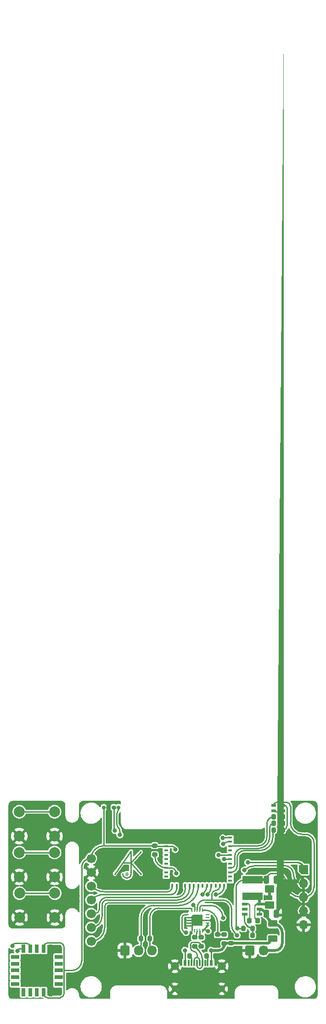
<source format=gbr>
%TF.GenerationSoftware,KiCad,Pcbnew,(6.0.5-0)*%
%TF.CreationDate,2022-10-05T15:58:21+01:00*%
%TF.ProjectId,EnvMon2,456e764d-6f6e-4322-9e6b-696361645f70,4*%
%TF.SameCoordinates,Original*%
%TF.FileFunction,Copper,L1,Top*%
%TF.FilePolarity,Positive*%
%FSLAX46Y46*%
G04 Gerber Fmt 4.6, Leading zero omitted, Abs format (unit mm)*
G04 Created by KiCad (PCBNEW (6.0.5-0)) date 2022-10-05 15:58:21*
%MOMM*%
%LPD*%
G01*
G04 APERTURE LIST*
G04 Aperture macros list*
%AMRoundRect*
0 Rectangle with rounded corners*
0 $1 Rounding radius*
0 $2 $3 $4 $5 $6 $7 $8 $9 X,Y pos of 4 corners*
0 Add a 4 corners polygon primitive as box body*
4,1,4,$2,$3,$4,$5,$6,$7,$8,$9,$2,$3,0*
0 Add four circle primitives for the rounded corners*
1,1,$1+$1,$2,$3*
1,1,$1+$1,$4,$5*
1,1,$1+$1,$6,$7*
1,1,$1+$1,$8,$9*
0 Add four rect primitives between the rounded corners*
20,1,$1+$1,$2,$3,$4,$5,0*
20,1,$1+$1,$4,$5,$6,$7,0*
20,1,$1+$1,$6,$7,$8,$9,0*
20,1,$1+$1,$8,$9,$2,$3,0*%
%AMOutline5P*
0 Free polygon, 5 corners , with rotation*
0 The origin of the aperture is its center*
0 number of corners: always 5*
0 $1 to $10 corner X, Y*
0 $11 Rotation angle, in degrees counterclockwise*
0 create outline with 5 corners*
4,1,5,$1,$2,$3,$4,$5,$6,$7,$8,$9,$10,$1,$2,$11*%
%AMOutline6P*
0 Free polygon, 6 corners , with rotation*
0 The origin of the aperture is its center*
0 number of corners: always 6*
0 $1 to $12 corner X, Y*
0 $13 Rotation angle, in degrees counterclockwise*
0 create outline with 6 corners*
4,1,6,$1,$2,$3,$4,$5,$6,$7,$8,$9,$10,$11,$12,$1,$2,$13*%
%AMOutline7P*
0 Free polygon, 7 corners , with rotation*
0 The origin of the aperture is its center*
0 number of corners: always 7*
0 $1 to $14 corner X, Y*
0 $15 Rotation angle, in degrees counterclockwise*
0 create outline with 7 corners*
4,1,7,$1,$2,$3,$4,$5,$6,$7,$8,$9,$10,$11,$12,$13,$14,$1,$2,$15*%
%AMOutline8P*
0 Free polygon, 8 corners , with rotation*
0 The origin of the aperture is its center*
0 number of corners: always 8*
0 $1 to $16 corner X, Y*
0 $17 Rotation angle, in degrees counterclockwise*
0 create outline with 8 corners*
4,1,8,$1,$2,$3,$4,$5,$6,$7,$8,$9,$10,$11,$12,$13,$14,$15,$16,$1,$2,$17*%
%AMFreePoly0*
4,1,43,1.102950,0.110584,1.224483,0.068057,1.333507,-0.000447,1.424553,-0.091493,1.493057,-0.200517,1.535584,-0.322050,1.550000,-0.450000,1.533253,-0.512500,1.487500,-0.558253,1.425000,-0.575000,1.362500,-0.558253,1.316747,-0.512500,1.300000,-0.450000,1.302546,-0.440498,1.287946,-0.348318,1.241208,-0.256589,1.168411,-0.183792,1.076682,-0.137054,0.984502,-0.122454,0.975000,-0.125000,
-0.975000,-0.125000,-0.984502,-0.122454,-1.076682,-0.137054,-1.168411,-0.183792,-1.241208,-0.256589,-1.287946,-0.348318,-1.302546,-0.440498,-1.300000,-0.450000,-1.316747,-0.512500,-1.362500,-0.558253,-1.425000,-0.575000,-1.487500,-0.558253,-1.533253,-0.512500,-1.550000,-0.450000,-1.535584,-0.322050,-1.493057,-0.200517,-1.424553,-0.091493,-1.333507,-0.000447,-1.224483,0.068057,-1.102950,0.110584,
-0.975000,0.125000,0.975000,0.125000,1.102950,0.110584,1.102950,0.110584,$1*%
%AMFreePoly1*
4,1,24,1.812500,0.558253,1.858253,0.512500,1.875000,0.450000,1.860584,0.322050,1.818057,0.200517,1.749553,0.091493,1.658507,0.000447,1.549483,-0.068057,1.427950,-0.110584,1.300000,-0.125000,-1.300000,-0.125000,-1.300000,0.125000,1.300000,0.125000,1.309502,0.122454,1.401682,0.137054,1.493411,0.183792,1.566208,0.256589,1.612946,0.348318,1.627546,0.440498,1.625000,0.450000,
1.641747,0.512500,1.687500,0.558253,1.750000,0.575000,1.812500,0.558253,1.812500,0.558253,$1*%
%AMFreePoly2*
4,1,37,1.095671,1.230970,1.176777,1.176777,1.230970,1.095671,1.250000,1.000000,1.234645,0.804672,1.188955,0.614144,1.114055,0.433095,1.011784,0.265974,0.884654,0.116888,0.735790,-0.010501,0.568848,-0.113064,0.387930,-0.188280,0.197482,-0.234302,0.002181,-0.249998,-0.093523,-0.231135,-0.174723,-0.177083,-0.229058,-0.096072,-0.248255,-0.000434,-0.229392,0.095270,-0.175340,0.176470,
-0.094329,0.230805,0.001309,0.250002,0.013523,0.247595,0.148154,0.261077,0.289312,0.304116,0.419377,0.373837,0.533361,0.467569,0.626893,0.581716,0.696388,0.711902,0.739180,0.853136,0.752428,0.987793,0.750000,1.000000,0.769030,1.095671,0.823223,1.176777,0.904329,1.230970,1.000000,1.250000,1.095671,1.230970,1.095671,1.230970,$1*%
%AMFreePoly3*
4,1,72,4.686553,7.086501,4.817859,7.046669,4.938871,6.981987,5.044939,6.894939,5.131987,6.788871,5.196669,6.667859,5.236501,6.536553,5.249950,6.400000,5.249950,1.600000,5.230924,1.504348,5.176741,1.423259,5.112450,1.380300,5.112450,0.249950,6.600000,0.249950,6.695652,0.230924,6.776741,0.176741,6.830924,0.095652,6.849950,0.000000,6.830924,-0.095652,6.776741,-0.176741,
6.695652,-0.230924,6.600000,-0.249950,0.000000,-0.249950,-0.095652,-0.230924,-0.176741,-0.176741,-0.230924,-0.095652,-0.249950,0.000000,-0.230924,0.095652,-0.176741,0.176741,-0.095652,0.230924,0.000000,0.249950,4.612550,0.249950,4.612550,1.600000,4.631576,1.695652,4.685759,1.776741,4.750050,1.819700,4.750050,6.400000,4.751438,6.406980,4.742631,6.462590,4.713862,6.519052,
4.669052,6.563862,4.612590,6.592631,4.556980,6.601438,4.550000,6.600050,1.550000,6.600050,1.543020,6.601438,1.487410,6.592631,1.430948,6.563862,1.386138,6.519052,1.357369,6.462590,1.348562,6.406980,1.349950,6.400000,1.349950,5.900000,1.330924,5.804348,1.276741,5.723259,1.195652,5.669076,1.100000,5.650050,1.004348,5.669076,0.923259,5.723259,0.869076,5.804348,
0.850050,5.900000,0.850050,6.400000,0.863499,6.536553,0.903331,6.667859,0.968013,6.788871,1.055061,6.894939,1.161129,6.981987,1.282141,7.046669,1.413447,7.086501,1.550000,7.099950,4.550000,7.099950,4.686553,7.086501,4.686553,7.086501,$1*%
G04 Aperture macros list end*
%TA.AperFunction,EtchedComponent*%
%ADD10C,0.080000*%
%TD*%
%TA.AperFunction,EtchedComponent*%
%ADD11C,0.250000*%
%TD*%
%TA.AperFunction,ComponentPad*%
%ADD12C,2.000000*%
%TD*%
%TA.AperFunction,SMDPad,CuDef*%
%ADD13RoundRect,0.200000X-0.200000X-0.275000X0.200000X-0.275000X0.200000X0.275000X-0.200000X0.275000X0*%
%TD*%
%TA.AperFunction,SMDPad,CuDef*%
%ADD14R,1.500000X0.800000*%
%TD*%
%TA.AperFunction,SMDPad,CuDef*%
%ADD15R,0.800000X1.500000*%
%TD*%
%TA.AperFunction,SMDPad,CuDef*%
%ADD16R,2.400000X2.400000*%
%TD*%
%TA.AperFunction,ComponentPad*%
%ADD17RoundRect,0.250000X-0.600000X-0.675000X0.600000X-0.675000X0.600000X0.675000X-0.600000X0.675000X0*%
%TD*%
%TA.AperFunction,ComponentPad*%
%ADD18O,1.700000X1.850000*%
%TD*%
%TA.AperFunction,SMDPad,CuDef*%
%ADD19RoundRect,0.150000X-0.150000X-0.200000X0.150000X-0.200000X0.150000X0.200000X-0.150000X0.200000X0*%
%TD*%
%TA.AperFunction,SMDPad,CuDef*%
%ADD20RoundRect,0.175000X-0.225000X-0.175000X0.225000X-0.175000X0.225000X0.175000X-0.225000X0.175000X0*%
%TD*%
%TA.AperFunction,SMDPad,CuDef*%
%ADD21R,0.600000X1.140000*%
%TD*%
%TA.AperFunction,SMDPad,CuDef*%
%ADD22RoundRect,0.075000X-0.075000X-0.495000X0.075000X-0.495000X0.075000X0.495000X-0.075000X0.495000X0*%
%TD*%
%TA.AperFunction,ComponentPad*%
%ADD23C,0.670000*%
%TD*%
%TA.AperFunction,ComponentPad*%
%ADD24C,1.250000*%
%TD*%
%TA.AperFunction,ComponentPad*%
%ADD25C,1.500000*%
%TD*%
%TA.AperFunction,SMDPad,CuDef*%
%ADD26R,7.500000X5.250000*%
%TD*%
%TA.AperFunction,SMDPad,CuDef*%
%ADD27RoundRect,0.200000X0.275000X-0.200000X0.275000X0.200000X-0.275000X0.200000X-0.275000X-0.200000X0*%
%TD*%
%TA.AperFunction,SMDPad,CuDef*%
%ADD28RoundRect,0.200000X0.200000X0.275000X-0.200000X0.275000X-0.200000X-0.275000X0.200000X-0.275000X0*%
%TD*%
%TA.AperFunction,ComponentPad*%
%ADD29C,1.700000*%
%TD*%
%TA.AperFunction,ComponentPad*%
%ADD30Outline5P,-0.850000X0.340000X-0.340000X0.850000X0.850000X0.850000X0.850000X-0.850000X-0.850000X-0.850000X90.000000*%
%TD*%
%TA.AperFunction,ComponentPad*%
%ADD31O,1.700000X1.700000*%
%TD*%
%TA.AperFunction,SMDPad,CuDef*%
%ADD32R,0.850000X0.500000*%
%TD*%
%TA.AperFunction,SMDPad,CuDef*%
%ADD33RoundRect,0.200000X-0.275000X0.200000X-0.275000X-0.200000X0.275000X-0.200000X0.275000X0.200000X0*%
%TD*%
%TA.AperFunction,SMDPad,CuDef*%
%ADD34R,0.800000X0.400000*%
%TD*%
%TA.AperFunction,SMDPad,CuDef*%
%ADD35R,0.400000X0.800000*%
%TD*%
%TA.AperFunction,SMDPad,CuDef*%
%ADD36Outline5P,-0.725000X0.130500X-0.130500X0.725000X0.725000X0.725000X0.725000X-0.725000X-0.725000X-0.725000X0.000000*%
%TD*%
%TA.AperFunction,SMDPad,CuDef*%
%ADD37R,1.450000X1.450000*%
%TD*%
%TA.AperFunction,SMDPad,CuDef*%
%ADD38R,0.700000X0.700000*%
%TD*%
%TA.AperFunction,SMDPad,CuDef*%
%ADD39RoundRect,0.062500X-0.287500X-0.062500X0.287500X-0.062500X0.287500X0.062500X-0.287500X0.062500X0*%
%TD*%
%TA.AperFunction,SMDPad,CuDef*%
%ADD40RoundRect,0.062500X-0.062500X-0.287500X0.062500X-0.287500X0.062500X0.287500X-0.062500X0.287500X0*%
%TD*%
%TA.AperFunction,SMDPad,CuDef*%
%ADD41Outline5P,-1.000000X0.750000X-0.750000X1.000000X1.000000X1.000000X1.000000X-1.000000X-1.000000X-1.000000X0.000000*%
%TD*%
%TA.AperFunction,SMDPad,CuDef*%
%ADD42RoundRect,0.250000X-0.625000X0.375000X-0.625000X-0.375000X0.625000X-0.375000X0.625000X0.375000X0*%
%TD*%
%TA.AperFunction,SMDPad,CuDef*%
%ADD43R,1.100000X0.600000*%
%TD*%
%TA.AperFunction,SMDPad,CuDef*%
%ADD44FreePoly0,90.000000*%
%TD*%
%TA.AperFunction,SMDPad,CuDef*%
%ADD45RoundRect,0.225000X0.225000X0.250000X-0.225000X0.250000X-0.225000X-0.250000X0.225000X-0.250000X0*%
%TD*%
%TA.AperFunction,SMDPad,CuDef*%
%ADD46R,3.700000X1.425000*%
%TD*%
%TA.AperFunction,SMDPad,CuDef*%
%ADD47R,0.500000X2.000000*%
%TD*%
%TA.AperFunction,SMDPad,CuDef*%
%ADD48FreePoly1,90.000000*%
%TD*%
%TA.AperFunction,SMDPad,CuDef*%
%ADD49RoundRect,0.249375X0.625625X-0.463125X0.625625X0.463125X-0.625625X0.463125X-0.625625X-0.463125X0*%
%TD*%
%TA.AperFunction,SMDPad,CuDef*%
%ADD50R,2.000000X0.500000*%
%TD*%
%TA.AperFunction,SMDPad,CuDef*%
%ADD51FreePoly2,90.000000*%
%TD*%
%TA.AperFunction,SMDPad,CuDef*%
%ADD52RoundRect,0.250000X-0.250000X-0.475000X0.250000X-0.475000X0.250000X0.475000X-0.250000X0.475000X0*%
%TD*%
%TA.AperFunction,SMDPad,CuDef*%
%ADD53FreePoly3,90.000000*%
%TD*%
%TA.AperFunction,SMDPad,CuDef*%
%ADD54R,4.000000X0.500000*%
%TD*%
%TA.AperFunction,ViaPad*%
%ADD55C,0.800000*%
%TD*%
%TA.AperFunction,Conductor*%
%ADD56C,0.250000*%
%TD*%
%TA.AperFunction,Conductor*%
%ADD57C,0.500000*%
%TD*%
G04 APERTURE END LIST*
D10*
%TO.C,Logo2*%
X109000000Y-76735000D02*
X109100000Y-76735000D01*
D11*
X109850000Y-72525000D02*
X109850000Y-76725000D01*
D10*
X109000000Y-76575000D02*
X109000000Y-76875000D01*
D11*
X111650000Y-72625000D02*
X109850000Y-74625000D01*
X109850000Y-74625000D02*
X111650000Y-76725000D01*
D10*
X109100000Y-76735000D02*
X109200000Y-76875000D01*
D11*
X109850000Y-74625000D02*
X108350000Y-74625000D01*
X109850000Y-72525000D02*
X106850000Y-76725000D01*
D10*
X109000000Y-76575000D02*
X109100000Y-76575000D01*
X109100000Y-76735000D02*
G75*
G03*
X109100000Y-76575000I0J80000D01*
G01*
D11*
X108350000Y-76725000D02*
G75*
G03*
X109850000Y-76725000I750000J0D01*
G01*
D10*
X109380000Y-76735000D02*
G75*
G03*
X109380000Y-76735000I-300000J0D01*
G01*
%TD*%
D12*
%TO.P,SW1,1,1*%
%TO.N,BUTTON1*%
X89250000Y-65250000D03*
X95750000Y-65250000D03*
%TO.P,SW1,2,2*%
%TO.N,GND*%
X89250000Y-69750000D03*
X95750000Y-69750000D03*
%TD*%
D13*
%TO.P,R1,1*%
%TO.N,+3V3*%
X130600000Y-86750000D03*
%TO.P,R1,2*%
%TO.N,Net-(R1-Pad2)*%
X132250000Y-86750000D03*
%TD*%
D12*
%TO.P,SW3,1,1*%
%TO.N,BUTTON3*%
X89300000Y-80250000D03*
X95800000Y-80250000D03*
%TO.P,SW3,2,2*%
%TO.N,GND*%
X89300000Y-84750000D03*
X95800000Y-84750000D03*
%TD*%
D14*
%TO.P,U2,1,DNC*%
%TO.N,unconnected-(U2-Pad1)*%
X96500000Y-97000000D03*
%TO.P,U2,2,DNC*%
%TO.N,unconnected-(U2-Pad2)*%
X96500000Y-95750000D03*
%TO.P,U2,3,DNC*%
%TO.N,unconnected-(U2-Pad3)*%
X96500000Y-94500000D03*
%TO.P,U2,4,DNC*%
%TO.N,unconnected-(U2-Pad4)*%
X96500000Y-93250000D03*
%TO.P,U2,5,DNC*%
%TO.N,unconnected-(U2-Pad5)*%
X96500000Y-92000000D03*
D15*
%TO.P,U2,6,GND*%
%TO.N,GND*%
X95000000Y-90500000D03*
%TO.P,U2,7,VDD*%
%TO.N,+3V3*%
X93750000Y-90500000D03*
%TO.P,U2,8,DNC*%
%TO.N,unconnected-(U2-Pad8)*%
X92500000Y-90500000D03*
%TO.P,U2,9,SCL*%
%TO.N,SCL*%
X91250000Y-90500000D03*
%TO.P,U2,10,SDA*%
%TO.N,SDA*%
X90000000Y-90500000D03*
D14*
%TO.P,U2,11,DNC*%
%TO.N,unconnected-(U2-Pad11)*%
X88500000Y-92000000D03*
%TO.P,U2,12,DNC*%
%TO.N,unconnected-(U2-Pad12)*%
X88500000Y-93250000D03*
%TO.P,U2,13,DNC*%
%TO.N,unconnected-(U2-Pad13)*%
X88500000Y-94500000D03*
%TO.P,U2,14,DNC*%
%TO.N,unconnected-(U2-Pad14)*%
X88500000Y-95750000D03*
%TO.P,U2,15,DNC*%
%TO.N,unconnected-(U2-Pad15)*%
X88500000Y-97000000D03*
D15*
%TO.P,U2,16,DNC*%
%TO.N,unconnected-(U2-Pad16)*%
X90000000Y-98500000D03*
%TO.P,U2,17,DNC*%
%TO.N,unconnected-(U2-Pad17)*%
X91250000Y-98500000D03*
%TO.P,U2,18,DNC*%
%TO.N,unconnected-(U2-Pad18)*%
X92500000Y-98500000D03*
%TO.P,U2,19,VDDH*%
%TO.N,+3V3*%
X93750000Y-98500000D03*
%TO.P,U2,20,GND*%
%TO.N,GND*%
X95000000Y-98500000D03*
D16*
%TO.P,U2,21,GND*%
X91300000Y-93300000D03*
X93700000Y-93300000D03*
X91300000Y-95700000D03*
X93700000Y-95700000D03*
%TD*%
D17*
%TO.P,J3,1,Pin_1*%
%TO.N,GND*%
X108750000Y-90850000D03*
D18*
%TO.P,J3,2,Pin_2*%
%TO.N,TEMP*%
X111250000Y-90850000D03*
%TO.P,J3,3,Pin_3*%
%TO.N,+3V3*%
X113750000Y-90850000D03*
%TD*%
D19*
%TO.P,U6,1,VDD*%
%TO.N,+3V3*%
X104830000Y-64450000D03*
D20*
%TO.P,U6,2,GND*%
%TO.N,GND*%
X105690000Y-64450000D03*
%TO.P,U6,3,SDA*%
%TO.N,SDA*%
X106710000Y-64450000D03*
D19*
%TO.P,U6,4,SCL*%
%TO.N,SCL*%
X107570000Y-64450000D03*
%TD*%
D21*
%TO.P,J1,A1,GND*%
%TO.N,GND*%
X119050000Y-93140000D03*
%TO.P,J1,A4,VBUS*%
%TO.N,VBUS*%
X119850000Y-93140000D03*
D22*
%TO.P,J1,A5,CC1*%
%TO.N,Net-(J1-PadA5)*%
X121000000Y-93140000D03*
%TO.P,J1,A6,D+*%
%TO.N,Net-(J1-PadA6)*%
X122000000Y-93140000D03*
%TO.P,J1,A7,D-*%
%TO.N,Net-(J1-PadA7)*%
X122500000Y-93140000D03*
%TO.P,J1,A8,SBU1*%
%TO.N,unconnected-(J1-PadA8)*%
X123500000Y-93140000D03*
D21*
%TO.P,J1,A9,VBUS*%
%TO.N,VBUS*%
X124650000Y-93140000D03*
%TO.P,J1,A12,GND*%
%TO.N,GND*%
X125450000Y-93140000D03*
%TO.P,J1,B1,GND*%
X125450000Y-93140000D03*
%TO.P,J1,B4,VBUS*%
%TO.N,VBUS*%
X124650000Y-93140000D03*
D22*
%TO.P,J1,B5,CC2*%
%TO.N,Net-(J1-PadB5)*%
X124000000Y-93140000D03*
%TO.P,J1,B6,D+*%
%TO.N,Net-(J1-PadA6)*%
X123000000Y-93140000D03*
%TO.P,J1,B7,D-*%
%TO.N,Net-(J1-PadA7)*%
X121500000Y-93140000D03*
%TO.P,J1,B8,SBU2*%
%TO.N,unconnected-(J1-PadB8)*%
X120500000Y-93140000D03*
D21*
%TO.P,J1,B9,VBUS*%
%TO.N,VBUS*%
X119850000Y-93140000D03*
%TO.P,J1,B12,GND*%
%TO.N,GND*%
X119050000Y-93140000D03*
D23*
%TO.P,J1,S1,SHIELD*%
X125140000Y-94210000D03*
D24*
X126570000Y-97890000D03*
D25*
X117930000Y-93720000D03*
D26*
X122250000Y-97125000D03*
D25*
X126570000Y-93720000D03*
D23*
X119360000Y-94210000D03*
D24*
X117930000Y-97890000D03*
%TD*%
D13*
%TO.P,R2,1*%
%TO.N,GND*%
X130600000Y-88000000D03*
%TO.P,R2,2*%
%TO.N,Net-(R1-Pad2)*%
X132250000Y-88000000D03*
%TD*%
D27*
%TO.P,R10,1*%
%TO.N,VBUS*%
X127050000Y-89550000D03*
%TO.P,R10,2*%
%TO.N,Net-(R10-Pad2)*%
X127050000Y-87900000D03*
%TD*%
D28*
%TO.P,R7,1*%
%TO.N,Net-(D3-Pad2)*%
X137825000Y-68600000D03*
%TO.P,R7,2*%
%TO.N,R*%
X136175000Y-68600000D03*
%TD*%
D13*
%TO.P,R4,1*%
%TO.N,Net-(J1-PadB5)*%
X123775000Y-91800000D03*
%TO.P,R4,2*%
%TO.N,GND*%
X125425000Y-91800000D03*
%TD*%
D29*
%TO.P,M1,1,Vcc*%
%TO.N,+3V3*%
X102500000Y-73880000D03*
%TO.P,M1,2,GND*%
%TO.N,GND*%
X102500000Y-76420000D03*
%TO.P,M1,3,DIN*%
%TO.N,OLED-MOSI*%
X102500000Y-78960000D03*
%TO.P,M1,4,CLK*%
%TO.N,OLED-SCK*%
X102500000Y-81500000D03*
%TO.P,M1,5,CS*%
%TO.N,OLED-CS*%
X102500000Y-84040000D03*
%TO.P,M1,6,DC*%
%TO.N,OLED-DC*%
X102500000Y-86580000D03*
%TO.P,M1,7,RST*%
%TO.N,OLED-RST*%
X102500000Y-89120000D03*
%TD*%
D30*
%TO.P,J4,1,GND*%
%TO.N,O*%
X141700000Y-75920000D03*
D31*
%TO.P,J4,2,0*%
%TO.N,I*%
X141700000Y-78460000D03*
%TO.P,J4,3,3V3*%
%TO.N,+3V3*%
X141700000Y-81000000D03*
%TO.P,J4,4,Rx*%
%TO.N,BOOT*%
X141700000Y-83540000D03*
%TO.P,J4,5,Tx*%
%TO.N,GND*%
X141700000Y-86080000D03*
%TD*%
D27*
%TO.P,R6,1*%
%TO.N,Net-(J1-PadA6)*%
X121600000Y-90025000D03*
%TO.P,R6,2*%
%TO.N,D+*%
X121600000Y-88375000D03*
%TD*%
D28*
%TO.P,R8,1*%
%TO.N,Net-(D3-Pad3)*%
X137825000Y-66200000D03*
%TO.P,R8,2*%
%TO.N,G*%
X136175000Y-66200000D03*
%TD*%
D27*
%TO.P,R5,1*%
%TO.N,Net-(J1-PadA7)*%
X122800000Y-90025000D03*
%TO.P,R5,2*%
%TO.N,D-*%
X122800000Y-88375000D03*
%TD*%
D32*
%TO.P,D3,1,A*%
%TO.N,+3V3*%
X136125000Y-64100000D03*
%TO.P,D3,2,RK*%
%TO.N,Net-(D3-Pad2)*%
X137875000Y-64100000D03*
%TO.P,D3,3,GK*%
%TO.N,Net-(D3-Pad3)*%
X137875000Y-65100000D03*
%TO.P,D3,4,BK*%
%TO.N,Net-(D3-Pad4)*%
X136125000Y-65100000D03*
%TD*%
D28*
%TO.P,R3,1*%
%TO.N,Net-(J1-PadA5)*%
X120625000Y-91800000D03*
%TO.P,R3,2*%
%TO.N,GND*%
X118975000Y-91800000D03*
%TD*%
D33*
%TO.P,R11,1*%
%TO.N,Net-(R10-Pad2)*%
X125850000Y-87900000D03*
%TO.P,R11,2*%
%TO.N,GND*%
X125850000Y-89550000D03*
%TD*%
%TO.P,R12,1*%
%TO.N,+3V3*%
X114250000Y-71500000D03*
%TO.P,R12,2*%
%TO.N,EN*%
X114250000Y-73150000D03*
%TD*%
D17*
%TO.P,J2,1,GND*%
%TO.N,GND*%
X131750000Y-90850000D03*
D18*
%TO.P,J2,2,DC*%
%TO.N,DC*%
X134250000Y-90850000D03*
%TD*%
D34*
%TO.P,U4,1,GND*%
%TO.N,GND*%
X116350000Y-69993250D03*
%TO.P,U4,2,GND*%
X116350000Y-70793250D03*
%TO.P,U4,3,3V3*%
%TO.N,+3V3*%
X116350000Y-71593250D03*
%TO.P,U4,4,I36*%
%TO.N,unconnected-(U4-Pad4)*%
X116350000Y-72393250D03*
%TO.P,U4,5,I37*%
%TO.N,unconnected-(U4-Pad5)*%
X116350000Y-73193250D03*
%TO.P,U4,6,I38*%
%TO.N,unconnected-(U4-Pad6)*%
X116350000Y-73993250D03*
%TO.P,U4,7,I39*%
%TO.N,unconnected-(U4-Pad7)*%
X116350000Y-74793250D03*
%TO.P,U4,8,EN*%
%TO.N,EN*%
X116350000Y-75593250D03*
%TO.P,U4,9,I34*%
%TO.N,unconnected-(U4-Pad9)*%
X116350000Y-76393250D03*
%TO.P,U4,10,I35*%
%TO.N,unconnected-(U4-Pad10)*%
X116350000Y-77193250D03*
%TO.P,U4,11,GND*%
%TO.N,GND*%
X116350000Y-77993250D03*
D35*
%TO.P,U4,12,IO32*%
%TO.N,OLED-MOSI*%
X117450000Y-78893250D03*
%TO.P,U4,13,IO33*%
%TO.N,OLED-SCK*%
X118250000Y-78893250D03*
%TO.P,U4,14,GND*%
%TO.N,GND*%
X119050000Y-78893250D03*
%TO.P,U4,15,IO25*%
%TO.N,OLED-CS*%
X119850000Y-78893250D03*
%TO.P,U4,16,IO26*%
%TO.N,OLED-DC*%
X120650000Y-78893250D03*
%TO.P,U4,17,IO27*%
%TO.N,OLED-RST*%
X121450000Y-78893250D03*
%TO.P,U4,18,IO14*%
%TO.N,TEMP*%
X122250000Y-78893250D03*
%TO.P,U4,19,IO12*%
%TO.N,unconnected-(U4-Pad19)*%
X123050000Y-78893250D03*
%TO.P,U4,20,IO13*%
%TO.N,BUTTON2*%
X123850000Y-78893250D03*
%TO.P,U4,21,IO15*%
%TO.N,BUTTON3*%
X124650000Y-78893250D03*
%TO.P,U4,22,IO2*%
%TO.N,unconnected-(U4-Pad22)*%
X125450000Y-78893250D03*
%TO.P,U4,23,IO0*%
%TO.N,BOOT*%
X126250000Y-78893250D03*
%TO.P,U4,24,IO4*%
%TO.N,BUTTON1*%
X127050000Y-78893250D03*
D34*
%TO.P,U4,25,NC*%
%TO.N,unconnected-(U4-Pad25)*%
X128150000Y-77993250D03*
%TO.P,U4,26,IO20*%
%TO.N,unconnected-(U4-Pad26)*%
X128150000Y-77193250D03*
%TO.P,U4,27,IO7*%
%TO.N,R*%
X128150000Y-76393250D03*
%TO.P,U4,28,IO8*%
%TO.N,B*%
X128150000Y-75593250D03*
%TO.P,U4,29,IO5*%
%TO.N,unconnected-(U4-Pad29)*%
X128150000Y-74793250D03*
%TO.P,U4,30,RXD0*%
%TO.N,I*%
X128150000Y-73993250D03*
%TO.P,U4,31,TXD0*%
%TO.N,O*%
X128150000Y-73193250D03*
%TO.P,U4,32,NC*%
%TO.N,unconnected-(U4-Pad32)*%
X128150000Y-72393250D03*
%TO.P,U4,33,IO19*%
%TO.N,G*%
X128150000Y-71593250D03*
%TO.P,U4,34,IO22*%
%TO.N,SDA*%
X128150000Y-70793250D03*
%TO.P,U4,35,IO21*%
%TO.N,SCL*%
X128150000Y-69993250D03*
D35*
%TO.P,U4,36,GND*%
%TO.N,GND*%
X127050000Y-69093250D03*
%TO.P,U4,37,GND*%
X126250000Y-69093250D03*
%TO.P,U4,38,GND*%
X125450000Y-69093250D03*
%TO.P,U4,39,GND*%
X124650000Y-69093250D03*
%TO.P,U4,40,GND*%
X123850000Y-69093250D03*
%TO.P,U4,41,GND*%
X123050000Y-69093250D03*
%TO.P,U4,42,GND*%
X122250000Y-69093250D03*
%TO.P,U4,43,GND*%
X121450000Y-69093250D03*
%TO.P,U4,44,GND*%
X120650000Y-69093250D03*
%TO.P,U4,45,GND*%
X119850000Y-69093250D03*
%TO.P,U4,46,GND*%
X119050000Y-69093250D03*
%TO.P,U4,47,GND*%
X118250000Y-69093250D03*
%TO.P,U4,48,GND*%
X117450000Y-69093250D03*
D36*
%TO.P,U4,49,GND*%
X120275000Y-72018250D03*
D37*
X120275000Y-75968250D03*
X124225000Y-75968250D03*
X120275000Y-73993250D03*
X122250000Y-72018250D03*
X122250000Y-75968250D03*
X124225000Y-72018250D03*
X124225000Y-73993250D03*
X122250000Y-73993250D03*
D38*
%TO.P,U4,50,GND*%
X128200000Y-69043250D03*
%TO.P,U4,51,GND*%
X128200000Y-78943250D03*
%TO.P,U4,52,GND*%
X116300000Y-78943250D03*
%TO.P,U4,53,GND*%
X116300000Y-69043250D03*
%TD*%
D12*
%TO.P,SW2,1,1*%
%TO.N,BUTTON2*%
X89250000Y-72750000D03*
X95750000Y-72750000D03*
%TO.P,SW2,2,2*%
%TO.N,GND*%
X89250000Y-77250000D03*
X95750000Y-77250000D03*
%TD*%
D33*
%TO.P,C4,1*%
%TO.N,GND*%
X128250000Y-87950000D03*
%TO.P,C4,2*%
%TO.N,VBUS*%
X128250000Y-89500000D03*
%TD*%
D13*
%TO.P,R13,1*%
%TO.N,TEMP*%
X111675000Y-88600000D03*
%TO.P,R13,2*%
%TO.N,+3V3*%
X113325000Y-88600000D03*
%TD*%
D28*
%TO.P,R9,1*%
%TO.N,Net-(D3-Pad4)*%
X137825000Y-67400000D03*
%TO.P,R9,2*%
%TO.N,B*%
X136175000Y-67400000D03*
%TD*%
D39*
%TO.P,U3,1,RXD*%
%TO.N,O*%
X120150000Y-84250000D03*
%TO.P,U3,2,~{RI}*%
%TO.N,GND*%
X120150000Y-84750000D03*
%TO.P,U3,3,GND*%
X120150000Y-85250000D03*
%TO.P,U3,4,~{DSR}*%
X120150000Y-85750000D03*
%TO.P,U3,5,~{DCD}*%
X120150000Y-86250000D03*
D40*
%TO.P,U3,6,~{CTS}*%
X121050000Y-87150000D03*
%TO.P,U3,7,CBUS2*%
%TO.N,unconnected-(U3-Pad7)*%
X121550000Y-87150000D03*
%TO.P,U3,8,USBDP*%
%TO.N,D+*%
X122050000Y-87150000D03*
%TO.P,U3,9,USBDM*%
%TO.N,D-*%
X122550000Y-87150000D03*
%TO.P,U3,10,3V3OUT*%
%TO.N,+3V3*%
X123050000Y-87150000D03*
D39*
%TO.P,U3,11,~{RESET}*%
X123950000Y-86250000D03*
%TO.P,U3,12,VCC*%
X123950000Y-85750000D03*
%TO.P,U3,13,GND*%
%TO.N,GND*%
X123950000Y-85250000D03*
%TO.P,U3,14,CBUS1*%
%TO.N,unconnected-(U3-Pad14)*%
X123950000Y-84750000D03*
%TO.P,U3,15,CBUS0*%
%TO.N,unconnected-(U3-Pad15)*%
X123950000Y-84250000D03*
D40*
%TO.P,U3,16,CBUS3*%
%TO.N,Net-(R10-Pad2)*%
X123050000Y-83350000D03*
%TO.P,U3,17,TXD*%
%TO.N,I*%
X122550000Y-83350000D03*
%TO.P,U3,18,~{DTR}*%
%TO.N,BOOT*%
X122050000Y-83350000D03*
%TO.P,U3,19,~{RTS}*%
%TO.N,EN*%
X121550000Y-83350000D03*
%TO.P,U3,20,VCCIO*%
%TO.N,+3V3*%
X121050000Y-83350000D03*
D41*
%TO.P,U3,21,GND*%
%TO.N,GND*%
X122050000Y-85250000D03*
%TD*%
D42*
%TO.P,D2,1,K*%
%TO.N,DC*%
X136000000Y-85850000D03*
%TO.P,D2,2,A*%
%TO.N,VBUS*%
X136000000Y-88650000D03*
%TD*%
D43*
%TO.P,U1,*%
%TO.N,*%
X130850000Y-82250000D03*
D44*
X132650000Y-83675000D03*
D45*
X133225000Y-85300000D03*
D46*
X132250000Y-80800000D03*
D47*
X133550000Y-81300000D03*
D43*
X133550000Y-82250000D03*
D48*
X131750000Y-84000000D03*
D45*
X131675000Y-85300000D03*
D49*
X135370000Y-82402500D03*
D50*
X134500000Y-82250000D03*
D43*
%TO.P,U1,1,SHDN*%
%TO.N,DC*%
X133550000Y-84150000D03*
D51*
%TO.P,U1,2,VIN*%
X134750000Y-84260000D03*
D43*
X133550000Y-83200000D03*
D52*
X134800000Y-84050000D03*
%TO.P,U1,3,GND*%
%TO.N,GND*%
X136700000Y-84050000D03*
D49*
X135370000Y-79437500D03*
D53*
X136700000Y-84300000D03*
D52*
X136700000Y-77800000D03*
D43*
X130850000Y-83200000D03*
D54*
%TO.P,U1,4,VOUT*%
%TO.N,+3V3*%
X133000000Y-77800000D03*
D46*
X132250000Y-77800000D03*
D52*
X134800000Y-77800000D03*
D43*
%TO.P,U1,5,FB*%
%TO.N,Net-(R1-Pad2)*%
X130850000Y-84150000D03*
%TD*%
D55*
%TO.N,GND*%
X140600000Y-71000000D03*
%TO.N,I*%
X130750500Y-76007095D03*
%TO.N,O*%
X131400000Y-74600000D03*
%TO.N,I*%
X126800000Y-84800000D03*
%TO.N,BOOT*%
X129400000Y-88000000D03*
%TO.N,GND*%
X108600000Y-70400000D03*
%TO.N,SCL*%
X107800000Y-69500000D03*
%TO.N,SDA*%
X106900000Y-68700000D03*
%TO.N,VBUS*%
X124600000Y-90800000D03*
X119800000Y-90800000D03*
%TO.N,GND*%
X100000000Y-69500000D03*
X100000000Y-95500000D03*
X100000000Y-68500000D03*
X92500000Y-94500000D03*
X100000000Y-81750000D03*
X100000000Y-80750000D03*
X100000000Y-96500000D03*
X135250000Y-81000000D03*
X88000000Y-99000000D03*
X134250000Y-87250000D03*
%TO.N,+3V3*%
X118000000Y-72200000D03*
X124050000Y-87250000D03*
X129500000Y-86750000D03*
%TO.N,SCL*%
X88000000Y-90000000D03*
X126791134Y-70089855D03*
%TO.N,SDA*%
X88900000Y-90900000D03*
X126800000Y-71200000D03*
%TO.N,O*%
X120000000Y-87500000D03*
X126000000Y-73250000D03*
%TO.N,I*%
X127000000Y-74000000D03*
%TO.N,EN*%
X121321843Y-82434471D03*
X118200000Y-76600000D03*
%TO.N,BUTTON1*%
X125500000Y-80500000D03*
%TO.N,BUTTON2*%
X123000000Y-80500000D03*
%TO.N,BUTTON3*%
X124000000Y-80500000D03*
%TD*%
D56*
%TO.N,SCL*%
X107400005Y-65200005D02*
G75*
G03*
X107570000Y-64789584I-410405J410405D01*
G01*
X107200018Y-65682842D02*
G75*
G02*
X107400000Y-65200000I682782J42D01*
G01*
X107399987Y-68000013D02*
G75*
G02*
X107200000Y-67517158I482813J482813D01*
G01*
X107800000Y-68965685D02*
X107800000Y-69500000D01*
X107800006Y-68965685D02*
G75*
G03*
X107400000Y-68000000I-1365706J-15D01*
G01*
X107570000Y-64450000D02*
X107570000Y-64789584D01*
X107200000Y-65682842D02*
X107200000Y-67517158D01*
%TO.N,SDA*%
X106710000Y-64450000D02*
X106710000Y-68241300D01*
X106900000Y-68700000D02*
G75*
G02*
X106710000Y-68241300I458700J458700D01*
G01*
%TO.N,+3V3*%
X104830000Y-64450000D02*
X104830000Y-71450000D01*
X104880000Y-71500000D02*
G75*
G02*
X104830000Y-71450000I0J50000D01*
G01*
%TO.N,I*%
X132698999Y-75200002D02*
G75*
G03*
X130750500Y-76007095I1J-2755598D01*
G01*
X139800000Y-76800000D02*
G75*
G03*
X138200000Y-75200000I-1600000J0D01*
G01*
X132698999Y-75200000D02*
X138200000Y-75200000D01*
X141460000Y-78460000D02*
G75*
G02*
X139800000Y-76800000I0J1660000D01*
G01*
X141460000Y-78460000D02*
X141700000Y-78460000D01*
%TO.N,+3V3*%
X138400000Y-78200000D02*
G75*
G03*
X136800000Y-76600000I-1600000J0D01*
G01*
X136000000Y-76600000D02*
X136800000Y-76600000D01*
X141200000Y-81000000D02*
G75*
G02*
X138400000Y-78200000I0J2800000D01*
G01*
X141200000Y-81000000D02*
X141700000Y-81000000D01*
X141400000Y-69400000D02*
X142000000Y-69400000D01*
X143600000Y-71000000D02*
G75*
G03*
X142000000Y-69400000I-1600000J0D01*
G01*
X143600000Y-71000000D02*
X143600000Y-79100000D01*
X141700000Y-81000000D02*
G75*
G03*
X143600000Y-79100000I0J1900000D01*
G01*
X136000000Y-76600000D02*
G75*
G03*
X134800000Y-77800000I0J-1200000D01*
G01*
X136725000Y-63500000D02*
G75*
G03*
X136125000Y-64100000I0J-600000D01*
G01*
X139250000Y-64238570D02*
G75*
G03*
X138511430Y-63500000I-738600J-30D01*
G01*
X141400000Y-69400000D02*
G75*
G02*
X139250000Y-67250000I0J2150000D01*
G01*
X136725000Y-63500000D02*
X138511430Y-63500000D01*
X139250000Y-64238570D02*
X139250000Y-67250000D01*
%TO.N,O*%
X131400000Y-74600000D02*
X140380000Y-74600000D01*
X141700000Y-75920000D02*
G75*
G03*
X140380000Y-74600000I-1320000J0D01*
G01*
%TO.N,+3V3*%
X129200000Y-79400000D02*
G75*
G02*
X130800000Y-77800000I1600000J0D01*
G01*
X129500000Y-86750000D02*
G75*
G02*
X129200000Y-86450000I0J300000D01*
G01*
X132250000Y-77800000D02*
X130800000Y-77800000D01*
X129200000Y-79400000D02*
X129200000Y-86450000D01*
%TO.N,BOOT*%
X126700000Y-81500000D02*
X124900000Y-81500000D01*
X123500000Y-81500000D02*
X124900000Y-81500000D01*
X124900000Y-81500000D02*
G75*
G02*
X124750000Y-81350000I0J150000D01*
G01*
X124750000Y-80500000D02*
X124750000Y-81350000D01*
%TO.N,GND*%
X131400000Y-88800000D02*
G75*
G02*
X130600000Y-88000000I0J800000D01*
G01*
X134200000Y-88000000D02*
G75*
G02*
X133400000Y-88800000I-800000J0D01*
G01*
X134250000Y-87250000D02*
G75*
G03*
X134200000Y-87300000I0J-50000D01*
G01*
X131400000Y-88800000D02*
X133400000Y-88800000D01*
X134200000Y-88000000D02*
X134200000Y-87300000D01*
D57*
%TO.N,VBUS*%
X129259904Y-89441698D02*
X129201602Y-89500000D01*
X136000000Y-88650000D02*
X135208302Y-89441698D01*
X129201602Y-89500000D02*
X128250000Y-89500000D01*
X135208302Y-89441698D02*
X129259904Y-89441698D01*
D56*
%TO.N,GND*%
X128250000Y-87950000D02*
X128250000Y-88050000D01*
X129000000Y-88800000D02*
X129800000Y-88800000D01*
X129000000Y-88800000D02*
G75*
G02*
X128250000Y-88050000I0J750000D01*
G01*
X130600000Y-88000000D02*
G75*
G02*
X129800000Y-88800000I-800000J0D01*
G01*
%TO.N,I*%
X124500000Y-82500000D02*
X124300000Y-82500000D01*
X126800000Y-84800000D02*
G75*
G03*
X124500000Y-82500000I-2300000J0D01*
G01*
%TO.N,BOOT*%
X128400000Y-86200000D02*
X128400000Y-83200000D01*
X128958107Y-87547391D02*
G75*
G02*
X128400000Y-86200000I1347393J1347391D01*
G01*
X128958107Y-87547391D02*
X129400000Y-87989283D01*
X126700000Y-81500000D02*
G75*
G02*
X128400000Y-83200000I0J-1700000D01*
G01*
X129400000Y-88000000D02*
X129400000Y-87989283D01*
%TO.N,I*%
X123002672Y-82500000D02*
X124300000Y-82500000D01*
X123002672Y-82500000D02*
G75*
G03*
X122550000Y-82952672I28J-452700D01*
G01*
X122550000Y-83350000D02*
X122550000Y-82952672D01*
%TO.N,O*%
X141700000Y-75920000D02*
X141700000Y-75700000D01*
X140600000Y-74600000D02*
G75*
G02*
X141700000Y-75700000I0J-1100000D01*
G01*
%TO.N,R*%
X129400050Y-75343250D02*
G75*
G02*
X128350000Y-76393250I-1050050J50D01*
G01*
X130800000Y-72400000D02*
G75*
G03*
X129400000Y-73800000I0J-1400000D01*
G01*
X130800000Y-72400000D02*
X133600000Y-72400000D01*
X136000000Y-70000000D02*
G75*
G02*
X133600000Y-72400000I-2400000J0D01*
G01*
X136175000Y-68600000D02*
G75*
G03*
X136000000Y-68775000I0J-175000D01*
G01*
X128150000Y-76393250D02*
X128350000Y-76393250D01*
X129400000Y-75343250D02*
X129400000Y-73800000D01*
X136000000Y-70000000D02*
X136000000Y-68775000D01*
%TO.N,B*%
X129000050Y-74943250D02*
G75*
G02*
X128350000Y-75593250I-650050J50D01*
G01*
X130400000Y-72000000D02*
G75*
G03*
X129000000Y-73400000I0J-1400000D01*
G01*
X135400000Y-70000000D02*
G75*
G02*
X133400000Y-72000000I-2000000J0D01*
G01*
X136158217Y-67400000D02*
G75*
G03*
X135400000Y-68158217I-17J-758200D01*
G01*
X128150000Y-75593250D02*
X128350000Y-75593250D01*
X130400000Y-72000000D02*
X133400000Y-72000000D01*
X129000000Y-74943250D02*
X129000000Y-73400000D01*
X135400000Y-70000000D02*
X135400000Y-68158217D01*
X136158217Y-67400000D02*
X136175000Y-67400000D01*
%TO.N,+3V3*%
X104880000Y-71500000D02*
X105100000Y-71500000D01*
X105100000Y-71500000D02*
X114250000Y-71500000D01*
D57*
%TO.N,VBUS*%
X124600000Y-90800000D02*
X125993559Y-90800000D01*
X127100000Y-89500000D02*
X127050000Y-89550000D01*
X128250000Y-89500000D02*
X127100000Y-89500000D01*
D56*
X124650000Y-90850000D02*
X124600000Y-90800000D01*
X119850000Y-90850000D02*
X119800000Y-90800000D01*
X124650000Y-93140000D02*
X124650000Y-90850000D01*
D57*
X124674520Y-90874520D02*
X124600000Y-90800000D01*
X127050000Y-89743559D02*
X127050000Y-89550000D01*
D56*
X119850000Y-93140000D02*
X119850000Y-90850000D01*
D57*
X127050000Y-89743559D02*
G75*
G02*
X125993559Y-90800000I-1056400J-41D01*
G01*
D56*
%TO.N,D+*%
X122050000Y-87150000D02*
X122050000Y-87288604D01*
X121599999Y-88374999D02*
G75*
G03*
X122050000Y-87288604I-1086399J1086399D01*
G01*
%TO.N,D-*%
X122550000Y-87150000D02*
X122550000Y-87771447D01*
X122800014Y-88374986D02*
G75*
G02*
X122550000Y-87771447I603586J603586D01*
G01*
%TO.N,Net-(J1-PadA5)*%
X121000000Y-93140000D02*
X121000000Y-92175000D01*
X121000000Y-92175000D02*
X120625000Y-91800000D01*
%TO.N,Net-(J1-PadB5)*%
X124000000Y-92025000D02*
X123775000Y-91800000D01*
X124000000Y-93140000D02*
X124000000Y-92025000D01*
%TO.N,Net-(J1-PadA6)*%
X122279109Y-90720891D02*
X121600000Y-90041783D01*
X122000000Y-93140000D02*
X122000000Y-93650000D01*
X123000000Y-93650000D02*
X123000000Y-93140000D01*
X121600000Y-90041783D02*
X121600000Y-90025000D01*
X123000000Y-93140000D02*
X123000000Y-92461275D01*
X122279102Y-90720898D02*
G75*
G02*
X123000000Y-92461275I-1740402J-1740402D01*
G01*
X123000000Y-93650000D02*
G75*
G02*
X122500000Y-94150000I-500000J0D01*
G01*
X122500000Y-94150000D02*
G75*
G02*
X122000000Y-93650000I0J500000D01*
G01*
%TO.N,TEMP*%
X122250000Y-79000000D02*
X122250000Y-78843250D01*
X111675000Y-88600000D02*
X111675000Y-89823960D01*
X114000000Y-82500000D02*
X118750000Y-82500000D01*
X111675000Y-88600000D02*
X111675000Y-84825000D01*
X122250000Y-79000000D02*
G75*
G02*
X118750000Y-82500000I-3500000J0D01*
G01*
X114000000Y-82500000D02*
G75*
G03*
X111675000Y-84825000I0J-2325000D01*
G01*
X111250012Y-90850012D02*
G75*
G03*
X111675000Y-89823960I-1026012J1026012D01*
G01*
D57*
%TO.N,GND*%
X135370000Y-79437500D02*
X135370000Y-80880000D01*
D56*
X120150000Y-86250000D02*
X121050000Y-86250000D01*
X121050000Y-86250000D02*
X122050000Y-85250000D01*
X120150000Y-84750000D02*
X121550000Y-84750000D01*
X121550000Y-84750000D02*
X122050000Y-85250000D01*
X123950000Y-85250000D02*
X122050000Y-85250000D01*
D57*
X135370000Y-80880000D02*
X135250000Y-81000000D01*
D56*
X121050000Y-87150000D02*
X121050000Y-86250000D01*
X120150000Y-85250000D02*
X122050000Y-85250000D01*
X120150000Y-85750000D02*
X121550000Y-85750000D01*
%TO.N,+3V3*%
X120700000Y-83000000D02*
X115000000Y-83000000D01*
X93750000Y-98500000D02*
X93750000Y-98850000D01*
X94500000Y-89400000D02*
X96650000Y-89400000D01*
X100750000Y-75500000D02*
X100750000Y-92750000D01*
X94400000Y-99500000D02*
X96750000Y-99500000D01*
X123400000Y-86800000D02*
X123850000Y-87250000D01*
X113325000Y-88600000D02*
X113325000Y-84675000D01*
X123850000Y-87250000D02*
X124050000Y-87250000D01*
X97500000Y-90250000D02*
X97500000Y-94500000D01*
X123400000Y-86800000D02*
X123950000Y-86250000D01*
X116350000Y-71593250D02*
X117393250Y-71593250D01*
X93750000Y-90500000D02*
X93750000Y-90150000D01*
X116350000Y-71593250D02*
X114343250Y-71593250D01*
X97500000Y-94500000D02*
X97500000Y-98750000D01*
X113325000Y-88600000D02*
X113325000Y-89823960D01*
X123950000Y-86250000D02*
X123950000Y-85750000D01*
X123050000Y-87150000D02*
X123400000Y-86800000D01*
X99000000Y-94500000D02*
X97500000Y-94500000D01*
X102500000Y-73880000D02*
X102370000Y-73880000D01*
X130600000Y-86750000D02*
X129500000Y-86750000D01*
X114249950Y-71500000D02*
G75*
G03*
X114343250Y-71593250I93250J0D01*
G01*
X102500000Y-73880000D02*
G75*
G02*
X104880000Y-71500000I2380000J0D01*
G01*
X94500000Y-89400000D02*
G75*
G03*
X93750000Y-90150000I0J-750000D01*
G01*
X96750000Y-99500000D02*
G75*
G03*
X97500000Y-98750000I0J750000D01*
G01*
X117999950Y-72200000D02*
G75*
G03*
X117393250Y-71593250I-606750J0D01*
G01*
X113749988Y-90850012D02*
G75*
G02*
X113325000Y-89823960I1026012J1026012D01*
G01*
X120700000Y-83000000D02*
G75*
G02*
X121050000Y-83350000I0J-350000D01*
G01*
X100750000Y-75500000D02*
G75*
G02*
X102370000Y-73880000I1620000J0D01*
G01*
X99000000Y-94500000D02*
G75*
G03*
X100750000Y-92750000I0J1750000D01*
G01*
X97500000Y-90250000D02*
G75*
G03*
X96650000Y-89400000I-850000J0D01*
G01*
X115000000Y-83000000D02*
G75*
G03*
X113325000Y-84675000I0J-1675000D01*
G01*
X94400000Y-99500000D02*
G75*
G02*
X93750000Y-98850000I0J650000D01*
G01*
%TO.N,OLED-RST*%
X105750000Y-82000000D02*
X118500000Y-82000000D01*
X105000000Y-86620000D02*
X105000000Y-82750000D01*
X121450000Y-79050000D02*
X121450000Y-78843250D01*
X105750000Y-82000000D02*
G75*
G03*
X105000000Y-82750000I0J-750000D01*
G01*
X121450000Y-79050000D02*
G75*
G02*
X118500000Y-82000000I-2950000J0D01*
G01*
X105000000Y-86620000D02*
G75*
G02*
X102500000Y-89120000I-2500000J0D01*
G01*
%TO.N,OLED-DC*%
X105500000Y-81500000D02*
X118500000Y-81500000D01*
X104500000Y-84580000D02*
X104500000Y-82500000D01*
X120650000Y-78893250D02*
X120650000Y-79350000D01*
X118500000Y-81500000D02*
G75*
G03*
X120650000Y-79350000I0J2150000D01*
G01*
X105500000Y-81500000D02*
G75*
G03*
X104500000Y-82500000I0J-1000000D01*
G01*
X104500000Y-84580000D02*
G75*
G02*
X102500000Y-86580000I-2000000J0D01*
G01*
%TO.N,OLED-SCK*%
X117243250Y-80500000D02*
X104914213Y-80500000D01*
X118250000Y-78843250D02*
X118250000Y-79493250D01*
X117243250Y-80500000D02*
G75*
G03*
X118250000Y-79493250I50J1006700D01*
G01*
X102499996Y-81499996D02*
G75*
G02*
X104914213Y-80500000I2414204J-2414204D01*
G01*
%TO.N,OLED-CS*%
X104000000Y-83250000D02*
X104000000Y-82500000D01*
X119850000Y-79493250D02*
X119850000Y-78843250D01*
X105500000Y-81000000D02*
X118343250Y-81000000D01*
X102500000Y-84040000D02*
X103210000Y-84040000D01*
X105500000Y-81000000D02*
G75*
G03*
X104000000Y-82500000I0J-1500000D01*
G01*
X104000000Y-83250000D02*
G75*
G02*
X103210000Y-84040000I-790000J0D01*
G01*
X119850000Y-79493250D02*
G75*
G02*
X118343250Y-81000000I-1506800J50D01*
G01*
%TO.N,OLED-MOSI*%
X116543250Y-80000000D02*
X116493250Y-80000000D01*
X117450000Y-78893250D02*
X117450000Y-79093250D01*
X116493250Y-80000000D02*
X105010782Y-80000000D01*
X102500005Y-78959995D02*
G75*
G03*
X105010782Y-80000000I2510795J2510795D01*
G01*
X116543250Y-80000000D02*
G75*
G03*
X117450000Y-79093250I-50J906800D01*
G01*
%TO.N,SCL*%
X88500000Y-89500000D02*
X90600000Y-89500000D01*
X128150000Y-69993250D02*
X127024359Y-69993250D01*
X91250000Y-90500000D02*
X91250000Y-90150000D01*
X88000000Y-90000000D02*
G75*
G02*
X88500000Y-89500000I500000J0D01*
G01*
X90600000Y-89500000D02*
G75*
G02*
X91250000Y-90150000I0J-650000D01*
G01*
X126791150Y-70089871D02*
G75*
G02*
X127024359Y-69993250I233250J-233229D01*
G01*
%TO.N,SDA*%
X90000000Y-90500000D02*
X89300000Y-90500000D01*
X128150000Y-70793250D02*
X127781981Y-70793250D01*
X126800005Y-71200005D02*
G75*
G02*
X127781981Y-70793250I981995J-981995D01*
G01*
X88900000Y-90900000D02*
G75*
G02*
X89300000Y-90500000I400000J0D01*
G01*
%TO.N,G*%
X134900000Y-67458217D02*
X134900000Y-69900000D01*
X128150000Y-71543250D02*
X133256750Y-71543250D01*
X136175000Y-66200000D02*
X136158217Y-66200000D01*
X134900000Y-67458217D02*
G75*
G02*
X136158217Y-66200000I1258200J17D01*
G01*
X134899950Y-69900000D02*
G75*
G02*
X133256750Y-71543250I-1643250J0D01*
G01*
D57*
%TO.N,DC*%
X136000000Y-85850000D02*
X135224264Y-85074264D01*
X136350000Y-90850000D02*
X134250000Y-90850000D01*
X137750000Y-87600000D02*
X137750000Y-89450000D01*
D56*
X133550000Y-84150000D02*
X133550000Y-83200000D01*
D57*
X136350000Y-90850000D02*
G75*
G03*
X137750000Y-89450000I0J1400000D01*
G01*
X137750000Y-87600000D02*
G75*
G03*
X136000000Y-85850000I-1750000J0D01*
G01*
X134799992Y-84050000D02*
G75*
G03*
X135224264Y-85074264I1448508J0D01*
G01*
D56*
%TO.N,Net-(D3-Pad2)*%
X138624511Y-67817272D02*
X138624511Y-64525489D01*
X137825000Y-68600000D02*
X137841783Y-68600000D01*
X138199022Y-64100000D02*
X137875000Y-64100000D01*
X138199022Y-64099989D02*
G75*
G02*
X138624511Y-64525489I-22J-425511D01*
G01*
X138624500Y-67817272D02*
G75*
G02*
X137841783Y-68600000I-782700J-28D01*
G01*
%TO.N,Net-(D3-Pad3)*%
X137875000Y-65100000D02*
X137875000Y-66150000D01*
X137875000Y-66150000D02*
X137825000Y-66200000D01*
%TO.N,O*%
X119752672Y-84250000D02*
X120150000Y-84250000D01*
X119250000Y-86750000D02*
X119250000Y-84752672D01*
X126000000Y-73250000D02*
X128043250Y-73250000D01*
X128150000Y-73143250D02*
G75*
G02*
X128043250Y-73250000I-106700J-50D01*
G01*
X119250000Y-86750000D02*
G75*
G03*
X120000000Y-87500000I750000J0D01*
G01*
X119752672Y-84250000D02*
G75*
G03*
X119250000Y-84752672I28J-502700D01*
G01*
%TO.N,I*%
X127000000Y-74000000D02*
X128093250Y-74000000D01*
X128150000Y-73943250D02*
G75*
G02*
X128093250Y-74000000I-56800J50D01*
G01*
%TO.N,EN*%
X121550000Y-83350000D02*
X121550000Y-82662628D01*
X117193250Y-75593250D02*
X116350000Y-75593250D01*
X121550000Y-82662628D02*
X121321843Y-82434471D01*
X114250000Y-73150000D02*
X114250000Y-73493250D01*
X116350000Y-75593200D02*
G75*
G02*
X114250000Y-73493250I0J2100000D01*
G01*
X117193250Y-75593300D02*
G75*
G02*
X118200000Y-76600000I50J-1006700D01*
G01*
%TO.N,Net-(D3-Pad4)*%
X136125000Y-65100000D02*
X136300000Y-65100000D01*
X137825000Y-67400000D02*
X137808217Y-67400000D01*
X137100480Y-65900480D02*
X137100480Y-66692263D01*
X137100500Y-66692263D02*
G75*
G03*
X137808217Y-67400000I707700J-37D01*
G01*
X137100500Y-65900480D02*
G75*
G03*
X136300000Y-65100000I-800500J-20D01*
G01*
%TO.N,Net-(R1-Pad2)*%
X130750000Y-84391421D02*
X130750000Y-85113604D01*
X131200000Y-86200000D02*
X131396446Y-86396446D01*
X132250000Y-86750000D02*
X132250000Y-88000000D01*
X132250000Y-86750001D02*
G75*
G02*
X131396447Y-86396445I0J1207101D01*
G01*
X131200001Y-86199999D02*
G75*
G02*
X130750000Y-85113604I1086399J1086399D01*
G01*
X130750009Y-84391421D02*
G75*
G02*
X130850000Y-84150000I341391J21D01*
G01*
%TO.N,BOOT*%
X122050000Y-82950000D02*
X122050000Y-83350000D01*
X126250000Y-78893250D02*
X126250000Y-79000000D01*
X122050000Y-82950000D02*
G75*
G02*
X123500000Y-81500000I1450000J0D01*
G01*
X125500000Y-79750000D02*
G75*
G03*
X126250000Y-79000000I0J750000D01*
G01*
X124750000Y-80500000D02*
G75*
G02*
X125500000Y-79750000I750000J0D01*
G01*
%TO.N,Net-(J1-PadA7)*%
X122500000Y-92600000D02*
X122500000Y-93140000D01*
X122000000Y-92100000D02*
X122000000Y-91500000D01*
X121500000Y-93140000D02*
X121500000Y-92600000D01*
X121300480Y-89300480D02*
X122092263Y-89300480D01*
X120800480Y-90300480D02*
X120800480Y-89800480D01*
X122800000Y-90008217D02*
X122800000Y-90025000D01*
X122500000Y-92600000D02*
G75*
G03*
X122000000Y-92100000I-500000J0D01*
G01*
X121300480Y-89300480D02*
G75*
G03*
X120800480Y-89800480I20J-500020D01*
G01*
X120800500Y-90300480D02*
G75*
G03*
X121500000Y-91000000I699500J-20D01*
G01*
X121500000Y-91000000D02*
G75*
G02*
X122000000Y-91500000I0J-500000D01*
G01*
X122800020Y-90008217D02*
G75*
G03*
X122092263Y-89300480I-707720J17D01*
G01*
X122000000Y-92100000D02*
G75*
G03*
X121500000Y-92600000I0J-500000D01*
G01*
%TO.N,Net-(R10-Pad2)*%
X127050000Y-87900000D02*
X125850000Y-87900000D01*
X125850000Y-87900000D02*
X125850000Y-85800000D01*
X123050000Y-83350000D02*
X123400000Y-83350000D01*
X123400000Y-83350000D02*
G75*
G02*
X125850000Y-85800000I0J-2450000D01*
G01*
%TO.N,BUTTON1*%
X89250000Y-65250000D02*
X95750000Y-65250000D01*
X127050000Y-78893250D02*
X127050000Y-78950000D01*
X125500000Y-80500000D02*
G75*
G03*
X127050000Y-78950000I0J1550000D01*
G01*
%TO.N,BUTTON2*%
X89250000Y-72750000D02*
X95750000Y-72750000D01*
X123314897Y-80185103D02*
X123000000Y-80500000D01*
X123314881Y-80185087D02*
G75*
G03*
X123850000Y-78893250I-1291881J1291887D01*
G01*
%TO.N,BUTTON3*%
X89300000Y-80250000D02*
X95800000Y-80250000D01*
X124650000Y-78893250D02*
X124650000Y-78930762D01*
X124000011Y-80500011D02*
G75*
G03*
X124650000Y-78930762I-1569211J1569211D01*
G01*
%TD*%
%TA.AperFunction,Conductor*%
%TO.N,GND*%
G36*
X87455703Y-90364129D02*
G01*
X87477421Y-90388681D01*
X87488833Y-90405663D01*
X87503958Y-90428172D01*
X87558693Y-90477977D01*
X87614878Y-90529102D01*
X87614882Y-90529105D01*
X87620410Y-90534135D01*
X87626980Y-90537702D01*
X87626981Y-90537703D01*
X87752208Y-90605696D01*
X87758776Y-90609262D01*
X87840509Y-90630704D01*
X87903841Y-90647319D01*
X87903843Y-90647319D01*
X87911069Y-90649215D01*
X87988127Y-90650425D01*
X88061025Y-90651571D01*
X88061028Y-90651571D01*
X88068495Y-90651688D01*
X88109105Y-90642387D01*
X88178845Y-90646607D01*
X88235234Y-90687864D01*
X88260367Y-90753057D01*
X88259726Y-90779442D01*
X88244758Y-90893138D01*
X88245578Y-90900566D01*
X88245578Y-90900568D01*
X88251954Y-90958321D01*
X88262035Y-91049633D01*
X88310799Y-91182886D01*
X88315352Y-91252607D01*
X88281488Y-91313722D01*
X88219959Y-91346827D01*
X88194351Y-91349500D01*
X87725326Y-91349500D01*
X87719350Y-91350689D01*
X87719347Y-91350689D01*
X87686313Y-91357260D01*
X87652260Y-91364034D01*
X87569399Y-91419399D01*
X87514034Y-91502260D01*
X87511651Y-91514241D01*
X87503054Y-91557461D01*
X87499500Y-91575326D01*
X87499500Y-92424674D01*
X87514034Y-92497740D01*
X87545829Y-92545326D01*
X87553035Y-92556110D01*
X87573912Y-92622788D01*
X87553035Y-92693890D01*
X87514034Y-92752260D01*
X87499500Y-92825326D01*
X87499500Y-93674674D01*
X87514034Y-93747740D01*
X87520820Y-93757896D01*
X87553035Y-93806110D01*
X87573912Y-93872788D01*
X87553035Y-93943890D01*
X87514034Y-94002260D01*
X87499500Y-94075326D01*
X87499500Y-94924674D01*
X87500689Y-94930650D01*
X87500689Y-94930653D01*
X87507260Y-94963687D01*
X87514034Y-94997740D01*
X87520820Y-95007896D01*
X87553035Y-95056110D01*
X87573912Y-95122788D01*
X87553035Y-95193890D01*
X87514034Y-95252260D01*
X87499500Y-95325326D01*
X87499500Y-96174674D01*
X87514034Y-96247740D01*
X87520820Y-96257896D01*
X87553035Y-96306110D01*
X87573912Y-96372788D01*
X87553035Y-96443890D01*
X87514034Y-96502260D01*
X87499500Y-96575326D01*
X87499500Y-97424674D01*
X87514034Y-97497740D01*
X87569399Y-97580601D01*
X87652260Y-97635966D01*
X87683117Y-97642104D01*
X87719347Y-97649311D01*
X87719350Y-97649311D01*
X87725326Y-97650500D01*
X89225500Y-97650500D01*
X89292539Y-97670185D01*
X89338294Y-97722989D01*
X89349500Y-97774500D01*
X89349500Y-99274674D01*
X89350689Y-99280650D01*
X89350689Y-99280653D01*
X89351916Y-99286821D01*
X89364034Y-99347740D01*
X89419399Y-99430601D01*
X89429552Y-99437385D01*
X89448950Y-99450346D01*
X89502260Y-99485966D01*
X89536313Y-99492740D01*
X89569347Y-99499311D01*
X89569350Y-99499311D01*
X89575326Y-99500500D01*
X90424674Y-99500500D01*
X90430650Y-99499311D01*
X90430653Y-99499311D01*
X90463687Y-99492740D01*
X90497740Y-99485966D01*
X90556110Y-99446965D01*
X90622788Y-99426088D01*
X90693890Y-99446965D01*
X90752260Y-99485966D01*
X90786313Y-99492740D01*
X90819347Y-99499311D01*
X90819350Y-99499311D01*
X90825326Y-99500500D01*
X91674674Y-99500500D01*
X91680650Y-99499311D01*
X91680653Y-99499311D01*
X91713687Y-99492740D01*
X91747740Y-99485966D01*
X91806110Y-99446965D01*
X91872788Y-99426088D01*
X91943890Y-99446965D01*
X92002260Y-99485966D01*
X92036313Y-99492740D01*
X92069347Y-99499311D01*
X92069350Y-99499311D01*
X92075326Y-99500500D01*
X92924674Y-99500500D01*
X92930650Y-99499311D01*
X92930653Y-99499311D01*
X92963687Y-99492740D01*
X92997740Y-99485966D01*
X93056110Y-99446965D01*
X93122788Y-99426088D01*
X93193890Y-99446965D01*
X93252260Y-99485966D01*
X93286313Y-99492740D01*
X93319347Y-99499311D01*
X93319350Y-99499311D01*
X93325326Y-99500500D01*
X93548863Y-99500500D01*
X93615902Y-99520185D01*
X93636544Y-99536819D01*
X93637544Y-99537819D01*
X93671029Y-99599142D01*
X93666045Y-99668834D01*
X93624173Y-99724767D01*
X93558709Y-99749184D01*
X93549863Y-99749500D01*
X88036885Y-99749500D01*
X88012694Y-99747117D01*
X88011980Y-99746975D01*
X88000000Y-99744592D01*
X87988021Y-99746975D01*
X87980452Y-99746975D01*
X87968298Y-99746378D01*
X87865935Y-99736296D01*
X87842095Y-99731554D01*
X87724864Y-99695993D01*
X87702407Y-99686690D01*
X87594369Y-99628942D01*
X87574158Y-99615437D01*
X87479464Y-99537724D01*
X87462276Y-99520536D01*
X87384563Y-99425842D01*
X87371058Y-99405631D01*
X87313310Y-99297593D01*
X87304007Y-99275135D01*
X87268446Y-99157907D01*
X87263704Y-99134065D01*
X87253622Y-99031702D01*
X87253025Y-99019548D01*
X87253025Y-99011979D01*
X87255408Y-99000000D01*
X87252883Y-98987306D01*
X87250500Y-98963115D01*
X87250500Y-90457842D01*
X87270185Y-90390803D01*
X87322989Y-90345048D01*
X87392147Y-90335104D01*
X87455703Y-90364129D01*
G37*
%TD.AperFunction*%
%TA.AperFunction,Conductor*%
G36*
X96987306Y-63252883D02*
G01*
X97000000Y-63255408D01*
X97011979Y-63253025D01*
X97019548Y-63253025D01*
X97031702Y-63253622D01*
X97134065Y-63263704D01*
X97157905Y-63268446D01*
X97275135Y-63304007D01*
X97297593Y-63313310D01*
X97405631Y-63371058D01*
X97425842Y-63384563D01*
X97520536Y-63462276D01*
X97537724Y-63479464D01*
X97615437Y-63574158D01*
X97628942Y-63594369D01*
X97686690Y-63702407D01*
X97695993Y-63724864D01*
X97728317Y-63831421D01*
X97731554Y-63842093D01*
X97736296Y-63865935D01*
X97746378Y-63968298D01*
X97746975Y-63980452D01*
X97746975Y-63988021D01*
X97744592Y-64000000D01*
X97746975Y-64011980D01*
X97747117Y-64012694D01*
X97749500Y-64036885D01*
X97749500Y-65963115D01*
X97747117Y-65987306D01*
X97744592Y-66000000D01*
X97745658Y-66005360D01*
X97762328Y-66206531D01*
X97765161Y-66217718D01*
X97805574Y-66377304D01*
X97813202Y-66407428D01*
X97815261Y-66412122D01*
X97815262Y-66412125D01*
X97823531Y-66430976D01*
X97896449Y-66597212D01*
X97899254Y-66601505D01*
X98006990Y-66766409D01*
X98006994Y-66766414D01*
X98009798Y-66770706D01*
X98150157Y-66923176D01*
X98154199Y-66926322D01*
X98299778Y-67039631D01*
X98313697Y-67050465D01*
X98318199Y-67052901D01*
X98318203Y-67052904D01*
X98397821Y-67095991D01*
X98495958Y-67149100D01*
X98589711Y-67181285D01*
X98687117Y-67214725D01*
X98687121Y-67214726D01*
X98691968Y-67216390D01*
X98697023Y-67217234D01*
X98697025Y-67217234D01*
X98745519Y-67225326D01*
X98896381Y-67250500D01*
X99103619Y-67250500D01*
X99254481Y-67225326D01*
X99302975Y-67217234D01*
X99302977Y-67217234D01*
X99308032Y-67216390D01*
X99312879Y-67214726D01*
X99312883Y-67214725D01*
X99410289Y-67181285D01*
X99504042Y-67149100D01*
X99602179Y-67095991D01*
X99681797Y-67052904D01*
X99681801Y-67052901D01*
X99686303Y-67050465D01*
X99700223Y-67039631D01*
X99845801Y-66926322D01*
X99849843Y-66923176D01*
X99990202Y-66770706D01*
X99993006Y-66766414D01*
X99993010Y-66766409D01*
X100100746Y-66601505D01*
X100103551Y-66597212D01*
X100176469Y-66430976D01*
X100184738Y-66412125D01*
X100184739Y-66412122D01*
X100186798Y-66407428D01*
X100194427Y-66377304D01*
X100234839Y-66217718D01*
X100237672Y-66206531D01*
X100254342Y-66005360D01*
X100255408Y-66000000D01*
X100252883Y-65987306D01*
X100250500Y-65963115D01*
X100250500Y-64036885D01*
X100252883Y-64012694D01*
X100253025Y-64011980D01*
X100255408Y-64000000D01*
X100253025Y-63988021D01*
X100253025Y-63980452D01*
X100253622Y-63968298D01*
X100263704Y-63865935D01*
X100268446Y-63842093D01*
X100271684Y-63831421D01*
X100304007Y-63724864D01*
X100313310Y-63702407D01*
X100371058Y-63594369D01*
X100384563Y-63574158D01*
X100462276Y-63479464D01*
X100479464Y-63462276D01*
X100574158Y-63384563D01*
X100594369Y-63371058D01*
X100702407Y-63313310D01*
X100724865Y-63304007D01*
X100842095Y-63268446D01*
X100865935Y-63263704D01*
X100968298Y-63253622D01*
X100980452Y-63253025D01*
X100988021Y-63253025D01*
X101000000Y-63255408D01*
X101011980Y-63253025D01*
X101012694Y-63252883D01*
X101036885Y-63250500D01*
X107875500Y-63250500D01*
X107942539Y-63270185D01*
X107988294Y-63322989D01*
X107999500Y-63374500D01*
X107999500Y-63745389D01*
X107979815Y-63812428D01*
X107927011Y-63858183D01*
X107857853Y-63868127D01*
X107848391Y-63865927D01*
X107845304Y-63864354D01*
X107835665Y-63862827D01*
X107835664Y-63862827D01*
X107756339Y-63850263D01*
X107756334Y-63850263D01*
X107751519Y-63849500D01*
X107746641Y-63849500D01*
X107569870Y-63849501D01*
X107388482Y-63849501D01*
X107315849Y-63861004D01*
X107304331Y-63862828D01*
X107304330Y-63862828D01*
X107294696Y-63864354D01*
X107286003Y-63868783D01*
X107286001Y-63868784D01*
X107236797Y-63893855D01*
X107168127Y-63906752D01*
X107124205Y-63893855D01*
X107068126Y-63865281D01*
X107023311Y-63858183D01*
X106973308Y-63850263D01*
X106973303Y-63850263D01*
X106968488Y-63849500D01*
X106451512Y-63849500D01*
X106446697Y-63850263D01*
X106446692Y-63850263D01*
X106396689Y-63858183D01*
X106351874Y-63865281D01*
X106231780Y-63926472D01*
X106136472Y-64021780D01*
X106075281Y-64141874D01*
X106073754Y-64151516D01*
X106060918Y-64232561D01*
X106059500Y-64241512D01*
X106059500Y-64658488D01*
X106060263Y-64663303D01*
X106060263Y-64663308D01*
X106069161Y-64719488D01*
X106075281Y-64758126D01*
X106136472Y-64878220D01*
X106231780Y-64973528D01*
X106266795Y-64991369D01*
X106317590Y-65039341D01*
X106334500Y-65101853D01*
X106334500Y-68201988D01*
X106332973Y-68221385D01*
X106329819Y-68241300D01*
X106331345Y-68250937D01*
X106332066Y-68255488D01*
X106333209Y-68265149D01*
X106336995Y-68313236D01*
X106337708Y-68322299D01*
X106323824Y-68388466D01*
X106322501Y-68390348D01*
X106265309Y-68537039D01*
X106244758Y-68693138D01*
X106245578Y-68700566D01*
X106245578Y-68700568D01*
X106250241Y-68742804D01*
X106262035Y-68849633D01*
X106264601Y-68856645D01*
X106264602Y-68856649D01*
X106292085Y-68931748D01*
X106316143Y-68997490D01*
X106403958Y-69128172D01*
X106452956Y-69172757D01*
X106514878Y-69229102D01*
X106514882Y-69229105D01*
X106520410Y-69234135D01*
X106526980Y-69237702D01*
X106526981Y-69237703D01*
X106619158Y-69287751D01*
X106658776Y-69309262D01*
X106746383Y-69332245D01*
X106803841Y-69347319D01*
X106803843Y-69347319D01*
X106811069Y-69349215D01*
X106888127Y-69350425D01*
X106961025Y-69351571D01*
X106961028Y-69351571D01*
X106968495Y-69351688D01*
X106995530Y-69345496D01*
X107065271Y-69349717D01*
X107121660Y-69390973D01*
X107146793Y-69456166D01*
X107146152Y-69482549D01*
X107144758Y-69493138D01*
X107145578Y-69500566D01*
X107145578Y-69500568D01*
X107157203Y-69605865D01*
X107162035Y-69649633D01*
X107164601Y-69656645D01*
X107164602Y-69656649D01*
X107182472Y-69705480D01*
X107216143Y-69797490D01*
X107303958Y-69928172D01*
X107358693Y-69977977D01*
X107414878Y-70029102D01*
X107414882Y-70029105D01*
X107420410Y-70034135D01*
X107426980Y-70037702D01*
X107426981Y-70037703D01*
X107520699Y-70088588D01*
X107558776Y-70109262D01*
X107653637Y-70134148D01*
X107703841Y-70147319D01*
X107703843Y-70147319D01*
X107711069Y-70149215D01*
X107788127Y-70150425D01*
X107861025Y-70151571D01*
X107861028Y-70151571D01*
X107868495Y-70151688D01*
X107875776Y-70150020D01*
X107875780Y-70150020D01*
X108014681Y-70118207D01*
X108021968Y-70116538D01*
X108162625Y-70045795D01*
X108168306Y-70040943D01*
X108168309Y-70040941D01*
X108276666Y-69948395D01*
X108276667Y-69948394D01*
X108282348Y-69943542D01*
X108293393Y-69928172D01*
X108327946Y-69880085D01*
X108374224Y-69815683D01*
X108432950Y-69669598D01*
X108435542Y-69651388D01*
X108454562Y-69517744D01*
X108454562Y-69517740D01*
X108455134Y-69513723D01*
X108455188Y-69508634D01*
X108455235Y-69504064D01*
X108455278Y-69500000D01*
X108448098Y-69440664D01*
X108437262Y-69351119D01*
X108437261Y-69351115D01*
X108436363Y-69343694D01*
X108415224Y-69287751D01*
X108383354Y-69203408D01*
X108383352Y-69203405D01*
X108380710Y-69196412D01*
X108362320Y-69169654D01*
X108295768Y-69072821D01*
X108295765Y-69072818D01*
X108291531Y-69066657D01*
X108217229Y-69000456D01*
X108180270Y-68941162D01*
X108175984Y-68915984D01*
X108164578Y-68741975D01*
X108164577Y-68741968D01*
X108164312Y-68737924D01*
X108119781Y-68514063D01*
X108116843Y-68505408D01*
X108047719Y-68301777D01*
X108047717Y-68301771D01*
X108046413Y-68297931D01*
X108044620Y-68294295D01*
X108044617Y-68294288D01*
X107947256Y-68096863D01*
X107945461Y-68093223D01*
X107818654Y-67903444D01*
X107815977Y-67900391D01*
X107815972Y-67900385D01*
X107693179Y-67760369D01*
X107678641Y-67743792D01*
X107676060Y-67740560D01*
X107674561Y-67739061D01*
X107668829Y-67731171D01*
X107660937Y-67725437D01*
X107656454Y-67720954D01*
X107645762Y-67708762D01*
X107626607Y-67683799D01*
X107610419Y-67655760D01*
X107592215Y-67611806D01*
X107583838Y-67580539D01*
X107582572Y-67570921D01*
X107579712Y-67549189D01*
X107578653Y-67533006D01*
X107578653Y-67526822D01*
X107580181Y-67517181D01*
X107577025Y-67497246D01*
X107575500Y-67477856D01*
X107575500Y-65722144D01*
X107577025Y-65702754D01*
X107578655Y-65692455D01*
X107580181Y-65682819D01*
X107578654Y-65673182D01*
X107578654Y-65667119D01*
X107579713Y-65650941D01*
X107583855Y-65619468D01*
X107592232Y-65588201D01*
X107610436Y-65544248D01*
X107626623Y-65516210D01*
X107645858Y-65491142D01*
X107656553Y-65478947D01*
X107660937Y-65474563D01*
X107668829Y-65468829D01*
X107678802Y-65455103D01*
X107684826Y-65447463D01*
X107762167Y-65356907D01*
X107762176Y-65356895D01*
X107765334Y-65353197D01*
X107769773Y-65345953D01*
X107821586Y-65299078D01*
X107890515Y-65287656D01*
X107954678Y-65315314D01*
X107993702Y-65373270D01*
X107999500Y-65410744D01*
X107999500Y-67213115D01*
X107997117Y-67237306D01*
X107994592Y-67250000D01*
X107996314Y-67258659D01*
X107996974Y-67267045D01*
X107996974Y-67267047D01*
X108005766Y-67378762D01*
X108011076Y-67446226D01*
X108012211Y-67450953D01*
X108012212Y-67450960D01*
X108047207Y-67596723D01*
X108057026Y-67637621D01*
X108132351Y-67819471D01*
X108235196Y-67987298D01*
X108363029Y-68136971D01*
X108512702Y-68264804D01*
X108680529Y-68367649D01*
X108862379Y-68442974D01*
X108867115Y-68444111D01*
X109049040Y-68487788D01*
X109049047Y-68487789D01*
X109053774Y-68488924D01*
X109058624Y-68489306D01*
X109058626Y-68489306D01*
X109232953Y-68503026D01*
X109232955Y-68503026D01*
X109241341Y-68503686D01*
X109250000Y-68505408D01*
X109262694Y-68502883D01*
X109286885Y-68500500D01*
X133463115Y-68500500D01*
X133487306Y-68502883D01*
X133500000Y-68505408D01*
X133508659Y-68503686D01*
X133517045Y-68503026D01*
X133517047Y-68503026D01*
X133691374Y-68489306D01*
X133691376Y-68489306D01*
X133696226Y-68488924D01*
X133700953Y-68487789D01*
X133700960Y-68487788D01*
X133882885Y-68444111D01*
X133887621Y-68442974D01*
X134069471Y-68367649D01*
X134237298Y-68264804D01*
X134319968Y-68194197D01*
X134383730Y-68165626D01*
X134452815Y-68176063D01*
X134505291Y-68222194D01*
X134524500Y-68288487D01*
X134524500Y-69860688D01*
X134522973Y-69880085D01*
X134519819Y-69900000D01*
X134521346Y-69909640D01*
X134521346Y-69919400D01*
X134521181Y-69919400D01*
X134521761Y-69934164D01*
X134515586Y-70012625D01*
X134510632Y-70075582D01*
X134509608Y-70088588D01*
X134506565Y-70107802D01*
X134473331Y-70246233D01*
X134464683Y-70282257D01*
X134458670Y-70300762D01*
X134390011Y-70466523D01*
X134381178Y-70483860D01*
X134287439Y-70636831D01*
X134276002Y-70652572D01*
X134159484Y-70789001D01*
X134145726Y-70802760D01*
X134010646Y-70918134D01*
X134009304Y-70919280D01*
X133993565Y-70930715D01*
X133936596Y-70965628D01*
X133840591Y-71024462D01*
X133823257Y-71033295D01*
X133657493Y-71101961D01*
X133639001Y-71107969D01*
X133570154Y-71124500D01*
X133464541Y-71149858D01*
X133445324Y-71152902D01*
X133406277Y-71155976D01*
X133291115Y-71165044D01*
X133276137Y-71164455D01*
X133276137Y-71164595D01*
X133266376Y-71164595D01*
X133256738Y-71163069D01*
X133247099Y-71164596D01*
X133236827Y-71166223D01*
X133217426Y-71167750D01*
X128921792Y-71167750D01*
X128854753Y-71148065D01*
X128808998Y-71095261D01*
X128801417Y-71030226D01*
X128798714Y-71029960D01*
X128799311Y-71023903D01*
X128800500Y-71017924D01*
X128800500Y-70568576D01*
X128785966Y-70495510D01*
X128779179Y-70485352D01*
X128779178Y-70485350D01*
X128763670Y-70462140D01*
X128742792Y-70395463D01*
X128763670Y-70324360D01*
X128779178Y-70301150D01*
X128779179Y-70301148D01*
X128785966Y-70290990D01*
X128800500Y-70217924D01*
X128800500Y-69768576D01*
X128797771Y-69754854D01*
X128788349Y-69707491D01*
X128785966Y-69695510D01*
X128756485Y-69651388D01*
X128737385Y-69622802D01*
X128730601Y-69612649D01*
X128647740Y-69557284D01*
X128602460Y-69548277D01*
X128580653Y-69543939D01*
X128580650Y-69543939D01*
X128574674Y-69542750D01*
X127725326Y-69542750D01*
X127719350Y-69543939D01*
X127719347Y-69543939D01*
X127697540Y-69548277D01*
X127652260Y-69557284D01*
X127608785Y-69586333D01*
X127593040Y-69596853D01*
X127524150Y-69617750D01*
X127286386Y-69617750D01*
X127219347Y-69598065D01*
X127203905Y-69586339D01*
X127165110Y-69551774D01*
X127025965Y-69478100D01*
X126873262Y-69439744D01*
X126791463Y-69439316D01*
X126723292Y-69438959D01*
X126723291Y-69438959D01*
X126715818Y-69438920D01*
X126708555Y-69440664D01*
X126708552Y-69440664D01*
X126643983Y-69456166D01*
X126562722Y-69475675D01*
X126422813Y-69547887D01*
X126304168Y-69651388D01*
X126213635Y-69780203D01*
X126156443Y-69926894D01*
X126135892Y-70082993D01*
X126136712Y-70090421D01*
X126136712Y-70090423D01*
X126143203Y-70149215D01*
X126153169Y-70239488D01*
X126155735Y-70246500D01*
X126155736Y-70246504D01*
X126168088Y-70280257D01*
X126207277Y-70387345D01*
X126295092Y-70518027D01*
X126337563Y-70556672D01*
X126373898Y-70616349D01*
X126372202Y-70686198D01*
X126335623Y-70741826D01*
X126318670Y-70756615D01*
X126318664Y-70756621D01*
X126313034Y-70761533D01*
X126222501Y-70890348D01*
X126219785Y-70897313D01*
X126219785Y-70897314D01*
X126208750Y-70925618D01*
X126165309Y-71037039D01*
X126144758Y-71193138D01*
X126145578Y-71200566D01*
X126145578Y-71200568D01*
X126155455Y-71290031D01*
X126162035Y-71349633D01*
X126216143Y-71497490D01*
X126303958Y-71628172D01*
X126345537Y-71666006D01*
X126414878Y-71729102D01*
X126414882Y-71729105D01*
X126420410Y-71734135D01*
X126426980Y-71737702D01*
X126426981Y-71737703D01*
X126529689Y-71793469D01*
X126558776Y-71809262D01*
X126661031Y-71836088D01*
X126703841Y-71847319D01*
X126703843Y-71847319D01*
X126711069Y-71849215D01*
X126788127Y-71850425D01*
X126861025Y-71851571D01*
X126861028Y-71851571D01*
X126868495Y-71851688D01*
X126875776Y-71850020D01*
X126875780Y-71850020D01*
X127014681Y-71818207D01*
X127021968Y-71816538D01*
X127162625Y-71745795D01*
X127168306Y-71740943D01*
X127168309Y-71740941D01*
X127276660Y-71648400D01*
X127282348Y-71643542D01*
X127285181Y-71639599D01*
X127344087Y-71604152D01*
X127413927Y-71606211D01*
X127471566Y-71645702D01*
X127498705Y-71710086D01*
X127499500Y-71724107D01*
X127499500Y-71817924D01*
X127500689Y-71823900D01*
X127500689Y-71823903D01*
X127505884Y-71850020D01*
X127514034Y-71890990D01*
X127520821Y-71901148D01*
X127520822Y-71901150D01*
X127536330Y-71924360D01*
X127557208Y-71991037D01*
X127536330Y-72062140D01*
X127520822Y-72085350D01*
X127520821Y-72085352D01*
X127514034Y-72095510D01*
X127509771Y-72116942D01*
X127500786Y-72162113D01*
X127499500Y-72168576D01*
X127499500Y-72617924D01*
X127500689Y-72623900D01*
X127500689Y-72623903D01*
X127503060Y-72635820D01*
X127514034Y-72690990D01*
X127520818Y-72701143D01*
X127521607Y-72703048D01*
X127529076Y-72772517D01*
X127497801Y-72834996D01*
X127437711Y-72870648D01*
X127407046Y-72874500D01*
X126596525Y-72874500D01*
X126529486Y-72854815D01*
X126501522Y-72827705D01*
X126500707Y-72828424D01*
X126495768Y-72822822D01*
X126491531Y-72816657D01*
X126443487Y-72773851D01*
X126379559Y-72716893D01*
X126379558Y-72716892D01*
X126373976Y-72711919D01*
X126234831Y-72638245D01*
X126082128Y-72599889D01*
X126000329Y-72599461D01*
X125932158Y-72599104D01*
X125932157Y-72599104D01*
X125924684Y-72599065D01*
X125917421Y-72600809D01*
X125917418Y-72600809D01*
X125848136Y-72617443D01*
X125771588Y-72635820D01*
X125631679Y-72708032D01*
X125513034Y-72811533D01*
X125422501Y-72940348D01*
X125419785Y-72947313D01*
X125419785Y-72947314D01*
X125398006Y-73003174D01*
X125365309Y-73087039D01*
X125344758Y-73243138D01*
X125345578Y-73250566D01*
X125345578Y-73250568D01*
X125353610Y-73323323D01*
X125362035Y-73399633D01*
X125364601Y-73406645D01*
X125364602Y-73406649D01*
X125392882Y-73483926D01*
X125416143Y-73547490D01*
X125503958Y-73678172D01*
X125536483Y-73707767D01*
X125614878Y-73779102D01*
X125614882Y-73779105D01*
X125620410Y-73784135D01*
X125626980Y-73787702D01*
X125626981Y-73787703D01*
X125722033Y-73839312D01*
X125758776Y-73859262D01*
X125851780Y-73883661D01*
X125903841Y-73897319D01*
X125903843Y-73897319D01*
X125911069Y-73899215D01*
X125988127Y-73900425D01*
X126061025Y-73901571D01*
X126061028Y-73901571D01*
X126068495Y-73901688D01*
X126075776Y-73900020D01*
X126075780Y-73900020D01*
X126193959Y-73872953D01*
X126263701Y-73877174D01*
X126320090Y-73918430D01*
X126345222Y-73983623D01*
X126345391Y-73988329D01*
X126344758Y-73993138D01*
X126362035Y-74149633D01*
X126364601Y-74156645D01*
X126364602Y-74156649D01*
X126393448Y-74235472D01*
X126416143Y-74297490D01*
X126503958Y-74428172D01*
X126558693Y-74477977D01*
X126614878Y-74529102D01*
X126614882Y-74529105D01*
X126620410Y-74534135D01*
X126626980Y-74537702D01*
X126626981Y-74537703D01*
X126752208Y-74605696D01*
X126758776Y-74609262D01*
X126828014Y-74627426D01*
X126903841Y-74647319D01*
X126903843Y-74647319D01*
X126911069Y-74649215D01*
X126988127Y-74650425D01*
X127061025Y-74651571D01*
X127061028Y-74651571D01*
X127068495Y-74651688D01*
X127075776Y-74650020D01*
X127075780Y-74650020D01*
X127214681Y-74618207D01*
X127221968Y-74616538D01*
X127319786Y-74567341D01*
X127388520Y-74554804D01*
X127453122Y-74581419D01*
X127493080Y-74638736D01*
X127499500Y-74678119D01*
X127499500Y-75017924D01*
X127514034Y-75090990D01*
X127520821Y-75101148D01*
X127520822Y-75101150D01*
X127536330Y-75124360D01*
X127557208Y-75191037D01*
X127536330Y-75262140D01*
X127520822Y-75285350D01*
X127520821Y-75285352D01*
X127514034Y-75295510D01*
X127511651Y-75307491D01*
X127501803Y-75357000D01*
X127499500Y-75368576D01*
X127499500Y-75817924D01*
X127500689Y-75823900D01*
X127500689Y-75823903D01*
X127506189Y-75851549D01*
X127514034Y-75890990D01*
X127520821Y-75901148D01*
X127520822Y-75901150D01*
X127536330Y-75924360D01*
X127557208Y-75991037D01*
X127536330Y-76062140D01*
X127520822Y-76085350D01*
X127520821Y-76085352D01*
X127514034Y-76095510D01*
X127511651Y-76107491D01*
X127501266Y-76159699D01*
X127499500Y-76168576D01*
X127499500Y-76617924D01*
X127500689Y-76623900D01*
X127500689Y-76623903D01*
X127503411Y-76637588D01*
X127514034Y-76690990D01*
X127520821Y-76701148D01*
X127520822Y-76701150D01*
X127536330Y-76724360D01*
X127557208Y-76791037D01*
X127536330Y-76862140D01*
X127520822Y-76885350D01*
X127520821Y-76885352D01*
X127514034Y-76895510D01*
X127509749Y-76917052D01*
X127500968Y-76961197D01*
X127499500Y-76968576D01*
X127499500Y-77417924D01*
X127514034Y-77490990D01*
X127520820Y-77501146D01*
X127520822Y-77501150D01*
X127536330Y-77524360D01*
X127557208Y-77591037D01*
X127536330Y-77662140D01*
X127520822Y-77685350D01*
X127520821Y-77685352D01*
X127514034Y-77695510D01*
X127510614Y-77712703D01*
X127501255Y-77759755D01*
X127499500Y-77768576D01*
X127499500Y-78137145D01*
X127479815Y-78204184D01*
X127427011Y-78249939D01*
X127357853Y-78259883D01*
X127347773Y-78257118D01*
X127347740Y-78257284D01*
X127280653Y-78243939D01*
X127280650Y-78243939D01*
X127274674Y-78242750D01*
X126825326Y-78242750D01*
X126819350Y-78243939D01*
X126819347Y-78243939D01*
X126789185Y-78249939D01*
X126752260Y-78257284D01*
X126742102Y-78264071D01*
X126742100Y-78264072D01*
X126718890Y-78279580D01*
X126652213Y-78300458D01*
X126581110Y-78279580D01*
X126557900Y-78264072D01*
X126557898Y-78264071D01*
X126547740Y-78257284D01*
X126510815Y-78249939D01*
X126480653Y-78243939D01*
X126480650Y-78243939D01*
X126474674Y-78242750D01*
X126025326Y-78242750D01*
X126019350Y-78243939D01*
X126019347Y-78243939D01*
X125989185Y-78249939D01*
X125952260Y-78257284D01*
X125942102Y-78264071D01*
X125942100Y-78264072D01*
X125918890Y-78279580D01*
X125852213Y-78300458D01*
X125781110Y-78279580D01*
X125757900Y-78264072D01*
X125757898Y-78264071D01*
X125747740Y-78257284D01*
X125710815Y-78249939D01*
X125680653Y-78243939D01*
X125680650Y-78243939D01*
X125674674Y-78242750D01*
X125225326Y-78242750D01*
X125219350Y-78243939D01*
X125219347Y-78243939D01*
X125189185Y-78249939D01*
X125152260Y-78257284D01*
X125142102Y-78264071D01*
X125142100Y-78264072D01*
X125118890Y-78279580D01*
X125052213Y-78300458D01*
X124981110Y-78279580D01*
X124957900Y-78264072D01*
X124957898Y-78264071D01*
X124947740Y-78257284D01*
X124910815Y-78249939D01*
X124880653Y-78243939D01*
X124880650Y-78243939D01*
X124874674Y-78242750D01*
X124425326Y-78242750D01*
X124419350Y-78243939D01*
X124419347Y-78243939D01*
X124389185Y-78249939D01*
X124352260Y-78257284D01*
X124342102Y-78264071D01*
X124342100Y-78264072D01*
X124318890Y-78279580D01*
X124252213Y-78300458D01*
X124181110Y-78279580D01*
X124157900Y-78264072D01*
X124157898Y-78264071D01*
X124147740Y-78257284D01*
X124110815Y-78249939D01*
X124080653Y-78243939D01*
X124080650Y-78243939D01*
X124074674Y-78242750D01*
X123625326Y-78242750D01*
X123619350Y-78243939D01*
X123619347Y-78243939D01*
X123589185Y-78249939D01*
X123552260Y-78257284D01*
X123542102Y-78264071D01*
X123542100Y-78264072D01*
X123518890Y-78279580D01*
X123452213Y-78300458D01*
X123381110Y-78279580D01*
X123357900Y-78264072D01*
X123357898Y-78264071D01*
X123347740Y-78257284D01*
X123310815Y-78249939D01*
X123280653Y-78243939D01*
X123280650Y-78243939D01*
X123274674Y-78242750D01*
X122825326Y-78242750D01*
X122819350Y-78243939D01*
X122819347Y-78243939D01*
X122789185Y-78249939D01*
X122752260Y-78257284D01*
X122742102Y-78264071D01*
X122742100Y-78264072D01*
X122718890Y-78279580D01*
X122652213Y-78300458D01*
X122581110Y-78279580D01*
X122557900Y-78264072D01*
X122557898Y-78264071D01*
X122547740Y-78257284D01*
X122510815Y-78249939D01*
X122480653Y-78243939D01*
X122480650Y-78243939D01*
X122474674Y-78242750D01*
X122025326Y-78242750D01*
X122019350Y-78243939D01*
X122019347Y-78243939D01*
X121989185Y-78249939D01*
X121952260Y-78257284D01*
X121942102Y-78264071D01*
X121942100Y-78264072D01*
X121918890Y-78279580D01*
X121852213Y-78300458D01*
X121781110Y-78279580D01*
X121757900Y-78264072D01*
X121757898Y-78264071D01*
X121747740Y-78257284D01*
X121710815Y-78249939D01*
X121680653Y-78243939D01*
X121680650Y-78243939D01*
X121674674Y-78242750D01*
X121225326Y-78242750D01*
X121219350Y-78243939D01*
X121219347Y-78243939D01*
X121189185Y-78249939D01*
X121152260Y-78257284D01*
X121142102Y-78264071D01*
X121142100Y-78264072D01*
X121118890Y-78279580D01*
X121052213Y-78300458D01*
X120981110Y-78279580D01*
X120957900Y-78264072D01*
X120957898Y-78264071D01*
X120947740Y-78257284D01*
X120910815Y-78249939D01*
X120880653Y-78243939D01*
X120880650Y-78243939D01*
X120874674Y-78242750D01*
X120425326Y-78242750D01*
X120419350Y-78243939D01*
X120419347Y-78243939D01*
X120389185Y-78249939D01*
X120352260Y-78257284D01*
X120342102Y-78264071D01*
X120342100Y-78264072D01*
X120318890Y-78279580D01*
X120252213Y-78300458D01*
X120181110Y-78279580D01*
X120157900Y-78264072D01*
X120157898Y-78264071D01*
X120147740Y-78257284D01*
X120110815Y-78249939D01*
X120080653Y-78243939D01*
X120080650Y-78243939D01*
X120074674Y-78242750D01*
X119625326Y-78242750D01*
X119619350Y-78243939D01*
X119619347Y-78243939D01*
X119589185Y-78249939D01*
X119552260Y-78257284D01*
X119539920Y-78265529D01*
X119501815Y-78290990D01*
X119469399Y-78312649D01*
X119414034Y-78395510D01*
X119399500Y-78468576D01*
X119399500Y-79317924D01*
X119400689Y-79323900D01*
X119400689Y-79323903D01*
X119402714Y-79334082D01*
X119414034Y-79390990D01*
X119420820Y-79401145D01*
X119420821Y-79401149D01*
X119450810Y-79446032D01*
X119470171Y-79495464D01*
X119470443Y-79497176D01*
X119471507Y-79527440D01*
X119458254Y-79678872D01*
X119454501Y-79700151D01*
X119433955Y-79776825D01*
X119409074Y-79869671D01*
X119401683Y-79889976D01*
X119327508Y-80049039D01*
X119316707Y-80067746D01*
X119283042Y-80115823D01*
X119216045Y-80211503D01*
X119202152Y-80228060D01*
X119078060Y-80352152D01*
X119061503Y-80366045D01*
X118925742Y-80461108D01*
X118917747Y-80466706D01*
X118899039Y-80477508D01*
X118739976Y-80551683D01*
X118719671Y-80559074D01*
X118697054Y-80565135D01*
X118550151Y-80604501D01*
X118528876Y-80608253D01*
X118377440Y-80621507D01*
X118347077Y-80620427D01*
X118346526Y-80620339D01*
X118283430Y-80590328D01*
X118246575Y-80530969D01*
X118247663Y-80461108D01*
X118271791Y-80417360D01*
X118361827Y-80311941D01*
X118361831Y-80311936D01*
X118364989Y-80308238D01*
X118478670Y-80122721D01*
X118488771Y-80098335D01*
X118560062Y-79926211D01*
X118560063Y-79926207D01*
X118561928Y-79921705D01*
X118612713Y-79710138D01*
X118614323Y-79689677D01*
X118624320Y-79562569D01*
X118624787Y-79559374D01*
X118625023Y-79558702D01*
X118625500Y-79553195D01*
X118625500Y-79550513D01*
X118625616Y-79547834D01*
X118625681Y-79547837D01*
X118625882Y-79542708D01*
X118628854Y-79504928D01*
X118649369Y-79445764D01*
X118679179Y-79401149D01*
X118679180Y-79401145D01*
X118685966Y-79390990D01*
X118697286Y-79334082D01*
X118699311Y-79323903D01*
X118699311Y-79323900D01*
X118700500Y-79317924D01*
X118700500Y-78468576D01*
X118685966Y-78395510D01*
X118630601Y-78312649D01*
X118598186Y-78290990D01*
X118560080Y-78265529D01*
X118547740Y-78257284D01*
X118510815Y-78249939D01*
X118480653Y-78243939D01*
X118480650Y-78243939D01*
X118474674Y-78242750D01*
X118025326Y-78242750D01*
X118019350Y-78243939D01*
X118019347Y-78243939D01*
X117989185Y-78249939D01*
X117952260Y-78257284D01*
X117942102Y-78264071D01*
X117942100Y-78264072D01*
X117918890Y-78279580D01*
X117852213Y-78300458D01*
X117781110Y-78279580D01*
X117757900Y-78264072D01*
X117757898Y-78264071D01*
X117747740Y-78257284D01*
X117710815Y-78249939D01*
X117680653Y-78243939D01*
X117680650Y-78243939D01*
X117674674Y-78242750D01*
X117225326Y-78242750D01*
X117219350Y-78243939D01*
X117219347Y-78243939D01*
X117189185Y-78249939D01*
X117152260Y-78257284D01*
X117139920Y-78265529D01*
X117101815Y-78290990D01*
X117069399Y-78312649D01*
X117014034Y-78395510D01*
X116999500Y-78468576D01*
X116999500Y-79317924D01*
X116998020Y-79317924D01*
X116986365Y-79379352D01*
X116980979Y-79388823D01*
X116967899Y-79409640D01*
X116966018Y-79412633D01*
X116948706Y-79434341D01*
X116884341Y-79498706D01*
X116862634Y-79516017D01*
X116786751Y-79563700D01*
X116785565Y-79564445D01*
X116760551Y-79576492D01*
X116674632Y-79606560D01*
X116647565Y-79612740D01*
X116577188Y-79620672D01*
X116562628Y-79620346D01*
X116562628Y-79621344D01*
X116552866Y-79621345D01*
X116543229Y-79619819D01*
X116533591Y-79621346D01*
X116533589Y-79621346D01*
X116523328Y-79622972D01*
X116503924Y-79624500D01*
X105050095Y-79624500D01*
X105030697Y-79622973D01*
X105026840Y-79622362D01*
X105010784Y-79619819D01*
X105000893Y-79621386D01*
X104975419Y-79622763D01*
X104705630Y-79609508D01*
X104693528Y-79608315D01*
X104397342Y-79564379D01*
X104385412Y-79562006D01*
X104182275Y-79511122D01*
X104094954Y-79489249D01*
X104083309Y-79485716D01*
X103801399Y-79384846D01*
X103790157Y-79380190D01*
X103752887Y-79362563D01*
X103649350Y-79313593D01*
X103597165Y-79267136D01*
X103578379Y-79199839D01*
X103579651Y-79183706D01*
X103579936Y-79181744D01*
X103598663Y-79052580D01*
X103603176Y-79021458D01*
X103603176Y-79021453D01*
X103603700Y-79017842D01*
X103603819Y-79013321D01*
X103605119Y-78963661D01*
X103605215Y-78960000D01*
X103586708Y-78758591D01*
X103546420Y-78615741D01*
X103533352Y-78569403D01*
X103533351Y-78569400D01*
X103531807Y-78563926D01*
X103442351Y-78382527D01*
X103321335Y-78220467D01*
X103210488Y-78118001D01*
X103176988Y-78087034D01*
X103176986Y-78087033D01*
X103172812Y-78083174D01*
X103151319Y-78069613D01*
X103006566Y-77978280D01*
X103006564Y-77978279D01*
X103001757Y-77975246D01*
X102920126Y-77942678D01*
X102865152Y-77899553D01*
X102842222Y-77833553D01*
X102858613Y-77765634D01*
X102909123Y-77717358D01*
X102930441Y-77708736D01*
X102992332Y-77690168D01*
X103001768Y-77686470D01*
X103193165Y-77592705D01*
X103201880Y-77587510D01*
X103249479Y-77553558D01*
X103257747Y-77543026D01*
X103250871Y-77530081D01*
X102512607Y-76791817D01*
X102498887Y-76784325D01*
X102497081Y-76784454D01*
X102490574Y-76788636D01*
X101746532Y-77532678D01*
X101739881Y-77544859D01*
X101745079Y-77551803D01*
X101906820Y-77646317D01*
X101915976Y-77650703D01*
X102075780Y-77711726D01*
X102131387Y-77754030D01*
X102155294Y-77819682D01*
X102139912Y-77887838D01*
X102090124Y-77936858D01*
X102074464Y-77943903D01*
X102029521Y-77960483D01*
X102029517Y-77960485D01*
X102024193Y-77962449D01*
X102019310Y-77965354D01*
X102019308Y-77965355D01*
X101930527Y-78018174D01*
X101850371Y-78065862D01*
X101698305Y-78199220D01*
X101573089Y-78358057D01*
X101570442Y-78363088D01*
X101531786Y-78436561D01*
X101478914Y-78537053D01*
X101477229Y-78542479D01*
X101477228Y-78542482D01*
X101446207Y-78642387D01*
X101418937Y-78730213D01*
X101395164Y-78931069D01*
X101395535Y-78936731D01*
X101395535Y-78936735D01*
X101400678Y-79015195D01*
X101408392Y-79132894D01*
X101458178Y-79328928D01*
X101460554Y-79334082D01*
X101537275Y-79500500D01*
X101542856Y-79512607D01*
X101659588Y-79677780D01*
X101804466Y-79818913D01*
X101972637Y-79931282D01*
X102158470Y-80011122D01*
X102250838Y-80032023D01*
X102350193Y-80054505D01*
X102350195Y-80054505D01*
X102355740Y-80055760D01*
X102473135Y-80060372D01*
X102552161Y-80063477D01*
X102552163Y-80063477D01*
X102557842Y-80063700D01*
X102563462Y-80062885D01*
X102563465Y-80062885D01*
X102752387Y-80035493D01*
X102752389Y-80035493D01*
X102758007Y-80034678D01*
X102763384Y-80032853D01*
X102763387Y-80032852D01*
X102870513Y-79996487D01*
X102949531Y-79969664D01*
X103045688Y-79915814D01*
X103113798Y-79900232D01*
X103163534Y-79914015D01*
X103347474Y-80009768D01*
X103349885Y-80011023D01*
X103352390Y-80012061D01*
X103352393Y-80012062D01*
X103615537Y-80121061D01*
X103669940Y-80164902D01*
X103692005Y-80231197D01*
X103674725Y-80298896D01*
X103623588Y-80346506D01*
X103615537Y-80350183D01*
X103318525Y-80473209D01*
X103311084Y-80476291D01*
X103308675Y-80477545D01*
X103308673Y-80477546D01*
X103170948Y-80549241D01*
X103102394Y-80562736D01*
X103047523Y-80544122D01*
X103006566Y-80518280D01*
X103006564Y-80518279D01*
X103001757Y-80515246D01*
X102813898Y-80440298D01*
X102808317Y-80439188D01*
X102808314Y-80439187D01*
X102740373Y-80425673D01*
X102615526Y-80400839D01*
X102609839Y-80400765D01*
X102609834Y-80400764D01*
X102418975Y-80398266D01*
X102418970Y-80398266D01*
X102413286Y-80398192D01*
X102407682Y-80399155D01*
X102407681Y-80399155D01*
X102219546Y-80431482D01*
X102219543Y-80431483D01*
X102213949Y-80432444D01*
X102192660Y-80440298D01*
X102029521Y-80500483D01*
X102029517Y-80500485D01*
X102024193Y-80502449D01*
X102019310Y-80505354D01*
X102019308Y-80505355D01*
X101855262Y-80602952D01*
X101850371Y-80605862D01*
X101698305Y-80739220D01*
X101573089Y-80898057D01*
X101478914Y-81077053D01*
X101477229Y-81082479D01*
X101477228Y-81082482D01*
X101446495Y-81181461D01*
X101418937Y-81270213D01*
X101395164Y-81471069D01*
X101395535Y-81476731D01*
X101395535Y-81476735D01*
X101400787Y-81556864D01*
X101408392Y-81672894D01*
X101458178Y-81868928D01*
X101460554Y-81874082D01*
X101534874Y-82035292D01*
X101542856Y-82052607D01*
X101659588Y-82217780D01*
X101804466Y-82358913D01*
X101972637Y-82471282D01*
X102158470Y-82551122D01*
X102190104Y-82558280D01*
X102350193Y-82594505D01*
X102350195Y-82594505D01*
X102355740Y-82595760D01*
X102473135Y-82600372D01*
X102552161Y-82603477D01*
X102552163Y-82603477D01*
X102557842Y-82603700D01*
X102563462Y-82602885D01*
X102563465Y-82602885D01*
X102752387Y-82575493D01*
X102752389Y-82575493D01*
X102758007Y-82574678D01*
X102763384Y-82572853D01*
X102763387Y-82572852D01*
X102880706Y-82533027D01*
X102949531Y-82509664D01*
X103126001Y-82410837D01*
X103144821Y-82395185D01*
X103277138Y-82285137D01*
X103281505Y-82281505D01*
X103402113Y-82136491D01*
X103407206Y-82130367D01*
X103407207Y-82130366D01*
X103410837Y-82126001D01*
X103413612Y-82121046D01*
X103413616Y-82121040D01*
X103418039Y-82113143D01*
X103467971Y-82064271D01*
X103536399Y-82050152D01*
X103601598Y-82075270D01*
X103642867Y-82131649D01*
X103647844Y-82197924D01*
X103636556Y-82254673D01*
X103636291Y-82258721D01*
X103636290Y-82258726D01*
X103621629Y-82482408D01*
X103620940Y-82492923D01*
X103619819Y-82500000D01*
X103621346Y-82509641D01*
X103621346Y-82509642D01*
X103622973Y-82519915D01*
X103624500Y-82539312D01*
X103624500Y-83210688D01*
X103622973Y-83230085D01*
X103619819Y-83250000D01*
X103621345Y-83259637D01*
X103621345Y-83265840D01*
X103620284Y-83282021D01*
X103615830Y-83315857D01*
X103613223Y-83335657D01*
X103584957Y-83399553D01*
X103526633Y-83438025D01*
X103456768Y-83438857D01*
X103397544Y-83401785D01*
X103390929Y-83393665D01*
X103388740Y-83390733D01*
X103321335Y-83300467D01*
X103233514Y-83219286D01*
X103176988Y-83167034D01*
X103176986Y-83167033D01*
X103172812Y-83163174D01*
X103168002Y-83160139D01*
X103006566Y-83058280D01*
X103006564Y-83058279D01*
X103001757Y-83055246D01*
X102813898Y-82980298D01*
X102808317Y-82979188D01*
X102808314Y-82979187D01*
X102724558Y-82962527D01*
X102615526Y-82940839D01*
X102609839Y-82940765D01*
X102609834Y-82940764D01*
X102418975Y-82938266D01*
X102418970Y-82938266D01*
X102413286Y-82938192D01*
X102407682Y-82939155D01*
X102407681Y-82939155D01*
X102219546Y-82971482D01*
X102219543Y-82971483D01*
X102213949Y-82972444D01*
X102192660Y-82980298D01*
X102029521Y-83040483D01*
X102029517Y-83040485D01*
X102024193Y-83042449D01*
X102019310Y-83045354D01*
X102019308Y-83045355D01*
X101862555Y-83138613D01*
X101850371Y-83145862D01*
X101698305Y-83279220D01*
X101573089Y-83438057D01*
X101570442Y-83443088D01*
X101567863Y-83447989D01*
X101478914Y-83617053D01*
X101477229Y-83622479D01*
X101477228Y-83622482D01*
X101459646Y-83679106D01*
X101418937Y-83810213D01*
X101395164Y-84011069D01*
X101395535Y-84016731D01*
X101395535Y-84016735D01*
X101399614Y-84078959D01*
X101408392Y-84212894D01*
X101458178Y-84408928D01*
X101460554Y-84414082D01*
X101533467Y-84572240D01*
X101542856Y-84592607D01*
X101659588Y-84757780D01*
X101804466Y-84898913D01*
X101972637Y-85011282D01*
X102158470Y-85091122D01*
X102215219Y-85103963D01*
X102350193Y-85134505D01*
X102350195Y-85134505D01*
X102355740Y-85135760D01*
X102473135Y-85140372D01*
X102552161Y-85143477D01*
X102552163Y-85143477D01*
X102557842Y-85143700D01*
X102563462Y-85142885D01*
X102563465Y-85142885D01*
X102752387Y-85115493D01*
X102752389Y-85115493D01*
X102758007Y-85114678D01*
X102763384Y-85112853D01*
X102763387Y-85112852D01*
X102859390Y-85080263D01*
X102949531Y-85049664D01*
X103077851Y-84977802D01*
X103121048Y-84953611D01*
X103121050Y-84953610D01*
X103126001Y-84950837D01*
X103153900Y-84927634D01*
X103277138Y-84825137D01*
X103281505Y-84821505D01*
X103344769Y-84745439D01*
X103407206Y-84670367D01*
X103407207Y-84670366D01*
X103410837Y-84666001D01*
X103416855Y-84655256D01*
X103459814Y-84578546D01*
X103509664Y-84489531D01*
X103511491Y-84484148D01*
X103511494Y-84484142D01*
X103530851Y-84427117D01*
X103571040Y-84369962D01*
X103605552Y-84350626D01*
X103610147Y-84349395D01*
X103794976Y-84263208D01*
X103802817Y-84257718D01*
X103929377Y-84169100D01*
X103995583Y-84146773D01*
X104063350Y-84163783D01*
X104111163Y-84214731D01*
X104124500Y-84270675D01*
X104124500Y-84540688D01*
X104122973Y-84560085D01*
X104121346Y-84570358D01*
X104119819Y-84580000D01*
X104121346Y-84589641D01*
X104121346Y-84598622D01*
X104122029Y-84614552D01*
X104108648Y-84801649D01*
X104108598Y-84802345D01*
X104106081Y-84819852D01*
X104073727Y-84968579D01*
X104060582Y-85029005D01*
X104055598Y-85045980D01*
X103980795Y-85246535D01*
X103973445Y-85262629D01*
X103870865Y-85450489D01*
X103861300Y-85465372D01*
X103733030Y-85636721D01*
X103721444Y-85650092D01*
X103570092Y-85801444D01*
X103556728Y-85813024D01*
X103491605Y-85861775D01*
X103426143Y-85886191D01*
X103357870Y-85871339D01*
X103325145Y-85845477D01*
X103324742Y-85845029D01*
X103321335Y-85840467D01*
X103220005Y-85746799D01*
X103176988Y-85707034D01*
X103176986Y-85707033D01*
X103172812Y-85703174D01*
X103140762Y-85682952D01*
X103006566Y-85598280D01*
X103006564Y-85598279D01*
X103001757Y-85595246D01*
X102813898Y-85520298D01*
X102808317Y-85519188D01*
X102808314Y-85519187D01*
X102738001Y-85505201D01*
X102615526Y-85480839D01*
X102609839Y-85480765D01*
X102609834Y-85480764D01*
X102418975Y-85478266D01*
X102418970Y-85478266D01*
X102413286Y-85478192D01*
X102407682Y-85479155D01*
X102407681Y-85479155D01*
X102219546Y-85511482D01*
X102219543Y-85511483D01*
X102213949Y-85512444D01*
X102192660Y-85520298D01*
X102029521Y-85580483D01*
X102029517Y-85580485D01*
X102024193Y-85582449D01*
X102019310Y-85585354D01*
X102019308Y-85585355D01*
X101855262Y-85682952D01*
X101850371Y-85685862D01*
X101698305Y-85819220D01*
X101573089Y-85978057D01*
X101570442Y-85983088D01*
X101523470Y-86072366D01*
X101478914Y-86157053D01*
X101477229Y-86162479D01*
X101477228Y-86162482D01*
X101443106Y-86272376D01*
X101418937Y-86350213D01*
X101395164Y-86551069D01*
X101395535Y-86556731D01*
X101395535Y-86556735D01*
X101399383Y-86615437D01*
X101408392Y-86752894D01*
X101458178Y-86948928D01*
X101460554Y-86954082D01*
X101535755Y-87117203D01*
X101542856Y-87132607D01*
X101659588Y-87297780D01*
X101804466Y-87438913D01*
X101972637Y-87551282D01*
X102158470Y-87631122D01*
X102252527Y-87652405D01*
X102350193Y-87674505D01*
X102350195Y-87674505D01*
X102355740Y-87675760D01*
X102473135Y-87680372D01*
X102552161Y-87683477D01*
X102552163Y-87683477D01*
X102557842Y-87683700D01*
X102563462Y-87682885D01*
X102563465Y-87682885D01*
X102752387Y-87655493D01*
X102752389Y-87655493D01*
X102758007Y-87654678D01*
X102763384Y-87652853D01*
X102763387Y-87652852D01*
X102868755Y-87617084D01*
X102949531Y-87589664D01*
X103101852Y-87504361D01*
X103121048Y-87493611D01*
X103121050Y-87493610D01*
X103126001Y-87490837D01*
X103138969Y-87480052D01*
X103274961Y-87366948D01*
X103281505Y-87361505D01*
X103311416Y-87325541D01*
X103407206Y-87210367D01*
X103407207Y-87210366D01*
X103410837Y-87206001D01*
X103418133Y-87192974D01*
X103483695Y-87075903D01*
X103509664Y-87029531D01*
X103557491Y-86888639D01*
X103572852Y-86843387D01*
X103572853Y-86843384D01*
X103574678Y-86838007D01*
X103587221Y-86751496D01*
X103616321Y-86687976D01*
X103645788Y-86663173D01*
X103848700Y-86540509D01*
X103848701Y-86540508D01*
X103851904Y-86538572D01*
X104040030Y-86391184D01*
X104075176Y-86363649D01*
X104078127Y-86361337D01*
X104281337Y-86158127D01*
X104320714Y-86107866D01*
X104402889Y-86002978D01*
X104459729Y-85962345D01*
X104529514Y-85958893D01*
X104590086Y-85993717D01*
X104622216Y-86055761D01*
X104624500Y-86079451D01*
X104624500Y-86580688D01*
X104622973Y-86600085D01*
X104619819Y-86620000D01*
X104621346Y-86629641D01*
X104621346Y-86635574D01*
X104622224Y-86654726D01*
X104606856Y-86889198D01*
X104604738Y-86905279D01*
X104553694Y-87161892D01*
X104549498Y-87177554D01*
X104505789Y-87306317D01*
X104465395Y-87425313D01*
X104459188Y-87440297D01*
X104343466Y-87674960D01*
X104335359Y-87689002D01*
X104273789Y-87781149D01*
X104189994Y-87906556D01*
X104180120Y-87919424D01*
X104135278Y-87970557D01*
X104007602Y-88116143D01*
X103996143Y-88127602D01*
X103930273Y-88185369D01*
X103799424Y-88300120D01*
X103786556Y-88309994D01*
X103677782Y-88382675D01*
X103569002Y-88455359D01*
X103554965Y-88463464D01*
X103526658Y-88477423D01*
X103522002Y-88479719D01*
X103453170Y-88491714D01*
X103388779Y-88464592D01*
X103367809Y-88442703D01*
X103321335Y-88380467D01*
X103223976Y-88290469D01*
X103176988Y-88247034D01*
X103176986Y-88247033D01*
X103172812Y-88243174D01*
X103155903Y-88232505D01*
X103006566Y-88138280D01*
X103006564Y-88138279D01*
X103001757Y-88135246D01*
X102813898Y-88060298D01*
X102808317Y-88059188D01*
X102808314Y-88059187D01*
X102740373Y-88045673D01*
X102615526Y-88020839D01*
X102609839Y-88020765D01*
X102609834Y-88020764D01*
X102418975Y-88018266D01*
X102418970Y-88018266D01*
X102413286Y-88018192D01*
X102407682Y-88019155D01*
X102407681Y-88019155D01*
X102219546Y-88051482D01*
X102219543Y-88051483D01*
X102213949Y-88052444D01*
X102192660Y-88060298D01*
X102029521Y-88120483D01*
X102029517Y-88120485D01*
X102024193Y-88122449D01*
X102019310Y-88125354D01*
X102019308Y-88125355D01*
X101906456Y-88192495D01*
X101850371Y-88225862D01*
X101698305Y-88359220D01*
X101573089Y-88518057D01*
X101570442Y-88523088D01*
X101504083Y-88649215D01*
X101478914Y-88697053D01*
X101477229Y-88702479D01*
X101477228Y-88702482D01*
X101450617Y-88788184D01*
X101418937Y-88890213D01*
X101412828Y-88941825D01*
X101402647Y-89027850D01*
X101395164Y-89091069D01*
X101395535Y-89096731D01*
X101395535Y-89096735D01*
X101397950Y-89133580D01*
X101408392Y-89292894D01*
X101458178Y-89488928D01*
X101460554Y-89494082D01*
X101525474Y-89634902D01*
X101542856Y-89672607D01*
X101659588Y-89837780D01*
X101804466Y-89978913D01*
X101972637Y-90091282D01*
X102158470Y-90171122D01*
X102226090Y-90186423D01*
X102350193Y-90214505D01*
X102350195Y-90214505D01*
X102355740Y-90215760D01*
X102469467Y-90220228D01*
X102552161Y-90223477D01*
X102552163Y-90223477D01*
X102557842Y-90223700D01*
X102563462Y-90222885D01*
X102563465Y-90222885D01*
X102752387Y-90195493D01*
X102752389Y-90195493D01*
X102758007Y-90194678D01*
X102763384Y-90192853D01*
X102763387Y-90192852D01*
X102888150Y-90150500D01*
X102949531Y-90129664D01*
X103095140Y-90048120D01*
X103121048Y-90033611D01*
X103121050Y-90033610D01*
X103126001Y-90030837D01*
X103142326Y-90017260D01*
X103277138Y-89905137D01*
X103281505Y-89901505D01*
X103335121Y-89837039D01*
X103407206Y-89750367D01*
X103407207Y-89750366D01*
X103410837Y-89746001D01*
X103414405Y-89739631D01*
X103473055Y-89634902D01*
X103509664Y-89569531D01*
X103574678Y-89378007D01*
X103578556Y-89351260D01*
X103607656Y-89287738D01*
X103653820Y-89254491D01*
X103695710Y-89237139D01*
X103749599Y-89214818D01*
X103752638Y-89213138D01*
X103752643Y-89213136D01*
X104029233Y-89060270D01*
X104029234Y-89060269D01*
X104032269Y-89058592D01*
X104044049Y-89050234D01*
X104189027Y-88947366D01*
X104295670Y-88871699D01*
X104298256Y-88869388D01*
X104298261Y-88869384D01*
X104533894Y-88658808D01*
X104536489Y-88656489D01*
X104581881Y-88605696D01*
X104749384Y-88418261D01*
X104749388Y-88418256D01*
X104751699Y-88415670D01*
X104871353Y-88247034D01*
X104936585Y-88155098D01*
X104936587Y-88155095D01*
X104938592Y-88152269D01*
X104944154Y-88142205D01*
X105093136Y-87872643D01*
X105093138Y-87872638D01*
X105094818Y-87869599D01*
X105218413Y-87571214D01*
X105242728Y-87486816D01*
X105306860Y-87264211D01*
X105306862Y-87264204D01*
X105307823Y-87260867D01*
X105361922Y-86942461D01*
X105379949Y-86621467D01*
X105380181Y-86620000D01*
X105377027Y-86600085D01*
X105375500Y-86580688D01*
X105375500Y-82789312D01*
X105377027Y-82769915D01*
X105378654Y-82759641D01*
X105380181Y-82750000D01*
X105378655Y-82740363D01*
X105378655Y-82734160D01*
X105379716Y-82717980D01*
X105383077Y-82692450D01*
X105386130Y-82669255D01*
X105394508Y-82637989D01*
X105419427Y-82577830D01*
X105435608Y-82549802D01*
X105475253Y-82498138D01*
X105498138Y-82475253D01*
X105509770Y-82466327D01*
X105549802Y-82435608D01*
X105577830Y-82419427D01*
X105637992Y-82394507D01*
X105669255Y-82386130D01*
X105692450Y-82383077D01*
X105717980Y-82379716D01*
X105734160Y-82378655D01*
X105740363Y-82378655D01*
X105750000Y-82380181D01*
X105761902Y-82378296D01*
X105769915Y-82377027D01*
X105789312Y-82375500D01*
X112396476Y-82375500D01*
X112463515Y-82395185D01*
X112509270Y-82447989D01*
X112519214Y-82517147D01*
X112490189Y-82580703D01*
X112468232Y-82600629D01*
X112313613Y-82710337D01*
X112311020Y-82712654D01*
X112311019Y-82712655D01*
X112269230Y-82750000D01*
X112087449Y-82912449D01*
X112085138Y-82915035D01*
X111890055Y-83133334D01*
X111885337Y-83138613D01*
X111785571Y-83279220D01*
X111714380Y-83379555D01*
X111709818Y-83385984D01*
X111708141Y-83389019D01*
X111708140Y-83389020D01*
X111567121Y-83644176D01*
X111563100Y-83651451D01*
X111447027Y-83931676D01*
X111363059Y-84223135D01*
X111312252Y-84522164D01*
X111312058Y-84525626D01*
X111312057Y-84525631D01*
X111296021Y-84811190D01*
X111295479Y-84820833D01*
X111294819Y-84825000D01*
X111296346Y-84834641D01*
X111296346Y-84834642D01*
X111297973Y-84844915D01*
X111299500Y-84864312D01*
X111299500Y-87831964D01*
X111279815Y-87899003D01*
X111249172Y-87931705D01*
X111152850Y-88002850D01*
X111139563Y-88020839D01*
X111083198Y-88097151D01*
X111072366Y-88111816D01*
X111069297Y-88120555D01*
X111069296Y-88120557D01*
X111056622Y-88156649D01*
X111027481Y-88239631D01*
X111024500Y-88271166D01*
X111024500Y-88928834D01*
X111024775Y-88931738D01*
X111024775Y-88931748D01*
X111026552Y-88950541D01*
X111027481Y-88960369D01*
X111072366Y-89088184D01*
X111077871Y-89095637D01*
X111077872Y-89095639D01*
X111130805Y-89167304D01*
X111152850Y-89197150D01*
X111248535Y-89267824D01*
X111249171Y-89268294D01*
X111291401Y-89323957D01*
X111299500Y-89368036D01*
X111299500Y-89552629D01*
X111279815Y-89619668D01*
X111227011Y-89665423D01*
X111181233Y-89676496D01*
X111149978Y-89677943D01*
X111094233Y-89680523D01*
X111088495Y-89681906D01*
X111088494Y-89681906D01*
X110895815Y-89728342D01*
X110895812Y-89728343D01*
X110890082Y-89729724D01*
X110884714Y-89732164D01*
X110884710Y-89732166D01*
X110726631Y-89804040D01*
X110698919Y-89816640D01*
X110527640Y-89938137D01*
X110523556Y-89942404D01*
X110523554Y-89942405D01*
X110386509Y-90085564D01*
X110386505Y-90085568D01*
X110382425Y-90089831D01*
X110343052Y-90150809D01*
X110334024Y-90164791D01*
X110281122Y-90210432D01*
X110211942Y-90220228D01*
X110148449Y-90191067D01*
X110110800Y-90132208D01*
X110106514Y-90110325D01*
X110097732Y-90025682D01*
X110094886Y-90012506D01*
X110043373Y-89858100D01*
X110037302Y-89845141D01*
X109951874Y-89707091D01*
X109942984Y-89695875D01*
X109828094Y-89581184D01*
X109816855Y-89572308D01*
X109678652Y-89487119D01*
X109665693Y-89481076D01*
X109511186Y-89429828D01*
X109498020Y-89427006D01*
X109403510Y-89417322D01*
X109397202Y-89417000D01*
X109021830Y-89417000D01*
X109006831Y-89421404D01*
X109005644Y-89422774D01*
X109004000Y-89430332D01*
X109004000Y-92265169D01*
X109008404Y-92280168D01*
X109009774Y-92281355D01*
X109017332Y-92282999D01*
X109397165Y-92282999D01*
X109403541Y-92282669D01*
X109499318Y-92272732D01*
X109512494Y-92269886D01*
X109666900Y-92218373D01*
X109679859Y-92212302D01*
X109817909Y-92126874D01*
X109829125Y-92117984D01*
X109943816Y-92003094D01*
X109952692Y-91991855D01*
X110037881Y-91853652D01*
X110043924Y-91840693D01*
X110095172Y-91686186D01*
X110097994Y-91673021D01*
X110105961Y-91595266D01*
X110132376Y-91530582D01*
X110189568Y-91490448D01*
X110259380Y-91487605D01*
X110319647Y-91522957D01*
X110326828Y-91531307D01*
X110449424Y-91687379D01*
X110453878Y-91691244D01*
X110453879Y-91691245D01*
X110547394Y-91772393D01*
X110608029Y-91825010D01*
X110613134Y-91827963D01*
X110613135Y-91827964D01*
X110777390Y-91922987D01*
X110789799Y-91930166D01*
X110988174Y-91999053D01*
X111195996Y-92029186D01*
X111405767Y-92019477D01*
X111468057Y-92004465D01*
X111604185Y-91971658D01*
X111604188Y-91971657D01*
X111609918Y-91970276D01*
X111615286Y-91967836D01*
X111615290Y-91967834D01*
X111795710Y-91885802D01*
X111801081Y-91883360D01*
X111972360Y-91761863D01*
X112056166Y-91674318D01*
X112113491Y-91614436D01*
X112113495Y-91614432D01*
X112117575Y-91610169D01*
X112231485Y-91433754D01*
X112233704Y-91428248D01*
X112307773Y-91244461D01*
X112307774Y-91244456D01*
X112309981Y-91238981D01*
X112350230Y-91032878D01*
X112350500Y-91027357D01*
X112350500Y-90722531D01*
X112335561Y-90565954D01*
X112326227Y-90534135D01*
X112295513Y-90429443D01*
X112276447Y-90364451D01*
X112241120Y-90295859D01*
X112182996Y-90183004D01*
X112182993Y-90182999D01*
X112180295Y-90177761D01*
X112072039Y-90039944D01*
X112046107Y-89975065D01*
X112045817Y-89955240D01*
X112046713Y-89941574D01*
X112050111Y-89889703D01*
X112050269Y-89887296D01*
X112050269Y-89887295D01*
X112050462Y-89884347D01*
X112051016Y-89884383D01*
X112051212Y-89883810D01*
X112050500Y-89883763D01*
X112053510Y-89837825D01*
X112053654Y-89836536D01*
X112053654Y-89835623D01*
X112053881Y-89832158D01*
X112055181Y-89823950D01*
X112052027Y-89804039D01*
X112050500Y-89784639D01*
X112050500Y-89368036D01*
X112070185Y-89300997D01*
X112100829Y-89268294D01*
X112101466Y-89267824D01*
X112197150Y-89197150D01*
X112219195Y-89167304D01*
X112272128Y-89095639D01*
X112272129Y-89095637D01*
X112277634Y-89088184D01*
X112322519Y-88960369D01*
X112323448Y-88950541D01*
X112325225Y-88931748D01*
X112325225Y-88931738D01*
X112325500Y-88928834D01*
X112325500Y-88271166D01*
X112322519Y-88239631D01*
X112293378Y-88156649D01*
X112280704Y-88120557D01*
X112280703Y-88120555D01*
X112277634Y-88111816D01*
X112266803Y-88097151D01*
X112210437Y-88020839D01*
X112197150Y-88002850D01*
X112100829Y-87931706D01*
X112058599Y-87876043D01*
X112050500Y-87831964D01*
X112050500Y-84864312D01*
X112052027Y-84844915D01*
X112053654Y-84834642D01*
X112053654Y-84834641D01*
X112055181Y-84825000D01*
X112053654Y-84815359D01*
X112053654Y-84809426D01*
X112052776Y-84790274D01*
X112066647Y-84578642D01*
X112068765Y-84562561D01*
X112076111Y-84525631D01*
X112115344Y-84328396D01*
X112119537Y-84312746D01*
X112196285Y-84086654D01*
X112202488Y-84071676D01*
X112308095Y-83857525D01*
X112316192Y-83843501D01*
X112448844Y-83644976D01*
X112458716Y-83632110D01*
X112460550Y-83630019D01*
X112616142Y-83452599D01*
X112627599Y-83441142D01*
X112807113Y-83283714D01*
X112819977Y-83273843D01*
X112843855Y-83257888D01*
X113018501Y-83141192D01*
X113032525Y-83133095D01*
X113246676Y-83027488D01*
X113261654Y-83021285D01*
X113325830Y-82999500D01*
X113487746Y-82944537D01*
X113503401Y-82940343D01*
X113514893Y-82938057D01*
X113521204Y-82936802D01*
X113590796Y-82943032D01*
X113645971Y-82985898D01*
X113669213Y-83051789D01*
X113653141Y-83119785D01*
X113627148Y-83151648D01*
X113550021Y-83219286D01*
X113550014Y-83219293D01*
X113546966Y-83221966D01*
X113369738Y-83424056D01*
X113367480Y-83427436D01*
X113367478Y-83427438D01*
X113332829Y-83479294D01*
X113220404Y-83647550D01*
X113101520Y-83888624D01*
X113100217Y-83892464D01*
X113100214Y-83892470D01*
X113046932Y-84049436D01*
X113015119Y-84143153D01*
X112986529Y-84286885D01*
X112963617Y-84402073D01*
X112962680Y-84406782D01*
X112962415Y-84410830D01*
X112962414Y-84410835D01*
X112951842Y-84572130D01*
X112945298Y-84671973D01*
X112944819Y-84675000D01*
X112946345Y-84684635D01*
X112946345Y-84684638D01*
X112947973Y-84694915D01*
X112949500Y-84714312D01*
X112949500Y-87831964D01*
X112929815Y-87899003D01*
X112899172Y-87931705D01*
X112802850Y-88002850D01*
X112789563Y-88020839D01*
X112733198Y-88097151D01*
X112722366Y-88111816D01*
X112719297Y-88120555D01*
X112719296Y-88120557D01*
X112706622Y-88156649D01*
X112677481Y-88239631D01*
X112674500Y-88271166D01*
X112674500Y-88928834D01*
X112674775Y-88931738D01*
X112674775Y-88931748D01*
X112676552Y-88950541D01*
X112677481Y-88960369D01*
X112722366Y-89088184D01*
X112727871Y-89095637D01*
X112727872Y-89095639D01*
X112780805Y-89167304D01*
X112802850Y-89197150D01*
X112898535Y-89267824D01*
X112899171Y-89268294D01*
X112941401Y-89323957D01*
X112949500Y-89368036D01*
X112949500Y-89784639D01*
X112947973Y-89804039D01*
X112944819Y-89823950D01*
X112946119Y-89832158D01*
X112946346Y-89835623D01*
X112946346Y-89836536D01*
X112946490Y-89837825D01*
X112952095Y-89923364D01*
X112953073Y-89938287D01*
X112954273Y-89956609D01*
X112939013Y-90024792D01*
X112920111Y-90050464D01*
X112882425Y-90089831D01*
X112879227Y-90094783D01*
X112879226Y-90094785D01*
X112796513Y-90222885D01*
X112768515Y-90266246D01*
X112766308Y-90271721D01*
X112766307Y-90271724D01*
X112692227Y-90455539D01*
X112692226Y-90455544D01*
X112690019Y-90461019D01*
X112649770Y-90667122D01*
X112649500Y-90672643D01*
X112649500Y-90977469D01*
X112664439Y-91134046D01*
X112666099Y-91139706D01*
X112666100Y-91139709D01*
X112673514Y-91164981D01*
X112723553Y-91335549D01*
X112733584Y-91355026D01*
X112817004Y-91516996D01*
X112817007Y-91517001D01*
X112819705Y-91522239D01*
X112949424Y-91687379D01*
X112953878Y-91691244D01*
X112953879Y-91691245D01*
X113047394Y-91772393D01*
X113108029Y-91825010D01*
X113113134Y-91827963D01*
X113113135Y-91827964D01*
X113277390Y-91922987D01*
X113289799Y-91930166D01*
X113488174Y-91999053D01*
X113695996Y-92029186D01*
X113905767Y-92019477D01*
X113968057Y-92004465D01*
X114104185Y-91971658D01*
X114104188Y-91971657D01*
X114109918Y-91970276D01*
X114115286Y-91967836D01*
X114115290Y-91967834D01*
X114295710Y-91885802D01*
X114301081Y-91883360D01*
X114472360Y-91761863D01*
X114556166Y-91674318D01*
X114613491Y-91614436D01*
X114613495Y-91614432D01*
X114617575Y-91610169D01*
X114731485Y-91433754D01*
X114733704Y-91428248D01*
X114807773Y-91244461D01*
X114807774Y-91244456D01*
X114809981Y-91238981D01*
X114850230Y-91032878D01*
X114850500Y-91027357D01*
X114850500Y-90722531D01*
X114835561Y-90565954D01*
X114826227Y-90534135D01*
X114795513Y-90429443D01*
X114776447Y-90364451D01*
X114741120Y-90295859D01*
X114682996Y-90183004D01*
X114682993Y-90182999D01*
X114680295Y-90177761D01*
X114550576Y-90012621D01*
X114536032Y-90000000D01*
X114396424Y-89878854D01*
X114396423Y-89878853D01*
X114391971Y-89874990D01*
X114379339Y-89867682D01*
X114215311Y-89772790D01*
X114215309Y-89772789D01*
X114210201Y-89769834D01*
X114011826Y-89700947D01*
X113806707Y-89671206D01*
X113743186Y-89642105D01*
X113705481Y-89583282D01*
X113700500Y-89548489D01*
X113700500Y-89368036D01*
X113720185Y-89300997D01*
X113750829Y-89268294D01*
X113751466Y-89267824D01*
X113847150Y-89197150D01*
X113869195Y-89167304D01*
X113922128Y-89095639D01*
X113922129Y-89095637D01*
X113927634Y-89088184D01*
X113972519Y-88960369D01*
X113973448Y-88950541D01*
X113975225Y-88931748D01*
X113975225Y-88931738D01*
X113975500Y-88928834D01*
X113975500Y-88271166D01*
X113972519Y-88239631D01*
X113943378Y-88156649D01*
X113930704Y-88120557D01*
X113930703Y-88120555D01*
X113927634Y-88111816D01*
X113916803Y-88097151D01*
X113860437Y-88020839D01*
X113847150Y-88002850D01*
X113750829Y-87931706D01*
X113708599Y-87876043D01*
X113700500Y-87831964D01*
X113700500Y-84714312D01*
X113702027Y-84694915D01*
X113703654Y-84684642D01*
X113703654Y-84684641D01*
X113705181Y-84675000D01*
X113703654Y-84665358D01*
X113703654Y-84655603D01*
X113703794Y-84655603D01*
X113703205Y-84640628D01*
X113703344Y-84638867D01*
X113715734Y-84481436D01*
X113718777Y-84462223D01*
X113722383Y-84447206D01*
X113761824Y-84282921D01*
X113767837Y-84264415D01*
X113810653Y-84161048D01*
X113838404Y-84094050D01*
X113847237Y-84076716D01*
X113850330Y-84071670D01*
X113943584Y-83919493D01*
X113955019Y-83903753D01*
X114074782Y-83763530D01*
X114088530Y-83749782D01*
X114228756Y-83630017D01*
X114244495Y-83618582D01*
X114401719Y-83522235D01*
X114419050Y-83513404D01*
X114589415Y-83442837D01*
X114607921Y-83436824D01*
X114661103Y-83424056D01*
X114787227Y-83393776D01*
X114806436Y-83390734D01*
X114965630Y-83378205D01*
X114980603Y-83378794D01*
X114980603Y-83378654D01*
X114990358Y-83378654D01*
X115000000Y-83380181D01*
X115009641Y-83378654D01*
X115009642Y-83378654D01*
X115019915Y-83377027D01*
X115039312Y-83375500D01*
X120425138Y-83375500D01*
X120492177Y-83395185D01*
X120537932Y-83447989D01*
X120547876Y-83517147D01*
X120518851Y-83580703D01*
X120512819Y-83587181D01*
X120261819Y-83838181D01*
X120200496Y-83871666D01*
X120174138Y-83874500D01*
X119791976Y-83874500D01*
X119772586Y-83872975D01*
X119762290Y-83871345D01*
X119752651Y-83869819D01*
X119745439Y-83870962D01*
X119741532Y-83871347D01*
X119741527Y-83871347D01*
X119637753Y-83881573D01*
X119580507Y-83887214D01*
X119563776Y-83892290D01*
X119420812Y-83935663D01*
X119420809Y-83935664D01*
X119414979Y-83937433D01*
X119262427Y-84018977D01*
X119128714Y-84128714D01*
X119018977Y-84262427D01*
X118937433Y-84414979D01*
X118935664Y-84420809D01*
X118935663Y-84420812D01*
X118917269Y-84481441D01*
X118887214Y-84580507D01*
X118884949Y-84603495D01*
X118878000Y-84674008D01*
X118876702Y-84682306D01*
X118874977Y-84687220D01*
X118874500Y-84692727D01*
X118874500Y-84703443D01*
X118873902Y-84715600D01*
X118870962Y-84745439D01*
X118869819Y-84752651D01*
X118871345Y-84762290D01*
X118872975Y-84772586D01*
X118874500Y-84791976D01*
X118874500Y-86710688D01*
X118872973Y-86730085D01*
X118871345Y-86740361D01*
X118871345Y-86740365D01*
X118869819Y-86750000D01*
X118870672Y-86755388D01*
X118887365Y-86946188D01*
X118938336Y-87136414D01*
X118940621Y-87141314D01*
X118940622Y-87141317D01*
X119019273Y-87309986D01*
X119019276Y-87309991D01*
X119021565Y-87314900D01*
X119134524Y-87476221D01*
X119273779Y-87615476D01*
X119343706Y-87664439D01*
X119389030Y-87723400D01*
X119392304Y-87732346D01*
X119416143Y-87797490D01*
X119503958Y-87928172D01*
X119548248Y-87968473D01*
X119614878Y-88029102D01*
X119614882Y-88029105D01*
X119620410Y-88034135D01*
X119626980Y-88037702D01*
X119626981Y-88037703D01*
X119752208Y-88105696D01*
X119758776Y-88109262D01*
X119857822Y-88135246D01*
X119903841Y-88147319D01*
X119903843Y-88147319D01*
X119911069Y-88149215D01*
X119988127Y-88150425D01*
X120061025Y-88151571D01*
X120061028Y-88151571D01*
X120068495Y-88151688D01*
X120075776Y-88150020D01*
X120075780Y-88150020D01*
X120214681Y-88118207D01*
X120221968Y-88116538D01*
X120362625Y-88045795D01*
X120368306Y-88040943D01*
X120368309Y-88040941D01*
X120476666Y-87948395D01*
X120476667Y-87948394D01*
X120482348Y-87943542D01*
X120493393Y-87928172D01*
X120535481Y-87869599D01*
X120574224Y-87815683D01*
X120632950Y-87669598D01*
X120634156Y-87661123D01*
X120654562Y-87517744D01*
X120654562Y-87517740D01*
X120655134Y-87513723D01*
X120655278Y-87500000D01*
X120652039Y-87473230D01*
X120647427Y-87435125D01*
X120637193Y-87350553D01*
X120648681Y-87281635D01*
X120695606Y-87229868D01*
X120763069Y-87211688D01*
X120821047Y-87230130D01*
X120821746Y-87228849D01*
X120828342Y-87232451D01*
X120829651Y-87232867D01*
X120830723Y-87233751D01*
X120837393Y-87237393D01*
X120850000Y-87250000D01*
X121050501Y-87250000D01*
X121117540Y-87269685D01*
X121163295Y-87322489D01*
X121174501Y-87374000D01*
X121174501Y-87474178D01*
X121175030Y-87478195D01*
X121175030Y-87478199D01*
X121176216Y-87487206D01*
X121180501Y-87519760D01*
X121184511Y-87528359D01*
X121214208Y-87592045D01*
X121224700Y-87661123D01*
X121196180Y-87724907D01*
X121142911Y-87761446D01*
X121120559Y-87769295D01*
X121120555Y-87769297D01*
X121111816Y-87772366D01*
X121104363Y-87777871D01*
X121104361Y-87777872D01*
X121080096Y-87795795D01*
X121002850Y-87852850D01*
X120997343Y-87860306D01*
X120944606Y-87931706D01*
X120922366Y-87961816D01*
X120919297Y-87970555D01*
X120919296Y-87970557D01*
X120905338Y-88010306D01*
X120877481Y-88089631D01*
X120876770Y-88097150D01*
X120876770Y-88097151D01*
X120874780Y-88118207D01*
X120874500Y-88121166D01*
X120874500Y-88628834D01*
X120874775Y-88631738D01*
X120874775Y-88631748D01*
X120876503Y-88650020D01*
X120877481Y-88660369D01*
X120922366Y-88788184D01*
X120927871Y-88795637D01*
X120927872Y-88795639D01*
X120954526Y-88831725D01*
X120978522Y-88897345D01*
X120963232Y-88965521D01*
X120913239Y-89014753D01*
X120811726Y-89069015D01*
X120678419Y-89178419D01*
X120569015Y-89311726D01*
X120536650Y-89372275D01*
X120510389Y-89421404D01*
X120487718Y-89463816D01*
X120485949Y-89469647D01*
X120439419Y-89623019D01*
X120439418Y-89623024D01*
X120437653Y-89628842D01*
X120436346Y-89642105D01*
X120428503Y-89721708D01*
X120427194Y-89730080D01*
X120425457Y-89735028D01*
X120424980Y-89740535D01*
X120424980Y-89751372D01*
X120424383Y-89763529D01*
X120421833Y-89789413D01*
X120421827Y-89789463D01*
X120421827Y-89789473D01*
X120421476Y-89793036D01*
X120420299Y-89800465D01*
X120422860Y-89816640D01*
X120423454Y-89820390D01*
X120424980Y-89839783D01*
X120424980Y-90208998D01*
X120405295Y-90276037D01*
X120352491Y-90321792D01*
X120283333Y-90331736D01*
X120218492Y-90301582D01*
X120184981Y-90271724D01*
X120179559Y-90266893D01*
X120179558Y-90266892D01*
X120173976Y-90261919D01*
X120034831Y-90188245D01*
X119931750Y-90162353D01*
X119889378Y-90151710D01*
X119882128Y-90149889D01*
X119800329Y-90149461D01*
X119732158Y-90149104D01*
X119732157Y-90149104D01*
X119724684Y-90149065D01*
X119717421Y-90150809D01*
X119717418Y-90150809D01*
X119669335Y-90162353D01*
X119571588Y-90185820D01*
X119431679Y-90258032D01*
X119426048Y-90262945D01*
X119426047Y-90262945D01*
X119383033Y-90300469D01*
X119313034Y-90361533D01*
X119222501Y-90490348D01*
X119165309Y-90637039D01*
X119144758Y-90793138D01*
X119145578Y-90800566D01*
X119145578Y-90800568D01*
X119149935Y-90840035D01*
X119162035Y-90949633D01*
X119164601Y-90956645D01*
X119164602Y-90956649D01*
X119190478Y-91027357D01*
X119216143Y-91097490D01*
X119303958Y-91228172D01*
X119420410Y-91334135D01*
X119423406Y-91335762D01*
X119465575Y-91389281D01*
X119474500Y-91435474D01*
X119474500Y-92252894D01*
X119454815Y-92319933D01*
X119419389Y-92355997D01*
X119379554Y-92382613D01*
X119379552Y-92382615D01*
X119369399Y-92389399D01*
X119314034Y-92472260D01*
X119311651Y-92484241D01*
X119301427Y-92535641D01*
X119299500Y-92545326D01*
X119299500Y-93120894D01*
X119279815Y-93187933D01*
X119227011Y-93233688D01*
X119157853Y-93243632D01*
X119094297Y-93214607D01*
X119063118Y-93173299D01*
X119025911Y-93093509D01*
X119020512Y-93084158D01*
X118991425Y-93042616D01*
X118981114Y-93034374D01*
X118967881Y-93041330D01*
X118301817Y-93707393D01*
X118294325Y-93721113D01*
X118294454Y-93722918D01*
X118298637Y-93729427D01*
X118968592Y-94399381D01*
X118980178Y-94405707D01*
X118992002Y-94396560D01*
X119020512Y-94355842D01*
X119025911Y-94346491D01*
X119114360Y-94156815D01*
X119118051Y-94146672D01*
X119170405Y-93951282D01*
X119206770Y-93891621D01*
X119269617Y-93861092D01*
X119338992Y-93869387D01*
X119368625Y-93889443D01*
X119369399Y-93890601D01*
X119452260Y-93945966D01*
X119470444Y-93949583D01*
X119519347Y-93959311D01*
X119519350Y-93959311D01*
X119525326Y-93960500D01*
X120174674Y-93960500D01*
X120180650Y-93959311D01*
X120180653Y-93959311D01*
X120247740Y-93945966D01*
X120248085Y-93947700D01*
X120303023Y-93941793D01*
X120321712Y-93947727D01*
X120321750Y-93947595D01*
X120330855Y-93950249D01*
X120339455Y-93954259D01*
X120367984Y-93958015D01*
X120382841Y-93959971D01*
X120382845Y-93959971D01*
X120386861Y-93960500D01*
X120499916Y-93960500D01*
X120613138Y-93960499D01*
X120617154Y-93959970D01*
X120617160Y-93959970D01*
X120651141Y-93955497D01*
X120651142Y-93955497D01*
X120660545Y-93954259D01*
X120697595Y-93936982D01*
X120766672Y-93926490D01*
X120802405Y-93936982D01*
X120830859Y-93950251D01*
X120830861Y-93950252D01*
X120839455Y-93954259D01*
X120848859Y-93955497D01*
X120882841Y-93959971D01*
X120882845Y-93959971D01*
X120886861Y-93960500D01*
X120999916Y-93960500D01*
X121113138Y-93960499D01*
X121117154Y-93959970D01*
X121117160Y-93959970D01*
X121151141Y-93955497D01*
X121151142Y-93955497D01*
X121160545Y-93954259D01*
X121197595Y-93936982D01*
X121266672Y-93926490D01*
X121302405Y-93936982D01*
X121330859Y-93950251D01*
X121330861Y-93950252D01*
X121339455Y-93954259D01*
X121348859Y-93955497D01*
X121382841Y-93959971D01*
X121382845Y-93959971D01*
X121386861Y-93960500D01*
X121437073Y-93960500D01*
X121598923Y-93960499D01*
X121665963Y-93980183D01*
X121708282Y-94026046D01*
X121743437Y-94091817D01*
X121768526Y-94138755D01*
X121772393Y-94143467D01*
X121862394Y-94253133D01*
X121877933Y-94272067D01*
X121882640Y-94275930D01*
X121980013Y-94355842D01*
X122011245Y-94381474D01*
X122163340Y-94462770D01*
X122169163Y-94464537D01*
X122169167Y-94464538D01*
X122238027Y-94485426D01*
X122328372Y-94512832D01*
X122488944Y-94528647D01*
X122489004Y-94528655D01*
X122489023Y-94528655D01*
X122492566Y-94529004D01*
X122500000Y-94530181D01*
X122507434Y-94529004D01*
X122510977Y-94528655D01*
X122510996Y-94528655D01*
X122511056Y-94528647D01*
X122671628Y-94512832D01*
X122761973Y-94485426D01*
X122830833Y-94464538D01*
X122830837Y-94464537D01*
X122836660Y-94462770D01*
X122988755Y-94381474D01*
X123019988Y-94355842D01*
X123117360Y-94275930D01*
X123122067Y-94272067D01*
X123137606Y-94253133D01*
X123227607Y-94143467D01*
X123231474Y-94138755D01*
X123291719Y-94026044D01*
X123340679Y-93976203D01*
X123401074Y-93960500D01*
X123562862Y-93960499D01*
X123613138Y-93960499D01*
X123617154Y-93959970D01*
X123617160Y-93959970D01*
X123651141Y-93955497D01*
X123651142Y-93955497D01*
X123660545Y-93954259D01*
X123697595Y-93936982D01*
X123766672Y-93926490D01*
X123802405Y-93936982D01*
X123830859Y-93950251D01*
X123830861Y-93950252D01*
X123839455Y-93954259D01*
X123848859Y-93955497D01*
X123882841Y-93959971D01*
X123882845Y-93959971D01*
X123886861Y-93960500D01*
X123999916Y-93960500D01*
X124113138Y-93960499D01*
X124117154Y-93959970D01*
X124117160Y-93959970D01*
X124145754Y-93956206D01*
X124160545Y-93954259D01*
X124169146Y-93950248D01*
X124178249Y-93947595D01*
X124178829Y-93949583D01*
X124235654Y-93940948D01*
X124250920Y-93945070D01*
X124252260Y-93945966D01*
X124259763Y-93947458D01*
X124259765Y-93947459D01*
X124319347Y-93959311D01*
X124319350Y-93959311D01*
X124325326Y-93960500D01*
X124974674Y-93960500D01*
X124980650Y-93959311D01*
X124980653Y-93959311D01*
X125029556Y-93949583D01*
X125047740Y-93945966D01*
X125126729Y-93893188D01*
X125126733Y-93893186D01*
X125130601Y-93890601D01*
X125130832Y-93890947D01*
X125183462Y-93862209D01*
X125253154Y-93867193D01*
X125309087Y-93909065D01*
X125329595Y-93951282D01*
X125381949Y-94146672D01*
X125385640Y-94156815D01*
X125474089Y-94346491D01*
X125479488Y-94355842D01*
X125508575Y-94397384D01*
X125518886Y-94405626D01*
X125532119Y-94398670D01*
X126198183Y-93732607D01*
X126204459Y-93721113D01*
X126934325Y-93721113D01*
X126934454Y-93722918D01*
X126938637Y-93729427D01*
X127608592Y-94399381D01*
X127620178Y-94405707D01*
X127632002Y-94396560D01*
X127660512Y-94355842D01*
X127665911Y-94346491D01*
X127754360Y-94156815D01*
X127758051Y-94146672D01*
X127812220Y-93944509D01*
X127814092Y-93933894D01*
X127832333Y-93725395D01*
X127832333Y-93714605D01*
X127814092Y-93506106D01*
X127812220Y-93495491D01*
X127758051Y-93293328D01*
X127754360Y-93283185D01*
X127665911Y-93093509D01*
X127660512Y-93084158D01*
X127631425Y-93042616D01*
X127621114Y-93034374D01*
X127607881Y-93041330D01*
X126941817Y-93707393D01*
X126934325Y-93721113D01*
X126204459Y-93721113D01*
X126205675Y-93718887D01*
X126205546Y-93717082D01*
X126201363Y-93710573D01*
X125531408Y-93040619D01*
X125519822Y-93034293D01*
X125507998Y-93043440D01*
X125479488Y-93084158D01*
X125474089Y-93093509D01*
X125436882Y-93173299D01*
X125390710Y-93225738D01*
X125323516Y-93244890D01*
X125256635Y-93224674D01*
X125211300Y-93171509D01*
X125200500Y-93120894D01*
X125200500Y-92668886D01*
X125884374Y-92668886D01*
X125891330Y-92682119D01*
X126557393Y-93348183D01*
X126571113Y-93355675D01*
X126572918Y-93355546D01*
X126579427Y-93351363D01*
X127249381Y-92681408D01*
X127255707Y-92669822D01*
X127246560Y-92657998D01*
X127205842Y-92629487D01*
X127196492Y-92624089D01*
X127006815Y-92535641D01*
X126996672Y-92531949D01*
X126794509Y-92477780D01*
X126783894Y-92475908D01*
X126575395Y-92457667D01*
X126564605Y-92457667D01*
X126356106Y-92475908D01*
X126345491Y-92477780D01*
X126143328Y-92531949D01*
X126133185Y-92535640D01*
X125943509Y-92624089D01*
X125934158Y-92629488D01*
X125892616Y-92658575D01*
X125884374Y-92668886D01*
X125200500Y-92668886D01*
X125200500Y-92545326D01*
X125198574Y-92535641D01*
X125188349Y-92484241D01*
X125185966Y-92472260D01*
X125130601Y-92389399D01*
X125120448Y-92382615D01*
X125120446Y-92382613D01*
X125080611Y-92355997D01*
X125035805Y-92302385D01*
X125025500Y-92252894D01*
X125025500Y-91572165D01*
X130392001Y-91572165D01*
X130392331Y-91578541D01*
X130402268Y-91674318D01*
X130405114Y-91687494D01*
X130456627Y-91841900D01*
X130462698Y-91854859D01*
X130548126Y-91992909D01*
X130557016Y-92004125D01*
X130671906Y-92118816D01*
X130683145Y-92127692D01*
X130821348Y-92212881D01*
X130834307Y-92218924D01*
X130988814Y-92270172D01*
X131001980Y-92272994D01*
X131096490Y-92282678D01*
X131102798Y-92283000D01*
X131478170Y-92283000D01*
X131493169Y-92278596D01*
X131494356Y-92277226D01*
X131496000Y-92269668D01*
X131496000Y-91121830D01*
X131491596Y-91106831D01*
X131490226Y-91105644D01*
X131482668Y-91104000D01*
X130409831Y-91104000D01*
X130394832Y-91108404D01*
X130393645Y-91109774D01*
X130392001Y-91117332D01*
X130392001Y-91572165D01*
X125025500Y-91572165D01*
X125025500Y-91424500D01*
X125045185Y-91357461D01*
X125097989Y-91311706D01*
X125149500Y-91300500D01*
X125941135Y-91300500D01*
X125961714Y-91302220D01*
X125976455Y-91304701D01*
X125976468Y-91304702D01*
X125981185Y-91305496D01*
X125985965Y-91305554D01*
X125985971Y-91305555D01*
X125987379Y-91305572D01*
X125993539Y-91305647D01*
X126005537Y-91303929D01*
X126014237Y-91302997D01*
X126215687Y-91288597D01*
X126220010Y-91287657D01*
X126220015Y-91287656D01*
X126428991Y-91242201D01*
X126428990Y-91242201D01*
X126433313Y-91241261D01*
X126439427Y-91238981D01*
X126540259Y-91201375D01*
X126641987Y-91163435D01*
X126645870Y-91161315D01*
X126645874Y-91161313D01*
X126833572Y-91058825D01*
X126833573Y-91058825D01*
X126837460Y-91056702D01*
X126841003Y-91054050D01*
X127012204Y-90925893D01*
X127012207Y-90925891D01*
X127015753Y-90923236D01*
X127173236Y-90765753D01*
X127203375Y-90725492D01*
X127304050Y-90591003D01*
X127304051Y-90591001D01*
X127306702Y-90587460D01*
X127328712Y-90547150D01*
X127411313Y-90395874D01*
X127411315Y-90395870D01*
X127413435Y-90391987D01*
X127478218Y-90218286D01*
X127520087Y-90162353D01*
X127531994Y-90154808D01*
X127538184Y-90152634D01*
X127610179Y-90099458D01*
X127675795Y-90075463D01*
X127743971Y-90090752D01*
X127751694Y-90095715D01*
X127754360Y-90097127D01*
X127761816Y-90102634D01*
X127770555Y-90105703D01*
X127770557Y-90105704D01*
X127815519Y-90121493D01*
X127889631Y-90147519D01*
X127897150Y-90148230D01*
X127897151Y-90148230D01*
X127918252Y-90150225D01*
X127918262Y-90150225D01*
X127921166Y-90150500D01*
X128578834Y-90150500D01*
X128581738Y-90150225D01*
X128581748Y-90150225D01*
X128602849Y-90148230D01*
X128602850Y-90148230D01*
X128610369Y-90147519D01*
X128684481Y-90121493D01*
X128729443Y-90105704D01*
X128729445Y-90105703D01*
X128738184Y-90102634D01*
X128745637Y-90097129D01*
X128745639Y-90097128D01*
X128835389Y-90030837D01*
X128843619Y-90024758D01*
X128909239Y-90000762D01*
X128917290Y-90000500D01*
X129131641Y-90000500D01*
X129143587Y-90001835D01*
X129143625Y-90001361D01*
X129152434Y-90002070D01*
X129161049Y-90004019D01*
X129169866Y-90003472D01*
X129169867Y-90003472D01*
X129213930Y-90000738D01*
X129221609Y-90000500D01*
X129237542Y-90000500D01*
X129241910Y-89999874D01*
X129241916Y-89999874D01*
X129247732Y-89999041D01*
X129257631Y-89998027D01*
X129290054Y-89996015D01*
X129295324Y-89995688D01*
X129304140Y-89995141D01*
X129312451Y-89992140D01*
X129315283Y-89991554D01*
X129331986Y-89987390D01*
X129334770Y-89986576D01*
X129343520Y-89985323D01*
X129385950Y-89966031D01*
X129395156Y-89962284D01*
X129430389Y-89949565D01*
X129472493Y-89942198D01*
X130273339Y-89942198D01*
X130340378Y-89961883D01*
X130386133Y-90014687D01*
X130396693Y-90078837D01*
X130392322Y-90121493D01*
X130392000Y-90127798D01*
X130392000Y-90578170D01*
X130396404Y-90593169D01*
X130397774Y-90594356D01*
X130405332Y-90596000D01*
X131880000Y-90596000D01*
X131947039Y-90615685D01*
X131992794Y-90668489D01*
X132004000Y-90720000D01*
X132004000Y-92265169D01*
X132008404Y-92280168D01*
X132009774Y-92281355D01*
X132017332Y-92282999D01*
X132397165Y-92282999D01*
X132403541Y-92282669D01*
X132499318Y-92272732D01*
X132512494Y-92269886D01*
X132666900Y-92218373D01*
X132679859Y-92212302D01*
X132817909Y-92126874D01*
X132829125Y-92117984D01*
X132943816Y-92003094D01*
X132952692Y-91991855D01*
X133037881Y-91853652D01*
X133043924Y-91840693D01*
X133095172Y-91686186D01*
X133097994Y-91673021D01*
X133105961Y-91595266D01*
X133132376Y-91530582D01*
X133189568Y-91490448D01*
X133259380Y-91487605D01*
X133319647Y-91522957D01*
X133326828Y-91531307D01*
X133449424Y-91687379D01*
X133453878Y-91691244D01*
X133453879Y-91691245D01*
X133547394Y-91772393D01*
X133608029Y-91825010D01*
X133613134Y-91827963D01*
X133613135Y-91827964D01*
X133777390Y-91922987D01*
X133789799Y-91930166D01*
X133988174Y-91999053D01*
X134195996Y-92029186D01*
X134405767Y-92019477D01*
X134468057Y-92004465D01*
X134604185Y-91971658D01*
X134604188Y-91971657D01*
X134609918Y-91970276D01*
X134615286Y-91967836D01*
X134615290Y-91967834D01*
X134795710Y-91885802D01*
X134801081Y-91883360D01*
X134972360Y-91761863D01*
X135056166Y-91674318D01*
X135113491Y-91614436D01*
X135113495Y-91614432D01*
X135117575Y-91610169D01*
X135169627Y-91529555D01*
X135228283Y-91438714D01*
X135228286Y-91438709D01*
X135231485Y-91433754D01*
X135233742Y-91428155D01*
X135233781Y-91428105D01*
X135236404Y-91423044D01*
X135237380Y-91423550D01*
X135277052Y-91373333D01*
X135348754Y-91350500D01*
X136297595Y-91350500D01*
X136318169Y-91352219D01*
X136337646Y-91355496D01*
X136342431Y-91355554D01*
X136342437Y-91355555D01*
X136343752Y-91355571D01*
X136350000Y-91355647D01*
X136359061Y-91354350D01*
X136368524Y-91353364D01*
X136594544Y-91338550D01*
X136594549Y-91338549D01*
X136598597Y-91338284D01*
X136602576Y-91337493D01*
X136602580Y-91337492D01*
X136838949Y-91290475D01*
X136838948Y-91290475D01*
X136842941Y-91289681D01*
X137078850Y-91209601D01*
X137302289Y-91099413D01*
X137450191Y-91000588D01*
X137506052Y-90963263D01*
X137506054Y-90963261D01*
X137509434Y-90961003D01*
X137696740Y-90796740D01*
X137861003Y-90609434D01*
X137873838Y-90590226D01*
X137940574Y-90490348D01*
X137999413Y-90402289D01*
X138109601Y-90178850D01*
X138111546Y-90173122D01*
X138135473Y-90102634D01*
X138189681Y-89942941D01*
X138210599Y-89837780D01*
X138237492Y-89702580D01*
X138237493Y-89702576D01*
X138238284Y-89698597D01*
X138240080Y-89671206D01*
X138252255Y-89485451D01*
X138253707Y-89472993D01*
X138254702Y-89467079D01*
X138254703Y-89467068D01*
X138255496Y-89462354D01*
X138255647Y-89450000D01*
X138254763Y-89443823D01*
X138251752Y-89422802D01*
X138250500Y-89405223D01*
X138250500Y-87652405D01*
X138252219Y-87631832D01*
X138253029Y-87627017D01*
X138255496Y-87612354D01*
X138255556Y-87607505D01*
X138255588Y-87604787D01*
X138255647Y-87600000D01*
X138254873Y-87594598D01*
X138254576Y-87592519D01*
X138253551Y-87582435D01*
X138238867Y-87339694D01*
X138238174Y-87328236D01*
X138233527Y-87302874D01*
X138202065Y-87131193D01*
X138189098Y-87060436D01*
X138135564Y-86888639D01*
X138109215Y-86804080D01*
X138109213Y-86804075D01*
X138108100Y-86800503D01*
X138101553Y-86785955D01*
X137997898Y-86555644D01*
X137996361Y-86552229D01*
X137961643Y-86494799D01*
X137872747Y-86347748D01*
X140368208Y-86347748D01*
X140398580Y-86482517D01*
X140401618Y-86492209D01*
X140481800Y-86689675D01*
X140486374Y-86698730D01*
X140597731Y-86880448D01*
X140603725Y-86888639D01*
X140743270Y-87049734D01*
X140750515Y-87056829D01*
X140914497Y-87192969D01*
X140922813Y-87198791D01*
X141106820Y-87306317D01*
X141115976Y-87310703D01*
X141315077Y-87386732D01*
X141324816Y-87389562D01*
X141428532Y-87410663D01*
X141442357Y-87409487D01*
X141446000Y-87399301D01*
X141446000Y-87398802D01*
X141954000Y-87398802D01*
X141958001Y-87412427D01*
X141971200Y-87414429D01*
X141978269Y-87413523D01*
X141988182Y-87411416D01*
X142192332Y-87350168D01*
X142201768Y-87346470D01*
X142393168Y-87252703D01*
X142401877Y-87247512D01*
X142575402Y-87123739D01*
X142583135Y-87117203D01*
X142734103Y-86966760D01*
X142740687Y-86959024D01*
X142865050Y-86785955D01*
X142870278Y-86777254D01*
X142964707Y-86586193D01*
X142968444Y-86576753D01*
X143030402Y-86372829D01*
X143032544Y-86362918D01*
X143034024Y-86351676D01*
X143031847Y-86337719D01*
X143018898Y-86334000D01*
X141971830Y-86334000D01*
X141956831Y-86338404D01*
X141955644Y-86339774D01*
X141954000Y-86347332D01*
X141954000Y-87398802D01*
X141446000Y-87398802D01*
X141446000Y-86351830D01*
X141441596Y-86336831D01*
X141440226Y-86335644D01*
X141432668Y-86334000D01*
X140382940Y-86334000D01*
X140369623Y-86337910D01*
X140368208Y-86347748D01*
X137872747Y-86347748D01*
X137857447Y-86322438D01*
X137857446Y-86322437D01*
X137855510Y-86319234D01*
X137853205Y-86316293D01*
X137853201Y-86316286D01*
X137689914Y-86107866D01*
X137687602Y-86104915D01*
X137495085Y-85912398D01*
X137472572Y-85894760D01*
X137369957Y-85814366D01*
X140364338Y-85814366D01*
X140365838Y-85822660D01*
X140378025Y-85826000D01*
X143018629Y-85826000D01*
X143031946Y-85822090D01*
X143033232Y-85813151D01*
X142991193Y-85645790D01*
X142987930Y-85636207D01*
X142902940Y-85440741D01*
X142898149Y-85431805D01*
X142782378Y-85252852D01*
X142776194Y-85244822D01*
X142632751Y-85087180D01*
X142625333Y-85080263D01*
X142458076Y-84948172D01*
X142449629Y-84942560D01*
X142263037Y-84839555D01*
X142253782Y-84835396D01*
X142127862Y-84790805D01*
X142071238Y-84749872D01*
X142045734Y-84684823D01*
X142059447Y-84616312D01*
X142108023Y-84566091D01*
X142129391Y-84556501D01*
X142149531Y-84549664D01*
X142271353Y-84481441D01*
X142321048Y-84453611D01*
X142321050Y-84453610D01*
X142326001Y-84450837D01*
X142383085Y-84403361D01*
X142477138Y-84325137D01*
X142481505Y-84321505D01*
X142568823Y-84216517D01*
X142607206Y-84170367D01*
X142607207Y-84170366D01*
X142610837Y-84166001D01*
X142621907Y-84146235D01*
X142659582Y-84078959D01*
X142709664Y-83989531D01*
X142755660Y-83854031D01*
X142772852Y-83803387D01*
X142772853Y-83803384D01*
X142774678Y-83798007D01*
X142775493Y-83792387D01*
X142803176Y-83601458D01*
X142803176Y-83601453D01*
X142803700Y-83597842D01*
X142803912Y-83589769D01*
X142804630Y-83562316D01*
X142805215Y-83540000D01*
X142786708Y-83338591D01*
X142754676Y-83225014D01*
X142733352Y-83149403D01*
X142733351Y-83149400D01*
X142731807Y-83143926D01*
X142642351Y-82962527D01*
X142521335Y-82800467D01*
X142432101Y-82717980D01*
X142376988Y-82667034D01*
X142376986Y-82667033D01*
X142372812Y-82663174D01*
X142368002Y-82660139D01*
X142206566Y-82558280D01*
X142206564Y-82558279D01*
X142201757Y-82555246D01*
X142013898Y-82480298D01*
X142008317Y-82479188D01*
X142008314Y-82479187D01*
X141940373Y-82465673D01*
X141815526Y-82440839D01*
X141809839Y-82440765D01*
X141809834Y-82440764D01*
X141618975Y-82438266D01*
X141618970Y-82438266D01*
X141613286Y-82438192D01*
X141607682Y-82439155D01*
X141607681Y-82439155D01*
X141419546Y-82471482D01*
X141419543Y-82471483D01*
X141413949Y-82472444D01*
X141392660Y-82480298D01*
X141229521Y-82540483D01*
X141229517Y-82540485D01*
X141224193Y-82542449D01*
X141219310Y-82545354D01*
X141219308Y-82545355D01*
X141063604Y-82637989D01*
X141050371Y-82645862D01*
X140898305Y-82779220D01*
X140773089Y-82938057D01*
X140770442Y-82943088D01*
X140681562Y-83112020D01*
X140678914Y-83117053D01*
X140677229Y-83122479D01*
X140677228Y-83122482D01*
X140664593Y-83163174D01*
X140618937Y-83310213D01*
X140595164Y-83511069D01*
X140595535Y-83516731D01*
X140595535Y-83516735D01*
X140600851Y-83597842D01*
X140608392Y-83712894D01*
X140658178Y-83908928D01*
X140660554Y-83914082D01*
X140740112Y-84086654D01*
X140742856Y-84092607D01*
X140859588Y-84257780D01*
X141004466Y-84398913D01*
X141172637Y-84511282D01*
X141283580Y-84558947D01*
X141337404Y-84603495D01*
X141358599Y-84670072D01*
X141340436Y-84737540D01*
X141288680Y-84784477D01*
X141273155Y-84790740D01*
X141176785Y-84822239D01*
X141167436Y-84826169D01*
X140978389Y-84924580D01*
X140969804Y-84929987D01*
X140799368Y-85057954D01*
X140791780Y-85064691D01*
X140644532Y-85218778D01*
X140638153Y-85226655D01*
X140518050Y-85402719D01*
X140513035Y-85411547D01*
X140423301Y-85604864D01*
X140419799Y-85614382D01*
X140364338Y-85814366D01*
X137369957Y-85814366D01*
X137283714Y-85746799D01*
X137283707Y-85746795D01*
X137280766Y-85744490D01*
X137277565Y-85742555D01*
X137277555Y-85742548D01*
X137185350Y-85686809D01*
X137138162Y-85635282D01*
X137125499Y-85580692D01*
X137125499Y-85427624D01*
X137120816Y-85384510D01*
X137119360Y-85371105D01*
X137131690Y-85302332D01*
X137179245Y-85251143D01*
X137203391Y-85240089D01*
X137216649Y-85235666D01*
X137273946Y-85216550D01*
X137374379Y-85154400D01*
X137418223Y-85127269D01*
X137418227Y-85127266D01*
X137424348Y-85123478D01*
X137429434Y-85118383D01*
X137429438Y-85118380D01*
X137544220Y-85003397D01*
X137544220Y-85003396D01*
X137549305Y-84998303D01*
X137642115Y-84847738D01*
X137670457Y-84762290D01*
X137695667Y-84686284D01*
X137695668Y-84686281D01*
X137697797Y-84679861D01*
X137698770Y-84670367D01*
X137708178Y-84578546D01*
X137708178Y-84578539D01*
X137708500Y-84575400D01*
X137708500Y-83524600D01*
X137697526Y-83418834D01*
X137641550Y-83251054D01*
X137585290Y-83160139D01*
X137552269Y-83106777D01*
X137552266Y-83106773D01*
X137548478Y-83100652D01*
X137543379Y-83095562D01*
X137543376Y-83095558D01*
X137500074Y-83052331D01*
X137466536Y-82991037D01*
X137463679Y-82964574D01*
X137463679Y-79511995D01*
X137464941Y-79494348D01*
X137465664Y-79489322D01*
X137465664Y-79489320D01*
X137466531Y-79483290D01*
X137466139Y-79475962D01*
X137463260Y-79422263D01*
X137464015Y-79412881D01*
X137463679Y-79412881D01*
X137463679Y-78885377D01*
X137483364Y-78818338D01*
X137499922Y-78797772D01*
X137544215Y-78753402D01*
X137544216Y-78753401D01*
X137549305Y-78748303D01*
X137642115Y-78597738D01*
X137658163Y-78549355D01*
X137695667Y-78436284D01*
X137695668Y-78436281D01*
X137697797Y-78429861D01*
X137698487Y-78423128D01*
X137708178Y-78328546D01*
X137708178Y-78328539D01*
X137708500Y-78325400D01*
X137708500Y-77826794D01*
X137728185Y-77759755D01*
X137780989Y-77714000D01*
X137850147Y-77704056D01*
X137913703Y-77733081D01*
X137947061Y-77779340D01*
X137954698Y-77797778D01*
X137960834Y-77812592D01*
X137966847Y-77831098D01*
X138001454Y-77975246D01*
X138007146Y-77998956D01*
X138010189Y-78018169D01*
X138019553Y-78137145D01*
X138021795Y-78165628D01*
X138021207Y-78180599D01*
X138021346Y-78180599D01*
X138021346Y-78190356D01*
X138019819Y-78200000D01*
X138020302Y-78203048D01*
X138026046Y-78312649D01*
X138036800Y-78517842D01*
X138037562Y-78532386D01*
X138089630Y-78861130D01*
X138175775Y-79182630D01*
X138176933Y-79185646D01*
X138176935Y-79185653D01*
X138293891Y-79490334D01*
X138293895Y-79490342D01*
X138295055Y-79493365D01*
X138446162Y-79789929D01*
X138447933Y-79792656D01*
X138623422Y-80062885D01*
X138627441Y-80069074D01*
X138629481Y-80071594D01*
X138629486Y-80071600D01*
X138834865Y-80325221D01*
X138836905Y-80327740D01*
X139072260Y-80563095D01*
X139074777Y-80565134D01*
X139074779Y-80565135D01*
X139328400Y-80770514D01*
X139328406Y-80770519D01*
X139330926Y-80772559D01*
X139333649Y-80774327D01*
X139333654Y-80774331D01*
X139485171Y-80872727D01*
X139610071Y-80953838D01*
X139906635Y-81104945D01*
X139909658Y-81106105D01*
X139909666Y-81106109D01*
X140214347Y-81223065D01*
X140214354Y-81223067D01*
X140217370Y-81224225D01*
X140538870Y-81310370D01*
X140569148Y-81315166D01*
X140572990Y-81315774D01*
X140636124Y-81345703D01*
X140666202Y-81386333D01*
X140742856Y-81552607D01*
X140859588Y-81717780D01*
X141004466Y-81858913D01*
X141172637Y-81971282D01*
X141358470Y-82051122D01*
X141454502Y-82072852D01*
X141550193Y-82094505D01*
X141550195Y-82094505D01*
X141555740Y-82095760D01*
X141673135Y-82100372D01*
X141752161Y-82103477D01*
X141752163Y-82103477D01*
X141757842Y-82103700D01*
X141763462Y-82102885D01*
X141763465Y-82102885D01*
X141952387Y-82075493D01*
X141952389Y-82075493D01*
X141958007Y-82074678D01*
X141963384Y-82072853D01*
X141963387Y-82072852D01*
X142074034Y-82035292D01*
X142149531Y-82009664D01*
X142291333Y-81930252D01*
X142321048Y-81913611D01*
X142321050Y-81913610D01*
X142326001Y-81910837D01*
X142347578Y-81892892D01*
X142477138Y-81785137D01*
X142481505Y-81781505D01*
X142538480Y-81713000D01*
X142607206Y-81630367D01*
X142607207Y-81630366D01*
X142610837Y-81626001D01*
X142709664Y-81449531D01*
X142758822Y-81304718D01*
X142772852Y-81263387D01*
X142772853Y-81263384D01*
X142774678Y-81258007D01*
X142789899Y-81153027D01*
X142818999Y-81089505D01*
X142848466Y-81064702D01*
X142872661Y-81050076D01*
X142994994Y-80976123D01*
X143211694Y-80806349D01*
X143406349Y-80611694D01*
X143576123Y-80394994D01*
X143605265Y-80346788D01*
X143716600Y-80162616D01*
X143716601Y-80162615D01*
X143718538Y-80159410D01*
X143726271Y-80142227D01*
X143829983Y-79911789D01*
X143829984Y-79911787D01*
X143831518Y-79908378D01*
X143834070Y-79900190D01*
X143849790Y-79849741D01*
X143913416Y-79645558D01*
X143937289Y-79515289D01*
X143962363Y-79378468D01*
X143962364Y-79378463D01*
X143963038Y-79374783D01*
X143979336Y-79105332D01*
X143980181Y-79100000D01*
X143977180Y-79081048D01*
X143977027Y-79080085D01*
X143975500Y-79060688D01*
X143975500Y-71039312D01*
X143977027Y-71019915D01*
X143978654Y-71009640D01*
X143980181Y-71000000D01*
X143979427Y-70995239D01*
X143962802Y-70741592D01*
X143912281Y-70487606D01*
X143851238Y-70307780D01*
X143830346Y-70246233D01*
X143830343Y-70246227D01*
X143829040Y-70242387D01*
X143714504Y-70010131D01*
X143712250Y-70006757D01*
X143572890Y-69798188D01*
X143572886Y-69798182D01*
X143570633Y-69794811D01*
X143556587Y-69778794D01*
X143402560Y-69603161D01*
X143399887Y-69600113D01*
X143205189Y-69429367D01*
X142989870Y-69285496D01*
X142757613Y-69170960D01*
X142753773Y-69169657D01*
X142753767Y-69169654D01*
X142516238Y-69089024D01*
X142516240Y-69089024D01*
X142512394Y-69087719D01*
X142258408Y-69037198D01*
X142254367Y-69036933D01*
X142254366Y-69036933D01*
X142013814Y-69021166D01*
X142013813Y-69021166D01*
X142004761Y-69020573D01*
X142000000Y-69019819D01*
X141985223Y-69022159D01*
X141980085Y-69022973D01*
X141960688Y-69024500D01*
X141439312Y-69024500D01*
X141419915Y-69022973D01*
X141409642Y-69021346D01*
X141409641Y-69021346D01*
X141400000Y-69019819D01*
X141390359Y-69021346D01*
X141381378Y-69021346D01*
X141365448Y-69022029D01*
X141156302Y-69007070D01*
X141138800Y-69004554D01*
X140908729Y-68954505D01*
X140891767Y-68949525D01*
X140671150Y-68867239D01*
X140655061Y-68859891D01*
X140448415Y-68747053D01*
X140433532Y-68737488D01*
X140245050Y-68596393D01*
X140231679Y-68584807D01*
X140065193Y-68418321D01*
X140053607Y-68404950D01*
X139912512Y-68216468D01*
X139902947Y-68201585D01*
X139790109Y-67994939D01*
X139782759Y-67978846D01*
X139780010Y-67971476D01*
X139700475Y-67758233D01*
X139695494Y-67741266D01*
X139645446Y-67511200D01*
X139642929Y-67493693D01*
X139642495Y-67487614D01*
X139627971Y-67284552D01*
X139628654Y-67268622D01*
X139628654Y-67259641D01*
X139630181Y-67250000D01*
X139628284Y-67238021D01*
X139627027Y-67230085D01*
X139625500Y-67210688D01*
X139625500Y-65469285D01*
X140044759Y-65469285D01*
X140059938Y-65745087D01*
X140060794Y-65749393D01*
X140060795Y-65749397D01*
X140084437Y-65868253D01*
X140113825Y-66015999D01*
X140205347Y-66276616D01*
X140207371Y-66280512D01*
X140324128Y-66505277D01*
X140332678Y-66521737D01*
X140493275Y-66746471D01*
X140496296Y-66749638D01*
X140496297Y-66749639D01*
X140680909Y-66943162D01*
X140683936Y-66946335D01*
X140687380Y-66949050D01*
X140687381Y-66949051D01*
X140738777Y-66989568D01*
X140900856Y-67117341D01*
X140904651Y-67119545D01*
X140904652Y-67119546D01*
X141130106Y-67250500D01*
X141139707Y-67256077D01*
X141143777Y-67257725D01*
X141143780Y-67257727D01*
X141322809Y-67330241D01*
X141395723Y-67359774D01*
X141399977Y-67360831D01*
X141399978Y-67360831D01*
X141659543Y-67425308D01*
X141659549Y-67425309D01*
X141663796Y-67426364D01*
X141668159Y-67426811D01*
X141896223Y-67450178D01*
X141896231Y-67450178D01*
X141899370Y-67450500D01*
X142070362Y-67450500D01*
X142072530Y-67450346D01*
X142072544Y-67450346D01*
X142201400Y-67441222D01*
X142275530Y-67435973D01*
X142545562Y-67377837D01*
X142598989Y-67358127D01*
X142800595Y-67283751D01*
X142800598Y-67283750D01*
X142804709Y-67282233D01*
X142853185Y-67256077D01*
X142937305Y-67210688D01*
X143047800Y-67151068D01*
X143269984Y-66986960D01*
X143289447Y-66967801D01*
X143463704Y-66796259D01*
X143466829Y-66793183D01*
X143634406Y-66573604D01*
X143769373Y-66332604D01*
X143798956Y-66256138D01*
X143867454Y-66079080D01*
X143869036Y-66074991D01*
X143882393Y-66017368D01*
X143916955Y-65868253D01*
X143931407Y-65805905D01*
X143936675Y-65745087D01*
X143954863Y-65535081D01*
X143954863Y-65535079D01*
X143955241Y-65530715D01*
X143940062Y-65254913D01*
X143927116Y-65189825D01*
X143897762Y-65042254D01*
X143886175Y-64984001D01*
X143794653Y-64723384D01*
X143716868Y-64573642D01*
X143669343Y-64482153D01*
X143669341Y-64482150D01*
X143667322Y-64478263D01*
X143506725Y-64253529D01*
X143492441Y-64238555D01*
X143319091Y-64056838D01*
X143319090Y-64056837D01*
X143316064Y-64053665D01*
X143264532Y-64013040D01*
X143163476Y-63933374D01*
X143099144Y-63882659D01*
X143075258Y-63868785D01*
X142864093Y-63746130D01*
X142864091Y-63746129D01*
X142860293Y-63743923D01*
X142856223Y-63742275D01*
X142856220Y-63742273D01*
X142608343Y-63641873D01*
X142608344Y-63641873D01*
X142604277Y-63640226D01*
X142600022Y-63639169D01*
X142340457Y-63574692D01*
X142340451Y-63574691D01*
X142336204Y-63573636D01*
X142323605Y-63572345D01*
X142103777Y-63549822D01*
X142103769Y-63549822D01*
X142100630Y-63549500D01*
X141929638Y-63549500D01*
X141927470Y-63549654D01*
X141927456Y-63549654D01*
X141798600Y-63558778D01*
X141724470Y-63564027D01*
X141454438Y-63622163D01*
X141450317Y-63623683D01*
X141450318Y-63623683D01*
X141199405Y-63716249D01*
X141199402Y-63716250D01*
X141195291Y-63717767D01*
X141191434Y-63719848D01*
X141191432Y-63719849D01*
X141142725Y-63746130D01*
X140952200Y-63848932D01*
X140948674Y-63851536D01*
X140948673Y-63851537D01*
X140925321Y-63868785D01*
X140730016Y-64013040D01*
X140726888Y-64016120D01*
X140726886Y-64016121D01*
X140673146Y-64069024D01*
X140533171Y-64206817D01*
X140365594Y-64426396D01*
X140230627Y-64667396D01*
X140229046Y-64671483D01*
X140229044Y-64671487D01*
X140167170Y-64831421D01*
X140130964Y-64925009D01*
X140129974Y-64929279D01*
X140129973Y-64929283D01*
X140107372Y-65026791D01*
X140068593Y-65194095D01*
X140068216Y-65198450D01*
X140068215Y-65198455D01*
X140046649Y-65447463D01*
X140044759Y-65469285D01*
X139625500Y-65469285D01*
X139625500Y-64277873D01*
X139627026Y-64258480D01*
X139627810Y-64253529D01*
X139630181Y-64238555D01*
X139629231Y-64232561D01*
X139612760Y-64044365D01*
X139610756Y-64036885D01*
X139570510Y-63886706D01*
X139562302Y-63856076D01*
X139559592Y-63850263D01*
X139482204Y-63684313D01*
X139482203Y-63684312D01*
X139479917Y-63679409D01*
X139368107Y-63519731D01*
X139310557Y-63462181D01*
X139277072Y-63400858D01*
X139282056Y-63331166D01*
X139323928Y-63275233D01*
X139389392Y-63250816D01*
X139398238Y-63250500D01*
X143463115Y-63250500D01*
X143487306Y-63252883D01*
X143500000Y-63255408D01*
X143511979Y-63253025D01*
X143519548Y-63253025D01*
X143531702Y-63253622D01*
X143634065Y-63263704D01*
X143657905Y-63268446D01*
X143775135Y-63304007D01*
X143797593Y-63313310D01*
X143905631Y-63371058D01*
X143925842Y-63384563D01*
X144020536Y-63462276D01*
X144037724Y-63479464D01*
X144115437Y-63574158D01*
X144128942Y-63594369D01*
X144186690Y-63702407D01*
X144195993Y-63724864D01*
X144228317Y-63831421D01*
X144231554Y-63842093D01*
X144236296Y-63865935D01*
X144246378Y-63968298D01*
X144246975Y-63980452D01*
X144246975Y-63988021D01*
X144244592Y-64000000D01*
X144246975Y-64011980D01*
X144247117Y-64012694D01*
X144249500Y-64036885D01*
X144249500Y-98963115D01*
X144247117Y-98987306D01*
X144244592Y-99000000D01*
X144246975Y-99011979D01*
X144246975Y-99019548D01*
X144246378Y-99031702D01*
X144236296Y-99134065D01*
X144231554Y-99157907D01*
X144195993Y-99275135D01*
X144186690Y-99297593D01*
X144128942Y-99405631D01*
X144115437Y-99425842D01*
X144037724Y-99520536D01*
X144020536Y-99537724D01*
X143925842Y-99615437D01*
X143905631Y-99628942D01*
X143797593Y-99686690D01*
X143775136Y-99695993D01*
X143657905Y-99731554D01*
X143634065Y-99736296D01*
X143531702Y-99746378D01*
X143519548Y-99746975D01*
X143511979Y-99746975D01*
X143500000Y-99744592D01*
X143488020Y-99746975D01*
X143487306Y-99747117D01*
X143463115Y-99749500D01*
X137124500Y-99749500D01*
X137057461Y-99729815D01*
X137011706Y-99677011D01*
X137000500Y-99625500D01*
X137000500Y-98536885D01*
X137002883Y-98512694D01*
X137003025Y-98511979D01*
X137005408Y-98500000D01*
X137003686Y-98491341D01*
X137002736Y-98479263D01*
X136989306Y-98308626D01*
X136989306Y-98308624D01*
X136988924Y-98303774D01*
X136987789Y-98299047D01*
X136987788Y-98299040D01*
X136944111Y-98117115D01*
X136942974Y-98112379D01*
X136867649Y-97930529D01*
X136764804Y-97762702D01*
X136636971Y-97613029D01*
X136487298Y-97485196D01*
X136461334Y-97469285D01*
X140044759Y-97469285D01*
X140059938Y-97745087D01*
X140060794Y-97749393D01*
X140060795Y-97749397D01*
X140080654Y-97849236D01*
X140113825Y-98015999D01*
X140115277Y-98020133D01*
X140115277Y-98020134D01*
X140130097Y-98062334D01*
X140205347Y-98276616D01*
X140243942Y-98350914D01*
X140327981Y-98512694D01*
X140332678Y-98521737D01*
X140493275Y-98746471D01*
X140496296Y-98749638D01*
X140496297Y-98749639D01*
X140580759Y-98838178D01*
X140683936Y-98946335D01*
X140687380Y-98949050D01*
X140687381Y-98949051D01*
X140748496Y-98997230D01*
X140900856Y-99117341D01*
X140904651Y-99119545D01*
X140904652Y-99119546D01*
X140909523Y-99122375D01*
X141139707Y-99256077D01*
X141143777Y-99257725D01*
X141143780Y-99257727D01*
X141200382Y-99280653D01*
X141395723Y-99359774D01*
X141399977Y-99360831D01*
X141399978Y-99360831D01*
X141659543Y-99425308D01*
X141659549Y-99425309D01*
X141663796Y-99426364D01*
X141668159Y-99426811D01*
X141896223Y-99450178D01*
X141896231Y-99450178D01*
X141899370Y-99450500D01*
X142070362Y-99450500D01*
X142072530Y-99450346D01*
X142072544Y-99450346D01*
X142201400Y-99441222D01*
X142275530Y-99435973D01*
X142545562Y-99377837D01*
X142792273Y-99286821D01*
X142800595Y-99283751D01*
X142800598Y-99283750D01*
X142804709Y-99282233D01*
X142818719Y-99274674D01*
X142907352Y-99226850D01*
X143047800Y-99151068D01*
X143269984Y-98986960D01*
X143283741Y-98973418D01*
X143415035Y-98844170D01*
X143466829Y-98793183D01*
X143634406Y-98573604D01*
X143769373Y-98332604D01*
X143778650Y-98308626D01*
X143867454Y-98079080D01*
X143869036Y-98074991D01*
X143873115Y-98057396D01*
X143912759Y-97886358D01*
X143931407Y-97805905D01*
X143934959Y-97764901D01*
X143954863Y-97535081D01*
X143954863Y-97535079D01*
X143955241Y-97530715D01*
X143940062Y-97254913D01*
X143938986Y-97249500D01*
X143887031Y-96988306D01*
X143886175Y-96984001D01*
X143794653Y-96723384D01*
X143667322Y-96478263D01*
X143506725Y-96253529D01*
X143316064Y-96053665D01*
X143264532Y-96013040D01*
X143102589Y-95885375D01*
X143099144Y-95882659D01*
X142860293Y-95743923D01*
X142856223Y-95742275D01*
X142856220Y-95742273D01*
X142608343Y-95641873D01*
X142608344Y-95641873D01*
X142604277Y-95640226D01*
X142600022Y-95639169D01*
X142340457Y-95574692D01*
X142340451Y-95574691D01*
X142336204Y-95573636D01*
X142323605Y-95572345D01*
X142103777Y-95549822D01*
X142103769Y-95549822D01*
X142100630Y-95549500D01*
X141929638Y-95549500D01*
X141927470Y-95549654D01*
X141927456Y-95549654D01*
X141798600Y-95558778D01*
X141724470Y-95564027D01*
X141454438Y-95622163D01*
X141450317Y-95623683D01*
X141450318Y-95623683D01*
X141199405Y-95716249D01*
X141199402Y-95716250D01*
X141195291Y-95717767D01*
X141191434Y-95719848D01*
X141191432Y-95719849D01*
X141142725Y-95746130D01*
X140952200Y-95848932D01*
X140730016Y-96013040D01*
X140726888Y-96016120D01*
X140726886Y-96016121D01*
X140646141Y-96095608D01*
X140533171Y-96206817D01*
X140365594Y-96426396D01*
X140230627Y-96667396D01*
X140229046Y-96671483D01*
X140229044Y-96671487D01*
X140183212Y-96789955D01*
X140130964Y-96925009D01*
X140068593Y-97194095D01*
X140068216Y-97198450D01*
X140068215Y-97198455D01*
X140048623Y-97424674D01*
X140044759Y-97469285D01*
X136461334Y-97469285D01*
X136319471Y-97382351D01*
X136137621Y-97307026D01*
X136127574Y-97304614D01*
X135950960Y-97262212D01*
X135950953Y-97262211D01*
X135946226Y-97261076D01*
X135941376Y-97260694D01*
X135941374Y-97260694D01*
X135767047Y-97246974D01*
X135767045Y-97246974D01*
X135758659Y-97246314D01*
X135750000Y-97244592D01*
X135737345Y-97247109D01*
X135737306Y-97247117D01*
X135713115Y-97249500D01*
X130286885Y-97249500D01*
X130262694Y-97247117D01*
X130262655Y-97247109D01*
X130250000Y-97244592D01*
X130241341Y-97246314D01*
X130232955Y-97246974D01*
X130232953Y-97246974D01*
X130058626Y-97260694D01*
X130058624Y-97260694D01*
X130053774Y-97261076D01*
X130049047Y-97262211D01*
X130049040Y-97262212D01*
X129872426Y-97304614D01*
X129862379Y-97307026D01*
X129680529Y-97382351D01*
X129512702Y-97485196D01*
X129363029Y-97613029D01*
X129235196Y-97762702D01*
X129132351Y-97930529D01*
X129057026Y-98112379D01*
X129055889Y-98117115D01*
X129012212Y-98299040D01*
X129012211Y-98299047D01*
X129011076Y-98303774D01*
X129010694Y-98308624D01*
X129010694Y-98308626D01*
X128997265Y-98479263D01*
X128996314Y-98491341D01*
X128994592Y-98500000D01*
X128996975Y-98511979D01*
X128997117Y-98512694D01*
X128999500Y-98536885D01*
X128999500Y-99625500D01*
X128979815Y-99692539D01*
X128927011Y-99738294D01*
X128875500Y-99749500D01*
X116624500Y-99749500D01*
X116557461Y-99729815D01*
X116511706Y-99677011D01*
X116500500Y-99625500D01*
X116500500Y-98849343D01*
X117334936Y-98849343D01*
X117344661Y-98861634D01*
X117382333Y-98886805D01*
X117392291Y-98892212D01*
X117573159Y-98969918D01*
X117583931Y-98973418D01*
X117775933Y-99016865D01*
X117787163Y-99018343D01*
X117983871Y-99026072D01*
X117995174Y-99025480D01*
X118190006Y-98997230D01*
X118201007Y-98994589D01*
X118387421Y-98931309D01*
X118397767Y-98926703D01*
X118516651Y-98860125D01*
X118526358Y-98850208D01*
X118526025Y-98849343D01*
X125974936Y-98849343D01*
X125984661Y-98861634D01*
X126022333Y-98886805D01*
X126032291Y-98892212D01*
X126213159Y-98969918D01*
X126223931Y-98973418D01*
X126415933Y-99016865D01*
X126427163Y-99018343D01*
X126623871Y-99026072D01*
X126635174Y-99025480D01*
X126830006Y-98997230D01*
X126841007Y-98994589D01*
X127027421Y-98931309D01*
X127037767Y-98926703D01*
X127156651Y-98860125D01*
X127166358Y-98850208D01*
X127163450Y-98842660D01*
X126582607Y-98261817D01*
X126568887Y-98254325D01*
X126567081Y-98254454D01*
X126560574Y-98258636D01*
X125981032Y-98838178D01*
X125974936Y-98849343D01*
X118526025Y-98849343D01*
X118523450Y-98842660D01*
X117942607Y-98261817D01*
X117928887Y-98254325D01*
X117927081Y-98254454D01*
X117920574Y-98258636D01*
X117341032Y-98838178D01*
X117334936Y-98849343D01*
X116500500Y-98849343D01*
X116500500Y-98536885D01*
X116502883Y-98512694D01*
X116503025Y-98511979D01*
X116505408Y-98500000D01*
X116503686Y-98491341D01*
X116502736Y-98479263D01*
X116489306Y-98308626D01*
X116489306Y-98308624D01*
X116488924Y-98303774D01*
X116487789Y-98299047D01*
X116487788Y-98299040D01*
X116444111Y-98117115D01*
X116442974Y-98112379D01*
X116367649Y-97930529D01*
X116328032Y-97865880D01*
X116792907Y-97865880D01*
X116805784Y-98062334D01*
X116807553Y-98073504D01*
X116856015Y-98264322D01*
X116859788Y-98274978D01*
X116942213Y-98453771D01*
X116947867Y-98463564D01*
X116958016Y-98477924D01*
X116968437Y-98486180D01*
X116981527Y-98479263D01*
X117558183Y-97902607D01*
X117564459Y-97891113D01*
X118294325Y-97891113D01*
X118294454Y-97892919D01*
X118298636Y-97899426D01*
X118878808Y-98479598D01*
X118890989Y-98486249D01*
X118897465Y-98481401D01*
X118966703Y-98357767D01*
X118971309Y-98347421D01*
X119034589Y-98161007D01*
X119037230Y-98150006D01*
X119065772Y-97953156D01*
X119066390Y-97945911D01*
X119067758Y-97893653D01*
X119067519Y-97886358D01*
X119065637Y-97865880D01*
X125432907Y-97865880D01*
X125445784Y-98062334D01*
X125447553Y-98073504D01*
X125496015Y-98264322D01*
X125499788Y-98274978D01*
X125582213Y-98453771D01*
X125587867Y-98463564D01*
X125598016Y-98477924D01*
X125608437Y-98486180D01*
X125621527Y-98479263D01*
X126198183Y-97902607D01*
X126204459Y-97891113D01*
X126934325Y-97891113D01*
X126934454Y-97892919D01*
X126938636Y-97899426D01*
X127518808Y-98479598D01*
X127530989Y-98486249D01*
X127537465Y-98481401D01*
X127606703Y-98357767D01*
X127611309Y-98347421D01*
X127674589Y-98161007D01*
X127677230Y-98150006D01*
X127705772Y-97953156D01*
X127706390Y-97945911D01*
X127707758Y-97893653D01*
X127707519Y-97886358D01*
X127689321Y-97688303D01*
X127687257Y-97677170D01*
X127633821Y-97487702D01*
X127629764Y-97477131D01*
X127542692Y-97300567D01*
X127541481Y-97298591D01*
X127532739Y-97292030D01*
X127520515Y-97298695D01*
X126941817Y-97877393D01*
X126934325Y-97891113D01*
X126204459Y-97891113D01*
X126205675Y-97888887D01*
X126205546Y-97887081D01*
X126201364Y-97880574D01*
X125619826Y-97299036D01*
X125607645Y-97292385D01*
X125601773Y-97296781D01*
X125521407Y-97449531D01*
X125517076Y-97459986D01*
X125458695Y-97648004D01*
X125456343Y-97659071D01*
X125433204Y-97854570D01*
X125432907Y-97865880D01*
X119065637Y-97865880D01*
X119049321Y-97688303D01*
X119047257Y-97677170D01*
X118993821Y-97487702D01*
X118989764Y-97477131D01*
X118902692Y-97300567D01*
X118901481Y-97298591D01*
X118892739Y-97292030D01*
X118880515Y-97298695D01*
X118301817Y-97877393D01*
X118294325Y-97891113D01*
X117564459Y-97891113D01*
X117565675Y-97888887D01*
X117565546Y-97887081D01*
X117561364Y-97880574D01*
X116979826Y-97299036D01*
X116967645Y-97292385D01*
X116961773Y-97296781D01*
X116881407Y-97449531D01*
X116877076Y-97459986D01*
X116818695Y-97648004D01*
X116816343Y-97659071D01*
X116793204Y-97854570D01*
X116792907Y-97865880D01*
X116328032Y-97865880D01*
X116264804Y-97762702D01*
X116136971Y-97613029D01*
X115987298Y-97485196D01*
X115819471Y-97382351D01*
X115637621Y-97307026D01*
X115627574Y-97304614D01*
X115450960Y-97262212D01*
X115450953Y-97262211D01*
X115446226Y-97261076D01*
X115441376Y-97260694D01*
X115441374Y-97260694D01*
X115267047Y-97246974D01*
X115267045Y-97246974D01*
X115258659Y-97246314D01*
X115250000Y-97244592D01*
X115237345Y-97247109D01*
X115237306Y-97247117D01*
X115213115Y-97249500D01*
X107286885Y-97249500D01*
X107262694Y-97247117D01*
X107262655Y-97247109D01*
X107250000Y-97244592D01*
X107241341Y-97246314D01*
X107232955Y-97246974D01*
X107232953Y-97246974D01*
X107058626Y-97260694D01*
X107058624Y-97260694D01*
X107053774Y-97261076D01*
X107049047Y-97262211D01*
X107049040Y-97262212D01*
X106872426Y-97304614D01*
X106862379Y-97307026D01*
X106680529Y-97382351D01*
X106512702Y-97485196D01*
X106363029Y-97613029D01*
X106235196Y-97762702D01*
X106132351Y-97930529D01*
X106057026Y-98112379D01*
X106055889Y-98117115D01*
X106012212Y-98299040D01*
X106012211Y-98299047D01*
X106011076Y-98303774D01*
X106010694Y-98308624D01*
X106010694Y-98308626D01*
X105997265Y-98479263D01*
X105996314Y-98491341D01*
X105994592Y-98500000D01*
X105996975Y-98511979D01*
X105997117Y-98512694D01*
X105999500Y-98536885D01*
X105999500Y-99625500D01*
X105979815Y-99692539D01*
X105927011Y-99738294D01*
X105875500Y-99749500D01*
X101036885Y-99749500D01*
X101012694Y-99747117D01*
X101011980Y-99746975D01*
X101000000Y-99744592D01*
X100988021Y-99746975D01*
X100980452Y-99746975D01*
X100968298Y-99746378D01*
X100865935Y-99736296D01*
X100842095Y-99731554D01*
X100724864Y-99695993D01*
X100702407Y-99686690D01*
X100594369Y-99628942D01*
X100574158Y-99615437D01*
X100479464Y-99537724D01*
X100462276Y-99520536D01*
X100384563Y-99425842D01*
X100371058Y-99405631D01*
X100313310Y-99297593D01*
X100304007Y-99275135D01*
X100268446Y-99157907D01*
X100263704Y-99134065D01*
X100253623Y-99031712D01*
X100253026Y-99019558D01*
X100253026Y-99011975D01*
X100253686Y-99008659D01*
X100255408Y-99000000D01*
X100254342Y-98994640D01*
X100237672Y-98793469D01*
X100186798Y-98592572D01*
X100176798Y-98569773D01*
X100105611Y-98407485D01*
X100103551Y-98402788D01*
X100038862Y-98303774D01*
X99993010Y-98233591D01*
X99993006Y-98233586D01*
X99990202Y-98229294D01*
X99849843Y-98076824D01*
X99777008Y-98020134D01*
X99690349Y-97952684D01*
X99690348Y-97952683D01*
X99686303Y-97949535D01*
X99681801Y-97947099D01*
X99681797Y-97947096D01*
X99578349Y-97891113D01*
X99504042Y-97850900D01*
X99377773Y-97807552D01*
X99312883Y-97785275D01*
X99312879Y-97785274D01*
X99308032Y-97783610D01*
X99302977Y-97782766D01*
X99302975Y-97782766D01*
X99139024Y-97755408D01*
X99103619Y-97749500D01*
X98896381Y-97749500D01*
X98860976Y-97755408D01*
X98697025Y-97782766D01*
X98697023Y-97782766D01*
X98691968Y-97783610D01*
X98687121Y-97785274D01*
X98687117Y-97785275D01*
X98622227Y-97807552D01*
X98495958Y-97850900D01*
X98421651Y-97891113D01*
X98318203Y-97947096D01*
X98318199Y-97947099D01*
X98313697Y-97949535D01*
X98309652Y-97952683D01*
X98309651Y-97952684D01*
X98222992Y-98020134D01*
X98150157Y-98076824D01*
X98090730Y-98141379D01*
X98030843Y-98177369D01*
X97961005Y-98175269D01*
X97903389Y-98135745D01*
X97876287Y-98071346D01*
X97875500Y-98057396D01*
X97875500Y-97469285D01*
X100544759Y-97469285D01*
X100559938Y-97745087D01*
X100560794Y-97749393D01*
X100560795Y-97749397D01*
X100580654Y-97849236D01*
X100613825Y-98015999D01*
X100615277Y-98020133D01*
X100615277Y-98020134D01*
X100630097Y-98062334D01*
X100705347Y-98276616D01*
X100743942Y-98350914D01*
X100827981Y-98512694D01*
X100832678Y-98521737D01*
X100993275Y-98746471D01*
X100996296Y-98749638D01*
X100996297Y-98749639D01*
X101080759Y-98838178D01*
X101183936Y-98946335D01*
X101187380Y-98949050D01*
X101187381Y-98949051D01*
X101248496Y-98997230D01*
X101400856Y-99117341D01*
X101404651Y-99119545D01*
X101404652Y-99119546D01*
X101409523Y-99122375D01*
X101639707Y-99256077D01*
X101643777Y-99257725D01*
X101643780Y-99257727D01*
X101700382Y-99280653D01*
X101895723Y-99359774D01*
X101899977Y-99360831D01*
X101899978Y-99360831D01*
X102159543Y-99425308D01*
X102159549Y-99425309D01*
X102163796Y-99426364D01*
X102168159Y-99426811D01*
X102396223Y-99450178D01*
X102396231Y-99450178D01*
X102399370Y-99450500D01*
X102570362Y-99450500D01*
X102572530Y-99450346D01*
X102572544Y-99450346D01*
X102701400Y-99441222D01*
X102775530Y-99435973D01*
X103045562Y-99377837D01*
X103292273Y-99286821D01*
X103300595Y-99283751D01*
X103300598Y-99283750D01*
X103304709Y-99282233D01*
X103318719Y-99274674D01*
X103407352Y-99226850D01*
X103547800Y-99151068D01*
X103769984Y-98986960D01*
X103783741Y-98973418D01*
X103915035Y-98844170D01*
X103966829Y-98793183D01*
X104134406Y-98573604D01*
X104269373Y-98332604D01*
X104278650Y-98308626D01*
X104367454Y-98079080D01*
X104369036Y-98074991D01*
X104373115Y-98057396D01*
X104412759Y-97886358D01*
X104431407Y-97805905D01*
X104434959Y-97764901D01*
X104454863Y-97535081D01*
X104454863Y-97535079D01*
X104455241Y-97530715D01*
X104440062Y-97254913D01*
X104438986Y-97249500D01*
X104387031Y-96988306D01*
X104386175Y-96984001D01*
X104367358Y-96930419D01*
X117334452Y-96930419D01*
X117337882Y-96938672D01*
X117917393Y-97518183D01*
X117931113Y-97525675D01*
X117932919Y-97525546D01*
X117939426Y-97521364D01*
X118518612Y-96942178D01*
X118525033Y-96930419D01*
X125974452Y-96930419D01*
X125977882Y-96938672D01*
X126557393Y-97518183D01*
X126571113Y-97525675D01*
X126572919Y-97525546D01*
X126579426Y-97521364D01*
X127158612Y-96942178D01*
X127165263Y-96929997D01*
X127159328Y-96922068D01*
X127091384Y-96879199D01*
X127081293Y-96874058D01*
X126898456Y-96801113D01*
X126887584Y-96797892D01*
X126694522Y-96759490D01*
X126683246Y-96758305D01*
X126486414Y-96755728D01*
X126475120Y-96756617D01*
X126281099Y-96789955D01*
X126270176Y-96792882D01*
X126085469Y-96861024D01*
X126075256Y-96865896D01*
X125983898Y-96920249D01*
X125974452Y-96930419D01*
X118525033Y-96930419D01*
X118525263Y-96929997D01*
X118519328Y-96922068D01*
X118451384Y-96879199D01*
X118441293Y-96874058D01*
X118258456Y-96801113D01*
X118247584Y-96797892D01*
X118054522Y-96759490D01*
X118043246Y-96758305D01*
X117846414Y-96755728D01*
X117835120Y-96756617D01*
X117641099Y-96789955D01*
X117630176Y-96792882D01*
X117445469Y-96861024D01*
X117435256Y-96865896D01*
X117343898Y-96920249D01*
X117334452Y-96930419D01*
X104367358Y-96930419D01*
X104294653Y-96723384D01*
X104167322Y-96478263D01*
X104006725Y-96253529D01*
X103816064Y-96053665D01*
X103764532Y-96013040D01*
X103602589Y-95885375D01*
X103599144Y-95882659D01*
X103360293Y-95743923D01*
X103356223Y-95742275D01*
X103356220Y-95742273D01*
X103108343Y-95641873D01*
X103108344Y-95641873D01*
X103104277Y-95640226D01*
X103100022Y-95639169D01*
X102840457Y-95574692D01*
X102840451Y-95574691D01*
X102836204Y-95573636D01*
X102823605Y-95572345D01*
X102603777Y-95549822D01*
X102603769Y-95549822D01*
X102600630Y-95549500D01*
X102429638Y-95549500D01*
X102427470Y-95549654D01*
X102427456Y-95549654D01*
X102298600Y-95558778D01*
X102224470Y-95564027D01*
X101954438Y-95622163D01*
X101950317Y-95623683D01*
X101950318Y-95623683D01*
X101699405Y-95716249D01*
X101699402Y-95716250D01*
X101695291Y-95717767D01*
X101691434Y-95719848D01*
X101691432Y-95719849D01*
X101642725Y-95746130D01*
X101452200Y-95848932D01*
X101230016Y-96013040D01*
X101226888Y-96016120D01*
X101226886Y-96016121D01*
X101146141Y-96095608D01*
X101033171Y-96206817D01*
X100865594Y-96426396D01*
X100730627Y-96667396D01*
X100729046Y-96671483D01*
X100729044Y-96671487D01*
X100683212Y-96789955D01*
X100630964Y-96925009D01*
X100568593Y-97194095D01*
X100568216Y-97198450D01*
X100568215Y-97198455D01*
X100548623Y-97424674D01*
X100544759Y-97469285D01*
X97875500Y-97469285D01*
X97875500Y-94999500D01*
X97895185Y-94932461D01*
X97947989Y-94886706D01*
X97999500Y-94875500D01*
X98960688Y-94875500D01*
X98980085Y-94877027D01*
X98987260Y-94878163D01*
X99000000Y-94880181D01*
X99001293Y-94879976D01*
X99011546Y-94879304D01*
X99273987Y-94862103D01*
X99273988Y-94862103D01*
X99278029Y-94861838D01*
X99551300Y-94807481D01*
X99661191Y-94770178D01*
X117244293Y-94770178D01*
X117253440Y-94782002D01*
X117294158Y-94810513D01*
X117303508Y-94815911D01*
X117493185Y-94904359D01*
X117503328Y-94908051D01*
X117705491Y-94962220D01*
X117716106Y-94964092D01*
X117924605Y-94982333D01*
X117935395Y-94982333D01*
X118143894Y-94964092D01*
X118154509Y-94962220D01*
X118356672Y-94908051D01*
X118366815Y-94904359D01*
X118556492Y-94815911D01*
X118565842Y-94810513D01*
X118607383Y-94781425D01*
X118615626Y-94771114D01*
X118615134Y-94770178D01*
X125884293Y-94770178D01*
X125893440Y-94782002D01*
X125934158Y-94810513D01*
X125943508Y-94815911D01*
X126133185Y-94904359D01*
X126143328Y-94908051D01*
X126345491Y-94962220D01*
X126356106Y-94964092D01*
X126564605Y-94982333D01*
X126575395Y-94982333D01*
X126783894Y-94964092D01*
X126794509Y-94962220D01*
X126996672Y-94908051D01*
X127006815Y-94904359D01*
X127196492Y-94815911D01*
X127205842Y-94810513D01*
X127247383Y-94781425D01*
X127255626Y-94771114D01*
X127248670Y-94757881D01*
X126582607Y-94091817D01*
X126568887Y-94084325D01*
X126567082Y-94084454D01*
X126560573Y-94088637D01*
X125890619Y-94758592D01*
X125884293Y-94770178D01*
X118615134Y-94770178D01*
X118608670Y-94757881D01*
X117942607Y-94091817D01*
X117928887Y-94084325D01*
X117927082Y-94084454D01*
X117920573Y-94088637D01*
X117250619Y-94758592D01*
X117244293Y-94770178D01*
X99661191Y-94770178D01*
X99815139Y-94717920D01*
X100065031Y-94594687D01*
X100262458Y-94462770D01*
X100293317Y-94442151D01*
X100293319Y-94442149D01*
X100296699Y-94439891D01*
X100506181Y-94256181D01*
X100689891Y-94046699D01*
X100844687Y-93815031D01*
X100888891Y-93725395D01*
X116667667Y-93725395D01*
X116685908Y-93933894D01*
X116687780Y-93944509D01*
X116741949Y-94146672D01*
X116745640Y-94156815D01*
X116834089Y-94346491D01*
X116839488Y-94355842D01*
X116868575Y-94397384D01*
X116878886Y-94405626D01*
X116892119Y-94398670D01*
X117558183Y-93732607D01*
X117565675Y-93718887D01*
X117565546Y-93717082D01*
X117561363Y-93710573D01*
X116891408Y-93040619D01*
X116879822Y-93034293D01*
X116867998Y-93043440D01*
X116839488Y-93084158D01*
X116834089Y-93093509D01*
X116745640Y-93283185D01*
X116741949Y-93293328D01*
X116687780Y-93495491D01*
X116685908Y-93506106D01*
X116667667Y-93714605D01*
X116667667Y-93725395D01*
X100888891Y-93725395D01*
X100967920Y-93565139D01*
X101057481Y-93301300D01*
X101111838Y-93028029D01*
X101128767Y-92769744D01*
X101129240Y-92762526D01*
X101129240Y-92762525D01*
X101129976Y-92751293D01*
X101130181Y-92750000D01*
X101127027Y-92730085D01*
X101125500Y-92710688D01*
X101125500Y-92668886D01*
X117244374Y-92668886D01*
X117251330Y-92682119D01*
X117917393Y-93348183D01*
X117931113Y-93355675D01*
X117932918Y-93355546D01*
X117939427Y-93351363D01*
X118609381Y-92681408D01*
X118615707Y-92669822D01*
X118606560Y-92657998D01*
X118565842Y-92629487D01*
X118556492Y-92624089D01*
X118366815Y-92535641D01*
X118356672Y-92531949D01*
X118154509Y-92477780D01*
X118143894Y-92475908D01*
X117935395Y-92457667D01*
X117924605Y-92457667D01*
X117716106Y-92475908D01*
X117705491Y-92477780D01*
X117503328Y-92531949D01*
X117493185Y-92535640D01*
X117303509Y-92624089D01*
X117294158Y-92629488D01*
X117252616Y-92658575D01*
X117244374Y-92668886D01*
X101125500Y-92668886D01*
X101125500Y-91572165D01*
X107392001Y-91572165D01*
X107392331Y-91578541D01*
X107402268Y-91674318D01*
X107405114Y-91687494D01*
X107456627Y-91841900D01*
X107462698Y-91854859D01*
X107548126Y-91992909D01*
X107557016Y-92004125D01*
X107671906Y-92118816D01*
X107683145Y-92127692D01*
X107821348Y-92212881D01*
X107834307Y-92218924D01*
X107988814Y-92270172D01*
X108001980Y-92272994D01*
X108096490Y-92282678D01*
X108102798Y-92283000D01*
X108478170Y-92283000D01*
X108493169Y-92278596D01*
X108494356Y-92277226D01*
X108496000Y-92269668D01*
X108496000Y-91121830D01*
X108491596Y-91106831D01*
X108490226Y-91105644D01*
X108482668Y-91104000D01*
X107409831Y-91104000D01*
X107394832Y-91108404D01*
X107393645Y-91109774D01*
X107392001Y-91117332D01*
X107392001Y-91572165D01*
X101125500Y-91572165D01*
X101125500Y-90578170D01*
X107392000Y-90578170D01*
X107396404Y-90593169D01*
X107397774Y-90594356D01*
X107405332Y-90596000D01*
X108478170Y-90596000D01*
X108493169Y-90591596D01*
X108494356Y-90590226D01*
X108496000Y-90582668D01*
X108496000Y-89434831D01*
X108491596Y-89419832D01*
X108490226Y-89418645D01*
X108482668Y-89417001D01*
X108102835Y-89417001D01*
X108096459Y-89417331D01*
X108000682Y-89427268D01*
X107987506Y-89430114D01*
X107833100Y-89481627D01*
X107820141Y-89487698D01*
X107682091Y-89573126D01*
X107670875Y-89582016D01*
X107556184Y-89696906D01*
X107547308Y-89708145D01*
X107462119Y-89846348D01*
X107456076Y-89859307D01*
X107404828Y-90013814D01*
X107402006Y-90026980D01*
X107392322Y-90121490D01*
X107392000Y-90127798D01*
X107392000Y-90578170D01*
X101125500Y-90578170D01*
X101125500Y-77215879D01*
X101145185Y-77148840D01*
X101197989Y-77103085D01*
X101267147Y-77093141D01*
X101330703Y-77122166D01*
X101355227Y-77151089D01*
X101366609Y-77169663D01*
X101376901Y-77178974D01*
X101385538Y-77175252D01*
X102128183Y-76432607D01*
X102134459Y-76421113D01*
X102864325Y-76421113D01*
X102864454Y-76422919D01*
X102868636Y-76429426D01*
X103610679Y-77171469D01*
X103622497Y-77177922D01*
X103634050Y-77169097D01*
X103665055Y-77125949D01*
X103670277Y-77117257D01*
X103764707Y-76926193D01*
X103768444Y-76916753D01*
X103822138Y-76740028D01*
X106469604Y-76740028D01*
X106471684Y-76750060D01*
X106471684Y-76750063D01*
X106479681Y-76788636D01*
X106494981Y-76862434D01*
X106500199Y-76871254D01*
X106500200Y-76871255D01*
X106526556Y-76915799D01*
X106558639Y-76970021D01*
X106653715Y-77051188D01*
X106663241Y-77054957D01*
X106663244Y-77054959D01*
X106760424Y-77093411D01*
X106760425Y-77093411D01*
X106769955Y-77097182D01*
X106780191Y-77097663D01*
X106780193Y-77097663D01*
X106884591Y-77102564D01*
X106884594Y-77102564D01*
X106894826Y-77103044D01*
X106913333Y-77097663D01*
X107005023Y-77071004D01*
X107005025Y-77071003D01*
X107014865Y-77068142D01*
X107117126Y-76996238D01*
X107120715Y-76992034D01*
X107137837Y-76968064D01*
X108506149Y-75052426D01*
X108561133Y-75009316D01*
X108607052Y-75000500D01*
X109350500Y-75000500D01*
X109417539Y-75020185D01*
X109463294Y-75072989D01*
X109474500Y-75124500D01*
X109474500Y-76073676D01*
X109454815Y-76140715D01*
X109402011Y-76186470D01*
X109332853Y-76196414D01*
X109303047Y-76188237D01*
X109241660Y-76162809D01*
X109241658Y-76162808D01*
X109234151Y-76159699D01*
X109080000Y-76139405D01*
X108925849Y-76159699D01*
X108918343Y-76162808D01*
X108918340Y-76162809D01*
X108820533Y-76203323D01*
X108782203Y-76219200D01*
X108758359Y-76237496D01*
X108680403Y-76297314D01*
X108658851Y-76313851D01*
X108653904Y-76320298D01*
X108640495Y-76337773D01*
X108584067Y-76378976D01*
X108514321Y-76383131D01*
X108485823Y-76372771D01*
X108476180Y-76367858D01*
X108476181Y-76367858D01*
X108467482Y-76363426D01*
X108350000Y-76344819D01*
X108232518Y-76363426D01*
X108126535Y-76417427D01*
X108042427Y-76501535D01*
X107988426Y-76607518D01*
X107984966Y-76629367D01*
X107971346Y-76715361D01*
X107969819Y-76725000D01*
X107970672Y-76730388D01*
X107987365Y-76921188D01*
X108038336Y-77111414D01*
X108040621Y-77116314D01*
X108040622Y-77116317D01*
X108119273Y-77284986D01*
X108119276Y-77284991D01*
X108121565Y-77289900D01*
X108234524Y-77451221D01*
X108373779Y-77590476D01*
X108535101Y-77703435D01*
X108713586Y-77786664D01*
X108718809Y-77788063D01*
X108718813Y-77788065D01*
X108837751Y-77819934D01*
X108903812Y-77837635D01*
X109100000Y-77854799D01*
X109296188Y-77837635D01*
X109444936Y-77797778D01*
X109481193Y-77788063D01*
X109486414Y-77786664D01*
X109491314Y-77784379D01*
X109491317Y-77784378D01*
X109659986Y-77705727D01*
X109659991Y-77705724D01*
X109664900Y-77703435D01*
X109826221Y-77590476D01*
X109965476Y-77451221D01*
X110078435Y-77289900D01*
X110080724Y-77284991D01*
X110080727Y-77284986D01*
X110159378Y-77116317D01*
X110159379Y-77116314D01*
X110161664Y-77111414D01*
X110165349Y-77097663D01*
X110211236Y-76926411D01*
X110211237Y-76926406D01*
X110212635Y-76921188D01*
X110221067Y-76824810D01*
X110223433Y-76797774D01*
X110224171Y-76792880D01*
X110225023Y-76790452D01*
X110225500Y-76784945D01*
X110225500Y-76779554D01*
X110225972Y-76768747D01*
X110228656Y-76738069D01*
X110228656Y-76738068D01*
X110229328Y-76730388D01*
X110230181Y-76725000D01*
X110228655Y-76715362D01*
X110228655Y-76715361D01*
X110227027Y-76705085D01*
X110225500Y-76685688D01*
X110225500Y-75975278D01*
X110245185Y-75908239D01*
X110297989Y-75862484D01*
X110367147Y-75852540D01*
X110430703Y-75881565D01*
X110443648Y-75894580D01*
X111313536Y-76909448D01*
X111385199Y-76993055D01*
X111389114Y-76996334D01*
X111389120Y-76996340D01*
X111438229Y-77037472D01*
X111456792Y-77053020D01*
X111466354Y-77056700D01*
X111466356Y-77056701D01*
X111563891Y-77094236D01*
X111573459Y-77097918D01*
X111652291Y-77100876D01*
X111688141Y-77102221D01*
X111688142Y-77102221D01*
X111698380Y-77102605D01*
X111708190Y-77099652D01*
X111708192Y-77099652D01*
X111803371Y-77071004D01*
X111818086Y-77066575D01*
X111919665Y-76993713D01*
X111936533Y-76970021D01*
X111967574Y-76926420D01*
X111992167Y-76891877D01*
X111996237Y-76878183D01*
X112024855Y-76781870D01*
X112024855Y-76781869D01*
X112027774Y-76772046D01*
X112023954Y-76679009D01*
X112023066Y-76657381D01*
X112023065Y-76657378D01*
X112022645Y-76647141D01*
X112011380Y-76618174D01*
X111980162Y-76537904D01*
X111980161Y-76537902D01*
X111977334Y-76530633D01*
X111974112Y-76526141D01*
X111972382Y-76524123D01*
X111972376Y-76524115D01*
X111018475Y-75411231D01*
X110420623Y-74713737D01*
X110391941Y-74650027D01*
X110402256Y-74580923D01*
X110422604Y-74550088D01*
X110436962Y-74534135D01*
X111949974Y-72853011D01*
X111977945Y-72809168D01*
X111994690Y-72782921D01*
X111994690Y-72782920D01*
X112000202Y-72774281D01*
X112029676Y-72652796D01*
X112018210Y-72528314D01*
X111967039Y-72414257D01*
X111943073Y-72388613D01*
X111888680Y-72330411D01*
X111888677Y-72330409D01*
X111881683Y-72322925D01*
X111871628Y-72317570D01*
X111780389Y-72268981D01*
X111780387Y-72268980D01*
X111771345Y-72264165D01*
X111679501Y-72249393D01*
X111658039Y-72245941D01*
X111658038Y-72245941D01*
X111647922Y-72244314D01*
X111637821Y-72246052D01*
X111534829Y-72263772D01*
X111534828Y-72263772D01*
X111524723Y-72265511D01*
X111415033Y-72325473D01*
X111410994Y-72329247D01*
X111006528Y-72778654D01*
X110441668Y-73406275D01*
X110382190Y-73442936D01*
X110312333Y-73441622D01*
X110254276Y-73402748D01*
X110226452Y-73338657D01*
X110225500Y-73323323D01*
X110225500Y-72556578D01*
X110226475Y-72541062D01*
X110229114Y-72520141D01*
X110229114Y-72520138D01*
X110230396Y-72509972D01*
X110226353Y-72490469D01*
X110219704Y-72458401D01*
X110218805Y-72453586D01*
X110216151Y-72437640D01*
X110210167Y-72401687D01*
X110206561Y-72395004D01*
X110205019Y-72387566D01*
X110197288Y-72374500D01*
X110178217Y-72342269D01*
X110175807Y-72338006D01*
X110155673Y-72300692D01*
X110150806Y-72291671D01*
X110145226Y-72286513D01*
X110141360Y-72279979D01*
X110133569Y-72273327D01*
X110133564Y-72273322D01*
X110101336Y-72245809D01*
X110097676Y-72242558D01*
X110066539Y-72213776D01*
X110059009Y-72206815D01*
X110052059Y-72203743D01*
X110046285Y-72198813D01*
X110036754Y-72195042D01*
X110036753Y-72195041D01*
X109997333Y-72179443D01*
X109992817Y-72177552D01*
X109988567Y-72175673D01*
X109944674Y-72156268D01*
X109937108Y-72155613D01*
X109930045Y-72152818D01*
X109919805Y-72152337D01*
X109919803Y-72152337D01*
X109888563Y-72150871D01*
X109877455Y-72150350D01*
X109872581Y-72150024D01*
X109848501Y-72147939D01*
X109830340Y-72146366D01*
X109830339Y-72146366D01*
X109820131Y-72145482D01*
X109812760Y-72147313D01*
X109805174Y-72146957D01*
X109795332Y-72149819D01*
X109795329Y-72149819D01*
X109754631Y-72161653D01*
X109749902Y-72162927D01*
X109708759Y-72173146D01*
X109708756Y-72173147D01*
X109698809Y-72175618D01*
X109692427Y-72179739D01*
X109685135Y-72181859D01*
X109642079Y-72212133D01*
X109638058Y-72214844D01*
X109593790Y-72243428D01*
X109589087Y-72249393D01*
X109582874Y-72253762D01*
X109579285Y-72257966D01*
X109564843Y-72278185D01*
X109551641Y-72296668D01*
X109548117Y-72301363D01*
X109522743Y-72333549D01*
X109522741Y-72333553D01*
X109516397Y-72341600D01*
X109513862Y-72348819D01*
X109509970Y-72355006D01*
X108435502Y-73859262D01*
X108062859Y-74380963D01*
X108053012Y-74393060D01*
X108031815Y-74415991D01*
X108027673Y-74425360D01*
X108027670Y-74425365D01*
X108027161Y-74426517D01*
X108014654Y-74448450D01*
X107326954Y-75411231D01*
X106526313Y-76532128D01*
X106524069Y-76536711D01*
X106524066Y-76536716D01*
X106508862Y-76567769D01*
X106485246Y-76616001D01*
X106483963Y-76626171D01*
X106483963Y-76626172D01*
X106472715Y-76715362D01*
X106469604Y-76740028D01*
X103822138Y-76740028D01*
X103830401Y-76712831D01*
X103832544Y-76702917D01*
X103860596Y-76489840D01*
X103861108Y-76483265D01*
X103862573Y-76423308D01*
X103862383Y-76416701D01*
X103844774Y-76202515D01*
X103843117Y-76192508D01*
X103791193Y-75985790D01*
X103787930Y-75976207D01*
X103702941Y-75780743D01*
X103698146Y-75771801D01*
X103632907Y-75670956D01*
X103622392Y-75661900D01*
X103612976Y-75666234D01*
X102871817Y-76407393D01*
X102864325Y-76421113D01*
X102134459Y-76421113D01*
X102135675Y-76418887D01*
X102135546Y-76417081D01*
X102131364Y-76410574D01*
X101389644Y-75668854D01*
X101378293Y-75662656D01*
X101366204Y-75672127D01*
X101351936Y-75693044D01*
X101297897Y-75737332D01*
X101228491Y-75745374D01*
X101165756Y-75714616D01*
X101129609Y-75654824D01*
X101125500Y-75623167D01*
X101125500Y-75539312D01*
X101127027Y-75519915D01*
X101128654Y-75509642D01*
X101128654Y-75509641D01*
X101130181Y-75500000D01*
X101128654Y-75490358D01*
X101128654Y-75480603D01*
X101128794Y-75480603D01*
X101128205Y-75465628D01*
X101140057Y-75315040D01*
X101143100Y-75295827D01*
X101145616Y-75285350D01*
X101184132Y-75124917D01*
X101190145Y-75106411D01*
X101206534Y-75066844D01*
X101257409Y-74944020D01*
X101266242Y-74926686D01*
X101284134Y-74897490D01*
X101358080Y-74776821D01*
X101369515Y-74761081D01*
X101483673Y-74627422D01*
X101497428Y-74613667D01*
X101506505Y-74605914D01*
X101570269Y-74577348D01*
X101639354Y-74587790D01*
X101673557Y-74611388D01*
X101804466Y-74738913D01*
X101972637Y-74851282D01*
X102083580Y-74898947D01*
X102137404Y-74943495D01*
X102158599Y-75010072D01*
X102140436Y-75077540D01*
X102088680Y-75124477D01*
X102073155Y-75130740D01*
X101976785Y-75162239D01*
X101967436Y-75166169D01*
X101778393Y-75264579D01*
X101769801Y-75269990D01*
X101749447Y-75285272D01*
X101741126Y-75296420D01*
X101747763Y-75308553D01*
X102487393Y-76048183D01*
X102501113Y-76055675D01*
X102502919Y-76055546D01*
X102509426Y-76051364D01*
X103253594Y-75307196D01*
X103260501Y-75294546D01*
X103253776Y-75285315D01*
X103249627Y-75282558D01*
X103063037Y-75179555D01*
X103053782Y-75175396D01*
X102927862Y-75130805D01*
X102871238Y-75089872D01*
X102845734Y-75024823D01*
X102859447Y-74956312D01*
X102908023Y-74906091D01*
X102929391Y-74896501D01*
X102949531Y-74889664D01*
X103106404Y-74801812D01*
X103121048Y-74793611D01*
X103121050Y-74793610D01*
X103126001Y-74790837D01*
X103133288Y-74784777D01*
X103277138Y-74665137D01*
X103281505Y-74661505D01*
X103338366Y-74593138D01*
X103407206Y-74510367D01*
X103407207Y-74510366D01*
X103410837Y-74506001D01*
X103509664Y-74329531D01*
X103564953Y-74166657D01*
X103572852Y-74143387D01*
X103572853Y-74143384D01*
X103574678Y-74138007D01*
X103598977Y-73970417D01*
X103603176Y-73941458D01*
X103603176Y-73941453D01*
X103603700Y-73937842D01*
X103603977Y-73927287D01*
X103605119Y-73883661D01*
X103605215Y-73880000D01*
X103586708Y-73678591D01*
X103551484Y-73553697D01*
X103533352Y-73489403D01*
X103533351Y-73489400D01*
X103531807Y-73483926D01*
X103442351Y-73302527D01*
X103321335Y-73140467D01*
X103180996Y-73010739D01*
X103145129Y-72950778D01*
X103147374Y-72880944D01*
X103162065Y-72850792D01*
X103256021Y-72710176D01*
X103285209Y-72666494D01*
X103295082Y-72653628D01*
X103457245Y-72468715D01*
X103468715Y-72457245D01*
X103653628Y-72295082D01*
X103666495Y-72285208D01*
X103666997Y-72284873D01*
X103812342Y-72187756D01*
X103870993Y-72148567D01*
X103885040Y-72140457D01*
X104105624Y-72031677D01*
X104120610Y-72025470D01*
X104353501Y-71946415D01*
X104369167Y-71942217D01*
X104467776Y-71922602D01*
X104610397Y-71894233D01*
X104626466Y-71892118D01*
X104845269Y-71877776D01*
X104864428Y-71878655D01*
X104870363Y-71878655D01*
X104880000Y-71880181D01*
X104895185Y-71877776D01*
X104899915Y-71877027D01*
X104919312Y-71875500D01*
X113481964Y-71875500D01*
X113549003Y-71895185D01*
X113581705Y-71925828D01*
X113652850Y-72022150D01*
X113673008Y-72037039D01*
X113754361Y-72097128D01*
X113754363Y-72097129D01*
X113761816Y-72102634D01*
X113770555Y-72105703D01*
X113770557Y-72105704D01*
X113805353Y-72117923D01*
X113889631Y-72147519D01*
X113897150Y-72148230D01*
X113897151Y-72148230D01*
X113918252Y-72150225D01*
X113918262Y-72150225D01*
X113921166Y-72150500D01*
X114578834Y-72150500D01*
X114581738Y-72150225D01*
X114581748Y-72150225D01*
X114602849Y-72148230D01*
X114602850Y-72148230D01*
X114610369Y-72147519D01*
X114694647Y-72117923D01*
X114729443Y-72105704D01*
X114729445Y-72105703D01*
X114738184Y-72102634D01*
X114745637Y-72097129D01*
X114745639Y-72097128D01*
X114826992Y-72037039D01*
X114847150Y-72022150D01*
X114852657Y-72014694D01*
X114859211Y-72008140D01*
X114861207Y-72010136D01*
X114905074Y-71976852D01*
X114949160Y-71968750D01*
X115588154Y-71968750D01*
X115655193Y-71988435D01*
X115700948Y-72041239D01*
X115709771Y-72116942D01*
X115700786Y-72162113D01*
X115699500Y-72168576D01*
X115699500Y-72617924D01*
X115700689Y-72623900D01*
X115700689Y-72623903D01*
X115703060Y-72635820D01*
X115714034Y-72690990D01*
X115720821Y-72701148D01*
X115720822Y-72701150D01*
X115736330Y-72724360D01*
X115757208Y-72791037D01*
X115736330Y-72862140D01*
X115720822Y-72885350D01*
X115720821Y-72885352D01*
X115714034Y-72895510D01*
X115707260Y-72929563D01*
X115701292Y-72959569D01*
X115699500Y-72968576D01*
X115699500Y-73417924D01*
X115700689Y-73423900D01*
X115700689Y-73423903D01*
X115704475Y-73442936D01*
X115714034Y-73490990D01*
X115720821Y-73501148D01*
X115720822Y-73501150D01*
X115736330Y-73524360D01*
X115757208Y-73591037D01*
X115736330Y-73662140D01*
X115720822Y-73685350D01*
X115720821Y-73685352D01*
X115714034Y-73695510D01*
X115711651Y-73707491D01*
X115703009Y-73750937D01*
X115699500Y-73768576D01*
X115699500Y-74217924D01*
X115700689Y-74223900D01*
X115700689Y-74223903D01*
X115703053Y-74235788D01*
X115714034Y-74290990D01*
X115720821Y-74301148D01*
X115720822Y-74301150D01*
X115736330Y-74324360D01*
X115757208Y-74391037D01*
X115736330Y-74462140D01*
X115720822Y-74485350D01*
X115720821Y-74485352D01*
X115714034Y-74495510D01*
X115711651Y-74507491D01*
X115703178Y-74550088D01*
X115699500Y-74568576D01*
X115699500Y-74888845D01*
X115679815Y-74955884D01*
X115627011Y-75001639D01*
X115557853Y-75011583D01*
X115516076Y-74997679D01*
X115425460Y-74948200D01*
X115410578Y-74938635D01*
X115227802Y-74801812D01*
X115214432Y-74790227D01*
X115073417Y-74649215D01*
X115052997Y-74628796D01*
X115041412Y-74615427D01*
X114904585Y-74432653D01*
X114895020Y-74417770D01*
X114859577Y-74352863D01*
X114785600Y-74217390D01*
X114778254Y-74201305D01*
X114769720Y-74178424D01*
X114698464Y-73987391D01*
X114693480Y-73970417D01*
X114675306Y-73886884D01*
X114680288Y-73817192D01*
X114722158Y-73761257D01*
X114732760Y-73754539D01*
X114738184Y-73752634D01*
X114847150Y-73672150D01*
X114884120Y-73622097D01*
X114922128Y-73570639D01*
X114922129Y-73570637D01*
X114927634Y-73563184D01*
X114931407Y-73552442D01*
X114957258Y-73478825D01*
X114972519Y-73435369D01*
X114974168Y-73417924D01*
X114975225Y-73406748D01*
X114975225Y-73406738D01*
X114975500Y-73403834D01*
X114975500Y-72896166D01*
X114974204Y-72882449D01*
X114973230Y-72872151D01*
X114973230Y-72872150D01*
X114972519Y-72864631D01*
X114936685Y-72762589D01*
X114930704Y-72745557D01*
X114930703Y-72745555D01*
X114927634Y-72736816D01*
X114921937Y-72729102D01*
X114866190Y-72653628D01*
X114847150Y-72627850D01*
X114817304Y-72605805D01*
X114745639Y-72552872D01*
X114745637Y-72552871D01*
X114738184Y-72547366D01*
X114729445Y-72544297D01*
X114729443Y-72544296D01*
X114665251Y-72521754D01*
X114610369Y-72502481D01*
X114602850Y-72501770D01*
X114602849Y-72501770D01*
X114581748Y-72499775D01*
X114581738Y-72499775D01*
X114578834Y-72499500D01*
X113921166Y-72499500D01*
X113918262Y-72499775D01*
X113918252Y-72499775D01*
X113897151Y-72501770D01*
X113897150Y-72501770D01*
X113889631Y-72502481D01*
X113834749Y-72521754D01*
X113770557Y-72544296D01*
X113770555Y-72544297D01*
X113761816Y-72547366D01*
X113754363Y-72552871D01*
X113754361Y-72552872D01*
X113682696Y-72605805D01*
X113652850Y-72627850D01*
X113633810Y-72653628D01*
X113578064Y-72729102D01*
X113572366Y-72736816D01*
X113569297Y-72745555D01*
X113569296Y-72745557D01*
X113563315Y-72762589D01*
X113527481Y-72864631D01*
X113526770Y-72872150D01*
X113526770Y-72872151D01*
X113525797Y-72882449D01*
X113524500Y-72896166D01*
X113524500Y-73403834D01*
X113524775Y-73406738D01*
X113524775Y-73406748D01*
X113525832Y-73417924D01*
X113527481Y-73435369D01*
X113542742Y-73478825D01*
X113568594Y-73552442D01*
X113572366Y-73563184D01*
X113577871Y-73570637D01*
X113577872Y-73570639D01*
X113615880Y-73622097D01*
X113652850Y-73672150D01*
X113761816Y-73752634D01*
X113821094Y-73773451D01*
X113877824Y-73814236D01*
X113901975Y-73868092D01*
X113942052Y-74086757D01*
X113943164Y-74090327D01*
X113943165Y-74090329D01*
X114007668Y-74297314D01*
X114031152Y-74372671D01*
X114154066Y-74645761D01*
X114309000Y-74902045D01*
X114493696Y-75137785D01*
X114496344Y-75140433D01*
X114549163Y-75193250D01*
X114705460Y-75349543D01*
X114941204Y-75534233D01*
X114944412Y-75536173D01*
X114944416Y-75536175D01*
X115194278Y-75687220D01*
X115194282Y-75687222D01*
X115197491Y-75689162D01*
X115200907Y-75690699D01*
X115200912Y-75690702D01*
X115304523Y-75737332D01*
X115470584Y-75812068D01*
X115474162Y-75813183D01*
X115474178Y-75813189D01*
X115669595Y-75874083D01*
X115727743Y-75912820D01*
X115735778Y-75923533D01*
X115736301Y-75924315D01*
X115757207Y-75990984D01*
X115736330Y-76062140D01*
X115720822Y-76085350D01*
X115720821Y-76085352D01*
X115714034Y-76095510D01*
X115711651Y-76107491D01*
X115701266Y-76159699D01*
X115699500Y-76168576D01*
X115699500Y-76617924D01*
X115700689Y-76623900D01*
X115700689Y-76623903D01*
X115703411Y-76637588D01*
X115714034Y-76690990D01*
X115720821Y-76701148D01*
X115720822Y-76701150D01*
X115736330Y-76724360D01*
X115757208Y-76791037D01*
X115736330Y-76862140D01*
X115720822Y-76885350D01*
X115720821Y-76885352D01*
X115714034Y-76895510D01*
X115709749Y-76917052D01*
X115700968Y-76961197D01*
X115699500Y-76968576D01*
X115699500Y-77417924D01*
X115714034Y-77490990D01*
X115720820Y-77501146D01*
X115761767Y-77562428D01*
X115769399Y-77573851D01*
X115779552Y-77580635D01*
X115801744Y-77595463D01*
X115852260Y-77629216D01*
X115886313Y-77635990D01*
X115919347Y-77642561D01*
X115919350Y-77642561D01*
X115925326Y-77643750D01*
X116774674Y-77643750D01*
X116780650Y-77642561D01*
X116780653Y-77642561D01*
X116813687Y-77635990D01*
X116847740Y-77629216D01*
X116898256Y-77595463D01*
X116920448Y-77580635D01*
X116930601Y-77573851D01*
X116938234Y-77562428D01*
X116979180Y-77501146D01*
X116985966Y-77490990D01*
X117000500Y-77417924D01*
X117000500Y-76968576D01*
X116999033Y-76961197D01*
X116990251Y-76917052D01*
X116985966Y-76895510D01*
X116979179Y-76885352D01*
X116979178Y-76885350D01*
X116963670Y-76862140D01*
X116942792Y-76795463D01*
X116963670Y-76724360D01*
X116979178Y-76701150D01*
X116979179Y-76701148D01*
X116985966Y-76690990D01*
X116996589Y-76637588D01*
X116999311Y-76623903D01*
X116999311Y-76623900D01*
X117000500Y-76617924D01*
X117000500Y-76168576D01*
X116998735Y-76159699D01*
X116990229Y-76116942D01*
X116996456Y-76047350D01*
X117039319Y-75992173D01*
X117111846Y-75968750D01*
X117153951Y-75968750D01*
X117173342Y-75970276D01*
X117193269Y-75973431D01*
X117202911Y-75971903D01*
X117212668Y-75971903D01*
X117212668Y-75972928D01*
X117227044Y-75972604D01*
X117250786Y-75975278D01*
X117319849Y-75983057D01*
X117346914Y-75989233D01*
X117453962Y-76026686D01*
X117478976Y-76038731D01*
X117575002Y-76099064D01*
X117596713Y-76116377D01*
X117609958Y-76129622D01*
X117643443Y-76190945D01*
X117638459Y-76260637D01*
X117629682Y-76277296D01*
X117630332Y-76277645D01*
X117626801Y-76284229D01*
X117622501Y-76290348D01*
X117565309Y-76437039D01*
X117544758Y-76593138D01*
X117545578Y-76600566D01*
X117545578Y-76600568D01*
X117556053Y-76695445D01*
X117562035Y-76749633D01*
X117564601Y-76756645D01*
X117564602Y-76756649D01*
X117587692Y-76819744D01*
X117616143Y-76897490D01*
X117628446Y-76915799D01*
X117683810Y-76998188D01*
X117703958Y-77028172D01*
X117747885Y-77068142D01*
X117814878Y-77129102D01*
X117814882Y-77129105D01*
X117820410Y-77134135D01*
X117826980Y-77137702D01*
X117826981Y-77137703D01*
X117918594Y-77187445D01*
X117958776Y-77209262D01*
X118061031Y-77236088D01*
X118103841Y-77247319D01*
X118103843Y-77247319D01*
X118111069Y-77249215D01*
X118188127Y-77250425D01*
X118261025Y-77251571D01*
X118261028Y-77251571D01*
X118268495Y-77251688D01*
X118275776Y-77250020D01*
X118275780Y-77250020D01*
X118414681Y-77218207D01*
X118421968Y-77216538D01*
X118562625Y-77145795D01*
X118568306Y-77140943D01*
X118568309Y-77140941D01*
X118676666Y-77048395D01*
X118676667Y-77048394D01*
X118682348Y-77043542D01*
X118693393Y-77028172D01*
X118735178Y-76970021D01*
X118774224Y-76915683D01*
X118832950Y-76769598D01*
X118835730Y-76750063D01*
X118854562Y-76617744D01*
X118854562Y-76617740D01*
X118855134Y-76613723D01*
X118855180Y-76609412D01*
X118855235Y-76604064D01*
X118855278Y-76600000D01*
X118844415Y-76510230D01*
X118837262Y-76451119D01*
X118837261Y-76451115D01*
X118836363Y-76443694D01*
X118813075Y-76382064D01*
X118783354Y-76303408D01*
X118783352Y-76303405D01*
X118780710Y-76296412D01*
X118775632Y-76289024D01*
X118695768Y-76172821D01*
X118695765Y-76172818D01*
X118691531Y-76166657D01*
X118611678Y-76095510D01*
X118579558Y-76066892D01*
X118579556Y-76066891D01*
X118573976Y-76061919D01*
X118562184Y-76055675D01*
X118496350Y-76020818D01*
X118471723Y-76007779D01*
X118424020Y-75962984D01*
X118406349Y-75934148D01*
X118314965Y-75785029D01*
X118311305Y-75780743D01*
X118176823Y-75623292D01*
X118173661Y-75619590D01*
X118008216Y-75478295D01*
X117893366Y-75407920D01*
X117826852Y-75367163D01*
X117826849Y-75367161D01*
X117822703Y-75364621D01*
X117818211Y-75362761D01*
X117818208Y-75362759D01*
X117703004Y-75315045D01*
X117621692Y-75281368D01*
X117410131Y-75230586D01*
X117405276Y-75230204D01*
X117405275Y-75230204D01*
X117262930Y-75219008D01*
X117259494Y-75218505D01*
X117258702Y-75218227D01*
X117255984Y-75217992D01*
X117255980Y-75217991D01*
X117255924Y-75217986D01*
X117253195Y-75217750D01*
X117250513Y-75217750D01*
X117247834Y-75217634D01*
X117247836Y-75217594D01*
X117242081Y-75217368D01*
X117232510Y-75216615D01*
X117206815Y-75214594D01*
X117206811Y-75214594D01*
X117198967Y-75213977D01*
X117193231Y-75213069D01*
X117183593Y-75214596D01*
X117183592Y-75214596D01*
X117173330Y-75216222D01*
X117153926Y-75217750D01*
X117111846Y-75217750D01*
X117044807Y-75198065D01*
X116999052Y-75145261D01*
X116990229Y-75069558D01*
X116999311Y-75023903D01*
X116999311Y-75023900D01*
X117000500Y-75017924D01*
X117000500Y-74568576D01*
X116996823Y-74550088D01*
X116988349Y-74507491D01*
X116985966Y-74495510D01*
X116979179Y-74485352D01*
X116979178Y-74485350D01*
X116963670Y-74462140D01*
X116942792Y-74395463D01*
X116963670Y-74324360D01*
X116979178Y-74301150D01*
X116979179Y-74301148D01*
X116985966Y-74290990D01*
X116996947Y-74235788D01*
X116999311Y-74223903D01*
X116999311Y-74223900D01*
X117000500Y-74217924D01*
X117000500Y-73768576D01*
X116996992Y-73750937D01*
X116988349Y-73707491D01*
X116985966Y-73695510D01*
X116979179Y-73685352D01*
X116979178Y-73685350D01*
X116963670Y-73662140D01*
X116942792Y-73595463D01*
X116963670Y-73524360D01*
X116979178Y-73501150D01*
X116979179Y-73501148D01*
X116985966Y-73490990D01*
X116995525Y-73442936D01*
X116999311Y-73423903D01*
X116999311Y-73423900D01*
X117000500Y-73417924D01*
X117000500Y-72968576D01*
X116998709Y-72959569D01*
X116992740Y-72929563D01*
X116985966Y-72895510D01*
X116979179Y-72885352D01*
X116979178Y-72885350D01*
X116963670Y-72862140D01*
X116942792Y-72795463D01*
X116963670Y-72724360D01*
X116979178Y-72701150D01*
X116979179Y-72701148D01*
X116985966Y-72690990D01*
X116996940Y-72635820D01*
X116999311Y-72623903D01*
X116999311Y-72623900D01*
X117000500Y-72617924D01*
X117000500Y-72168576D01*
X116999215Y-72162113D01*
X116990229Y-72116942D01*
X116996456Y-72047350D01*
X117039319Y-71992173D01*
X117111846Y-71968750D01*
X117232905Y-71968750D01*
X117299944Y-71988435D01*
X117345699Y-72041239D01*
X117355844Y-72108934D01*
X117344758Y-72193138D01*
X117345578Y-72200566D01*
X117345578Y-72200568D01*
X117356188Y-72296668D01*
X117362035Y-72349633D01*
X117364601Y-72356645D01*
X117364602Y-72356649D01*
X117384785Y-72411801D01*
X117416143Y-72497490D01*
X117503958Y-72628172D01*
X117558693Y-72677977D01*
X117614878Y-72729102D01*
X117614882Y-72729105D01*
X117620410Y-72734135D01*
X117626980Y-72737702D01*
X117626981Y-72737703D01*
X117743130Y-72800767D01*
X117758776Y-72809262D01*
X117856869Y-72834996D01*
X117903841Y-72847319D01*
X117903843Y-72847319D01*
X117911069Y-72849215D01*
X117988127Y-72850425D01*
X118061025Y-72851571D01*
X118061028Y-72851571D01*
X118068495Y-72851688D01*
X118075776Y-72850020D01*
X118075780Y-72850020D01*
X118214681Y-72818207D01*
X118221968Y-72816538D01*
X118362625Y-72745795D01*
X118368306Y-72740943D01*
X118368309Y-72740941D01*
X118476666Y-72648395D01*
X118476667Y-72648394D01*
X118482348Y-72643542D01*
X118493393Y-72628172D01*
X118555987Y-72541062D01*
X118574224Y-72515683D01*
X118632950Y-72369598D01*
X118634979Y-72355344D01*
X118654562Y-72217744D01*
X118654562Y-72217740D01*
X118655134Y-72213723D01*
X118655198Y-72207680D01*
X118655235Y-72204064D01*
X118655278Y-72200000D01*
X118652334Y-72175673D01*
X118637262Y-72051119D01*
X118637261Y-72051115D01*
X118636363Y-72043694D01*
X118622928Y-72008140D01*
X118583354Y-71903408D01*
X118583352Y-71903405D01*
X118580710Y-71896412D01*
X118567279Y-71876870D01*
X118495768Y-71772821D01*
X118495765Y-71772818D01*
X118491531Y-71766657D01*
X118373976Y-71661919D01*
X118234831Y-71588245D01*
X118222619Y-71585178D01*
X118182232Y-71575033D01*
X118124756Y-71542447D01*
X118095632Y-71513321D01*
X118027024Y-71444708D01*
X118022589Y-71441602D01*
X117890681Y-71349228D01*
X117890678Y-71349226D01*
X117886248Y-71346124D01*
X117745233Y-71280358D01*
X117735398Y-71275771D01*
X117730492Y-71273483D01*
X117725273Y-71272084D01*
X117725267Y-71272082D01*
X117569710Y-71230389D01*
X117569706Y-71230388D01*
X117564489Y-71228990D01*
X117559101Y-71228518D01*
X117559100Y-71228518D01*
X117538414Y-71226707D01*
X117470318Y-71220744D01*
X117462520Y-71219568D01*
X117458702Y-71218227D01*
X117453195Y-71217750D01*
X117441548Y-71217750D01*
X117430733Y-71217277D01*
X117421232Y-71216445D01*
X117410692Y-71215522D01*
X117403159Y-71214596D01*
X117402919Y-71214596D01*
X117393281Y-71213069D01*
X117373343Y-71216225D01*
X117353957Y-71217750D01*
X116975850Y-71217750D01*
X116906960Y-71196853D01*
X116857896Y-71164070D01*
X116847740Y-71157284D01*
X116801394Y-71148065D01*
X116780653Y-71143939D01*
X116780650Y-71143939D01*
X116774674Y-71142750D01*
X115925326Y-71142750D01*
X115919350Y-71143939D01*
X115919347Y-71143939D01*
X115898606Y-71148065D01*
X115852260Y-71157284D01*
X115842104Y-71164070D01*
X115793040Y-71196853D01*
X115724150Y-71217750D01*
X115061493Y-71217750D01*
X114994454Y-71198065D01*
X114948699Y-71145261D01*
X114944497Y-71134835D01*
X114930705Y-71095559D01*
X114930703Y-71095555D01*
X114927634Y-71086816D01*
X114918295Y-71074171D01*
X114852657Y-70985306D01*
X114847150Y-70977850D01*
X114805513Y-70947096D01*
X114745639Y-70902872D01*
X114745637Y-70902871D01*
X114738184Y-70897366D01*
X114729445Y-70894297D01*
X114729443Y-70894296D01*
X114681758Y-70877551D01*
X114610369Y-70852481D01*
X114602850Y-70851770D01*
X114602849Y-70851770D01*
X114581748Y-70849775D01*
X114581738Y-70849775D01*
X114578834Y-70849500D01*
X113921166Y-70849500D01*
X113918262Y-70849775D01*
X113918252Y-70849775D01*
X113897151Y-70851770D01*
X113897150Y-70851770D01*
X113889631Y-70852481D01*
X113818242Y-70877551D01*
X113770557Y-70894296D01*
X113770555Y-70894297D01*
X113761816Y-70897366D01*
X113754363Y-70902871D01*
X113754361Y-70902872D01*
X113694487Y-70947096D01*
X113652850Y-70977850D01*
X113597642Y-71052596D01*
X113581706Y-71074171D01*
X113526043Y-71116401D01*
X113481964Y-71124500D01*
X105329500Y-71124500D01*
X105262461Y-71104815D01*
X105216706Y-71052011D01*
X105205500Y-71000500D01*
X105205500Y-65042254D01*
X105225185Y-64975215D01*
X105241819Y-64954573D01*
X105308050Y-64888342D01*
X105365646Y-64775304D01*
X105373869Y-64723384D01*
X105379737Y-64686339D01*
X105379737Y-64686334D01*
X105380500Y-64681519D01*
X105380499Y-64218482D01*
X105365646Y-64124696D01*
X105308050Y-64011658D01*
X105218342Y-63921950D01*
X105105304Y-63864354D01*
X105066342Y-63858183D01*
X105016339Y-63850263D01*
X105016334Y-63850263D01*
X105011519Y-63849500D01*
X105006641Y-63849500D01*
X104829870Y-63849501D01*
X104648482Y-63849501D01*
X104575849Y-63861004D01*
X104564331Y-63862828D01*
X104564330Y-63862828D01*
X104554696Y-63864354D01*
X104441658Y-63921950D01*
X104351950Y-64011658D01*
X104294354Y-64124696D01*
X104292827Y-64134338D01*
X104281835Y-64203741D01*
X104279500Y-64218481D01*
X104279500Y-64248446D01*
X104259815Y-64315485D01*
X104207011Y-64361240D01*
X104137853Y-64371184D01*
X104074297Y-64342159D01*
X104054612Y-64320541D01*
X104009270Y-64257090D01*
X104009268Y-64257088D01*
X104006725Y-64253529D01*
X103992441Y-64238555D01*
X103819091Y-64056838D01*
X103819090Y-64056837D01*
X103816064Y-64053665D01*
X103764532Y-64013040D01*
X103663476Y-63933374D01*
X103599144Y-63882659D01*
X103575258Y-63868785D01*
X103364093Y-63746130D01*
X103364091Y-63746129D01*
X103360293Y-63743923D01*
X103356223Y-63742275D01*
X103356220Y-63742273D01*
X103108343Y-63641873D01*
X103108344Y-63641873D01*
X103104277Y-63640226D01*
X103100022Y-63639169D01*
X102840457Y-63574692D01*
X102840451Y-63574691D01*
X102836204Y-63573636D01*
X102823605Y-63572345D01*
X102603777Y-63549822D01*
X102603769Y-63549822D01*
X102600630Y-63549500D01*
X102429638Y-63549500D01*
X102427470Y-63549654D01*
X102427456Y-63549654D01*
X102298600Y-63558778D01*
X102224470Y-63564027D01*
X101954438Y-63622163D01*
X101950317Y-63623683D01*
X101950318Y-63623683D01*
X101699405Y-63716249D01*
X101699402Y-63716250D01*
X101695291Y-63717767D01*
X101691434Y-63719848D01*
X101691432Y-63719849D01*
X101642725Y-63746130D01*
X101452200Y-63848932D01*
X101448674Y-63851536D01*
X101448673Y-63851537D01*
X101425321Y-63868785D01*
X101230016Y-64013040D01*
X101226888Y-64016120D01*
X101226886Y-64016121D01*
X101173146Y-64069024D01*
X101033171Y-64206817D01*
X100865594Y-64426396D01*
X100730627Y-64667396D01*
X100729046Y-64671483D01*
X100729044Y-64671487D01*
X100667170Y-64831421D01*
X100630964Y-64925009D01*
X100629974Y-64929279D01*
X100629973Y-64929283D01*
X100607372Y-65026791D01*
X100568593Y-65194095D01*
X100568216Y-65198450D01*
X100568215Y-65198455D01*
X100546649Y-65447463D01*
X100544759Y-65469285D01*
X100559938Y-65745087D01*
X100560794Y-65749393D01*
X100560795Y-65749397D01*
X100584437Y-65868253D01*
X100613825Y-66015999D01*
X100705347Y-66276616D01*
X100707371Y-66280512D01*
X100824128Y-66505277D01*
X100832678Y-66521737D01*
X100993275Y-66746471D01*
X100996296Y-66749638D01*
X100996297Y-66749639D01*
X101180909Y-66943162D01*
X101183936Y-66946335D01*
X101187380Y-66949050D01*
X101187381Y-66949051D01*
X101238777Y-66989568D01*
X101400856Y-67117341D01*
X101404651Y-67119545D01*
X101404652Y-67119546D01*
X101630106Y-67250500D01*
X101639707Y-67256077D01*
X101643777Y-67257725D01*
X101643780Y-67257727D01*
X101822809Y-67330241D01*
X101895723Y-67359774D01*
X101899977Y-67360831D01*
X101899978Y-67360831D01*
X102159543Y-67425308D01*
X102159549Y-67425309D01*
X102163796Y-67426364D01*
X102168159Y-67426811D01*
X102396223Y-67450178D01*
X102396231Y-67450178D01*
X102399370Y-67450500D01*
X102570362Y-67450500D01*
X102572530Y-67450346D01*
X102572544Y-67450346D01*
X102701400Y-67441222D01*
X102775530Y-67435973D01*
X103045562Y-67377837D01*
X103098989Y-67358127D01*
X103300595Y-67283751D01*
X103300598Y-67283750D01*
X103304709Y-67282233D01*
X103353185Y-67256077D01*
X103437305Y-67210688D01*
X103547800Y-67151068D01*
X103769984Y-66986960D01*
X103789447Y-66967801D01*
X103963704Y-66796259D01*
X103966829Y-66793183D01*
X104134406Y-66573604D01*
X104222311Y-66416639D01*
X104272242Y-66367765D01*
X104340670Y-66353646D01*
X104405869Y-66378763D01*
X104447139Y-66435141D01*
X104454500Y-66477228D01*
X104454500Y-71052596D01*
X104434815Y-71119635D01*
X104382011Y-71165390D01*
X104351271Y-71174844D01*
X104333214Y-71177912D01*
X104265877Y-71189353D01*
X103968482Y-71275031D01*
X103682549Y-71393468D01*
X103679510Y-71395148D01*
X103679505Y-71395150D01*
X103461419Y-71515683D01*
X103411676Y-71543175D01*
X103408836Y-71545190D01*
X103408833Y-71545192D01*
X103162113Y-71720249D01*
X103162106Y-71720255D01*
X103159267Y-71722269D01*
X103059800Y-71811158D01*
X102931483Y-71925829D01*
X102928497Y-71928497D01*
X102926186Y-71931083D01*
X102897591Y-71963081D01*
X102722269Y-72159267D01*
X102720255Y-72162106D01*
X102720249Y-72162113D01*
X102547356Y-72405783D01*
X102543175Y-72411676D01*
X102541493Y-72414720D01*
X102541492Y-72414721D01*
X102402341Y-72666495D01*
X102393468Y-72682549D01*
X102381783Y-72710759D01*
X102375465Y-72726012D01*
X102331623Y-72780415D01*
X102281904Y-72800767D01*
X102264733Y-72803718D01*
X102213949Y-72812444D01*
X102199838Y-72817650D01*
X102029521Y-72880483D01*
X102029517Y-72880485D01*
X102024193Y-72882449D01*
X102019310Y-72885354D01*
X102019308Y-72885355D01*
X101889508Y-72962578D01*
X101850371Y-72985862D01*
X101698305Y-73119220D01*
X101573089Y-73278057D01*
X101478914Y-73457053D01*
X101477229Y-73462479D01*
X101477228Y-73462482D01*
X101470570Y-73483926D01*
X101418937Y-73650213D01*
X101418269Y-73655857D01*
X101414693Y-73686069D01*
X101387265Y-73750330D01*
X101360444Y-73774596D01*
X101176776Y-73897319D01*
X101152610Y-73913466D01*
X100955941Y-74085941D01*
X100783466Y-74282610D01*
X100781208Y-74285990D01*
X100781206Y-74285992D01*
X100752114Y-74329531D01*
X100638138Y-74500109D01*
X100522442Y-74734717D01*
X100521137Y-74738562D01*
X100521136Y-74738564D01*
X100491919Y-74824635D01*
X100451730Y-74881790D01*
X100387021Y-74908143D01*
X100318337Y-74895329D01*
X100267484Y-74847415D01*
X100250500Y-74784777D01*
X100250500Y-72036885D01*
X100252883Y-72012694D01*
X100253025Y-72011979D01*
X100255408Y-72000000D01*
X100254342Y-71994640D01*
X100237672Y-71793469D01*
X100205394Y-71666006D01*
X100188057Y-71597542D01*
X100188055Y-71597537D01*
X100186798Y-71592572D01*
X100177084Y-71570425D01*
X100105611Y-71407485D01*
X100103551Y-71402788D01*
X100033463Y-71295510D01*
X99993010Y-71233591D01*
X99993006Y-71233586D01*
X99990202Y-71229294D01*
X99976672Y-71214596D01*
X99940077Y-71174844D01*
X99849843Y-71076824D01*
X99789778Y-71030073D01*
X99690349Y-70952684D01*
X99690348Y-70952683D01*
X99686303Y-70949535D01*
X99681801Y-70947099D01*
X99681797Y-70947096D01*
X99589807Y-70897314D01*
X99504042Y-70850900D01*
X99380377Y-70808446D01*
X99312883Y-70785275D01*
X99312879Y-70785274D01*
X99308032Y-70783610D01*
X99302977Y-70782766D01*
X99302975Y-70782766D01*
X99146257Y-70756615D01*
X99103619Y-70749500D01*
X98896381Y-70749500D01*
X98853743Y-70756615D01*
X98697025Y-70782766D01*
X98697023Y-70782766D01*
X98691968Y-70783610D01*
X98687121Y-70785274D01*
X98687117Y-70785275D01*
X98619623Y-70808446D01*
X98495958Y-70850900D01*
X98410193Y-70897314D01*
X98318203Y-70947096D01*
X98318199Y-70947099D01*
X98313697Y-70949535D01*
X98309652Y-70952683D01*
X98309651Y-70952684D01*
X98210222Y-71030073D01*
X98150157Y-71076824D01*
X98059923Y-71174844D01*
X98023329Y-71214596D01*
X98009798Y-71229294D01*
X98006994Y-71233586D01*
X98006990Y-71233591D01*
X97966537Y-71295510D01*
X97896449Y-71402788D01*
X97894389Y-71407485D01*
X97822917Y-71570425D01*
X97813202Y-71592572D01*
X97811945Y-71597537D01*
X97811943Y-71597542D01*
X97794606Y-71666006D01*
X97762328Y-71793469D01*
X97745658Y-71994640D01*
X97744592Y-72000000D01*
X97746975Y-72011979D01*
X97747117Y-72012694D01*
X97749500Y-72036885D01*
X97749500Y-78213115D01*
X97747117Y-78237306D01*
X97744592Y-78250000D01*
X97745658Y-78255360D01*
X97762328Y-78456531D01*
X97763588Y-78461506D01*
X97811822Y-78651977D01*
X97813202Y-78657428D01*
X97815261Y-78662122D01*
X97815262Y-78662125D01*
X97835114Y-78707383D01*
X97896449Y-78847212D01*
X97899254Y-78851505D01*
X98006990Y-79016409D01*
X98006994Y-79016414D01*
X98009798Y-79020706D01*
X98150157Y-79173176D01*
X98154199Y-79176322D01*
X98303121Y-79292233D01*
X98313697Y-79300465D01*
X98318199Y-79302901D01*
X98318203Y-79302904D01*
X98397821Y-79345991D01*
X98495958Y-79399100D01*
X98563430Y-79422263D01*
X98687117Y-79464725D01*
X98687121Y-79464726D01*
X98691968Y-79466390D01*
X98697023Y-79467234D01*
X98697025Y-79467234D01*
X98769964Y-79479405D01*
X98896381Y-79500500D01*
X99103619Y-79500500D01*
X99230036Y-79479405D01*
X99302975Y-79467234D01*
X99302977Y-79467234D01*
X99308032Y-79466390D01*
X99312879Y-79464726D01*
X99312883Y-79464725D01*
X99436570Y-79422263D01*
X99504042Y-79399100D01*
X99602179Y-79345991D01*
X99681797Y-79302904D01*
X99681801Y-79302901D01*
X99686303Y-79300465D01*
X99696880Y-79292233D01*
X99845801Y-79176322D01*
X99849843Y-79173176D01*
X99990202Y-79020706D01*
X99993006Y-79016414D01*
X99993010Y-79016409D01*
X100100746Y-78851505D01*
X100103551Y-78847212D01*
X100136944Y-78771084D01*
X100181900Y-78717598D01*
X100248636Y-78696908D01*
X100315964Y-78715583D01*
X100362507Y-78767693D01*
X100374500Y-78820894D01*
X100374500Y-83679106D01*
X100354815Y-83746145D01*
X100302011Y-83791900D01*
X100232853Y-83801844D01*
X100169297Y-83772819D01*
X100136944Y-83728916D01*
X100105611Y-83657485D01*
X100103551Y-83652788D01*
X100028023Y-83537183D01*
X99993010Y-83483591D01*
X99993006Y-83483586D01*
X99990202Y-83479294D01*
X99849843Y-83326824D01*
X99744629Y-83244932D01*
X99690349Y-83202684D01*
X99690348Y-83202683D01*
X99686303Y-83199535D01*
X99681801Y-83197099D01*
X99681797Y-83197096D01*
X99573729Y-83138613D01*
X99504042Y-83100900D01*
X99371056Y-83055246D01*
X99312883Y-83035275D01*
X99312879Y-83035274D01*
X99308032Y-83033610D01*
X99302977Y-83032766D01*
X99302975Y-83032766D01*
X99205431Y-83016489D01*
X99103619Y-82999500D01*
X98896381Y-82999500D01*
X98794569Y-83016489D01*
X98697025Y-83032766D01*
X98697023Y-83032766D01*
X98691968Y-83033610D01*
X98687121Y-83035274D01*
X98687117Y-83035275D01*
X98628944Y-83055246D01*
X98495958Y-83100900D01*
X98426271Y-83138613D01*
X98318203Y-83197096D01*
X98318199Y-83197099D01*
X98313697Y-83199535D01*
X98309652Y-83202683D01*
X98309651Y-83202684D01*
X98255371Y-83244932D01*
X98150157Y-83326824D01*
X98009798Y-83479294D01*
X98006994Y-83483586D01*
X98006990Y-83483591D01*
X97971977Y-83537183D01*
X97896449Y-83652788D01*
X97855499Y-83746145D01*
X97815889Y-83836447D01*
X97813202Y-83842572D01*
X97811945Y-83847537D01*
X97811943Y-83847542D01*
X97800566Y-83892470D01*
X97762328Y-84043469D01*
X97745658Y-84244640D01*
X97744592Y-84250000D01*
X97746975Y-84261979D01*
X97747117Y-84262694D01*
X97749500Y-84286885D01*
X97749500Y-85963115D01*
X97747117Y-85987306D01*
X97744592Y-86000000D01*
X97746975Y-86011979D01*
X97746975Y-86019548D01*
X97746378Y-86031702D01*
X97736296Y-86134065D01*
X97731554Y-86157905D01*
X97715105Y-86212131D01*
X97695993Y-86275135D01*
X97686690Y-86297593D01*
X97628942Y-86405631D01*
X97615437Y-86425842D01*
X97537724Y-86520536D01*
X97520536Y-86537724D01*
X97425842Y-86615437D01*
X97405631Y-86628942D01*
X97297593Y-86686690D01*
X97275136Y-86695993D01*
X97157905Y-86731554D01*
X97134065Y-86736296D01*
X97031702Y-86746378D01*
X97019548Y-86746975D01*
X97011979Y-86746975D01*
X97000000Y-86744592D01*
X96988020Y-86746975D01*
X96987306Y-86747117D01*
X96963115Y-86749500D01*
X88036885Y-86749500D01*
X88012694Y-86747117D01*
X88011980Y-86746975D01*
X88000000Y-86744592D01*
X87988021Y-86746975D01*
X87980452Y-86746975D01*
X87968298Y-86746378D01*
X87865935Y-86736296D01*
X87842095Y-86731554D01*
X87724864Y-86695993D01*
X87702407Y-86686690D01*
X87594369Y-86628942D01*
X87574158Y-86615437D01*
X87479464Y-86537724D01*
X87462276Y-86520536D01*
X87384563Y-86425842D01*
X87371058Y-86405631D01*
X87313310Y-86297593D01*
X87304007Y-86275135D01*
X87284895Y-86212131D01*
X87268446Y-86157905D01*
X87263704Y-86134065D01*
X87253622Y-86031702D01*
X87253025Y-86019548D01*
X87253025Y-86011979D01*
X87255408Y-86000000D01*
X87252883Y-85987306D01*
X87252427Y-85982676D01*
X88432064Y-85982676D01*
X88437701Y-85990206D01*
X88609106Y-86095245D01*
X88617769Y-86099659D01*
X88828061Y-86186764D01*
X88837297Y-86189765D01*
X89058634Y-86242904D01*
X89068219Y-86244422D01*
X89295146Y-86262281D01*
X89304854Y-86262281D01*
X89531781Y-86244422D01*
X89541366Y-86242904D01*
X89762703Y-86189765D01*
X89771939Y-86186764D01*
X89982231Y-86099659D01*
X89990894Y-86095245D01*
X90158689Y-85992419D01*
X90167503Y-85982676D01*
X94932064Y-85982676D01*
X94937701Y-85990206D01*
X95109106Y-86095245D01*
X95117769Y-86099659D01*
X95328061Y-86186764D01*
X95337297Y-86189765D01*
X95558634Y-86242904D01*
X95568219Y-86244422D01*
X95795146Y-86262281D01*
X95804854Y-86262281D01*
X96031781Y-86244422D01*
X96041366Y-86242904D01*
X96262703Y-86189765D01*
X96271939Y-86186764D01*
X96482231Y-86099659D01*
X96490894Y-86095245D01*
X96658689Y-85992419D01*
X96668001Y-85982125D01*
X96664278Y-85973488D01*
X95812607Y-85121817D01*
X95798887Y-85114325D01*
X95797081Y-85114454D01*
X95790574Y-85118636D01*
X94938715Y-85970495D01*
X94932064Y-85982676D01*
X90167503Y-85982676D01*
X90168001Y-85982125D01*
X90164278Y-85973488D01*
X89312607Y-85121817D01*
X89298887Y-85114325D01*
X89297081Y-85114454D01*
X89290574Y-85118636D01*
X88438715Y-85970495D01*
X88432064Y-85982676D01*
X87252427Y-85982676D01*
X87250500Y-85963115D01*
X87250500Y-84754854D01*
X87787719Y-84754854D01*
X87805578Y-84981781D01*
X87807096Y-84991366D01*
X87860235Y-85212703D01*
X87863236Y-85221939D01*
X87950341Y-85432231D01*
X87954755Y-85440894D01*
X88057581Y-85608689D01*
X88067875Y-85618001D01*
X88076512Y-85614278D01*
X88928183Y-84762607D01*
X88934459Y-84751113D01*
X89664325Y-84751113D01*
X89664454Y-84752919D01*
X89668636Y-84759426D01*
X90520495Y-85611285D01*
X90532676Y-85617936D01*
X90540206Y-85612299D01*
X90645245Y-85440894D01*
X90649659Y-85432231D01*
X90736764Y-85221939D01*
X90739765Y-85212703D01*
X90792904Y-84991366D01*
X90794422Y-84981781D01*
X90812281Y-84754854D01*
X94287719Y-84754854D01*
X94305578Y-84981781D01*
X94307096Y-84991366D01*
X94360235Y-85212703D01*
X94363236Y-85221939D01*
X94450341Y-85432231D01*
X94454755Y-85440894D01*
X94557581Y-85608689D01*
X94567875Y-85618001D01*
X94576512Y-85614278D01*
X95428183Y-84762607D01*
X95434459Y-84751113D01*
X96164325Y-84751113D01*
X96164454Y-84752919D01*
X96168636Y-84759426D01*
X97020495Y-85611285D01*
X97032676Y-85617936D01*
X97040206Y-85612299D01*
X97145245Y-85440894D01*
X97149659Y-85432231D01*
X97236764Y-85221939D01*
X97239765Y-85212703D01*
X97292904Y-84991366D01*
X97294422Y-84981781D01*
X97312281Y-84754854D01*
X97312281Y-84745146D01*
X97294422Y-84518219D01*
X97292904Y-84508634D01*
X97239765Y-84287297D01*
X97236764Y-84278061D01*
X97149659Y-84067769D01*
X97145245Y-84059106D01*
X97042419Y-83891311D01*
X97032125Y-83881999D01*
X97023488Y-83885722D01*
X96171817Y-84737393D01*
X96164325Y-84751113D01*
X95434459Y-84751113D01*
X95435675Y-84748887D01*
X95435546Y-84747081D01*
X95431364Y-84740574D01*
X94579505Y-83888715D01*
X94567324Y-83882064D01*
X94559794Y-83887701D01*
X94454755Y-84059106D01*
X94450341Y-84067769D01*
X94363236Y-84278061D01*
X94360235Y-84287297D01*
X94307096Y-84508634D01*
X94305578Y-84518219D01*
X94287719Y-84745146D01*
X94287719Y-84754854D01*
X90812281Y-84754854D01*
X90812281Y-84745146D01*
X90794422Y-84518219D01*
X90792904Y-84508634D01*
X90739765Y-84287297D01*
X90736764Y-84278061D01*
X90649659Y-84067769D01*
X90645245Y-84059106D01*
X90542419Y-83891311D01*
X90532125Y-83881999D01*
X90523488Y-83885722D01*
X89671817Y-84737393D01*
X89664325Y-84751113D01*
X88934459Y-84751113D01*
X88935675Y-84748887D01*
X88935546Y-84747081D01*
X88931364Y-84740574D01*
X88079505Y-83888715D01*
X88067324Y-83882064D01*
X88059794Y-83887701D01*
X87954755Y-84059106D01*
X87950341Y-84067769D01*
X87863236Y-84278061D01*
X87860235Y-84287297D01*
X87807096Y-84508634D01*
X87805578Y-84518219D01*
X87787719Y-84745146D01*
X87787719Y-84754854D01*
X87250500Y-84754854D01*
X87250500Y-83517875D01*
X88431999Y-83517875D01*
X88435722Y-83526512D01*
X89287393Y-84378183D01*
X89301113Y-84385675D01*
X89302919Y-84385546D01*
X89309426Y-84381364D01*
X90161285Y-83529505D01*
X90167635Y-83517875D01*
X94931999Y-83517875D01*
X94935722Y-83526512D01*
X95787393Y-84378183D01*
X95801113Y-84385675D01*
X95802919Y-84385546D01*
X95809426Y-84381364D01*
X96661285Y-83529505D01*

... [88026 chars truncated]
</source>
